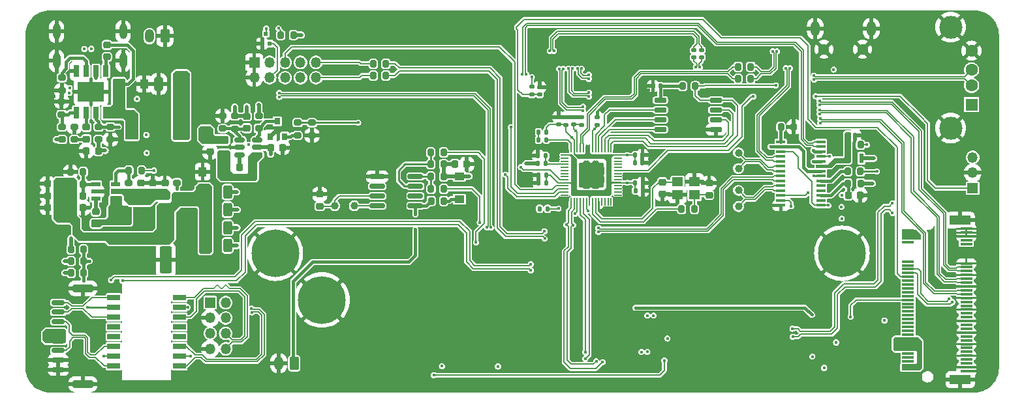
<source format=gbl>
G04 #@! TF.GenerationSoftware,KiCad,Pcbnew,8.0.0-rc1*
G04 #@! TF.CreationDate,2025-03-22T13:15:10+03:00*
G04 #@! TF.ProjectId,Movita_CM4_CT_Router_V1.0,4d6f7669-7461-45f4-934d-345f43545f52,REV1*
G04 #@! TF.SameCoordinates,Original*
G04 #@! TF.FileFunction,Copper,L6,Bot*
G04 #@! TF.FilePolarity,Positive*
%FSLAX46Y46*%
G04 Gerber Fmt 4.6, Leading zero omitted, Abs format (unit mm)*
G04 Created by KiCad (PCBNEW 8.0.0-rc1) date 2025-03-22 13:15:10*
%MOMM*%
%LPD*%
G01*
G04 APERTURE LIST*
G04 Aperture macros list*
%AMRoundRect*
0 Rectangle with rounded corners*
0 $1 Rounding radius*
0 $2 $3 $4 $5 $6 $7 $8 $9 X,Y pos of 4 corners*
0 Add a 4 corners polygon primitive as box body*
4,1,4,$2,$3,$4,$5,$6,$7,$8,$9,$2,$3,0*
0 Add four circle primitives for the rounded corners*
1,1,$1+$1,$2,$3*
1,1,$1+$1,$4,$5*
1,1,$1+$1,$6,$7*
1,1,$1+$1,$8,$9*
0 Add four rect primitives between the rounded corners*
20,1,$1+$1,$2,$3,$4,$5,0*
20,1,$1+$1,$4,$5,$6,$7,0*
20,1,$1+$1,$6,$7,$8,$9,0*
20,1,$1+$1,$8,$9,$2,$3,0*%
G04 Aperture macros list end*
G04 #@! TA.AperFunction,SMDPad,CuDef*
%ADD10R,1.600000X2.200000*%
G04 #@! TD*
G04 #@! TA.AperFunction,SMDPad,CuDef*
%ADD11RoundRect,0.250000X-0.550000X1.500000X-0.550000X-1.500000X0.550000X-1.500000X0.550000X1.500000X0*%
G04 #@! TD*
G04 #@! TA.AperFunction,SMDPad,CuDef*
%ADD12R,2.500000X1.500000*%
G04 #@! TD*
G04 #@! TA.AperFunction,SMDPad,CuDef*
%ADD13R,1.200000X0.600000*%
G04 #@! TD*
G04 #@! TA.AperFunction,SMDPad,CuDef*
%ADD14RoundRect,0.250000X-0.312500X-0.625000X0.312500X-0.625000X0.312500X0.625000X-0.312500X0.625000X0*%
G04 #@! TD*
G04 #@! TA.AperFunction,SMDPad,CuDef*
%ADD15RoundRect,0.200000X0.200000X0.275000X-0.200000X0.275000X-0.200000X-0.275000X0.200000X-0.275000X0*%
G04 #@! TD*
G04 #@! TA.AperFunction,SMDPad,CuDef*
%ADD16RoundRect,0.200000X-0.200000X-0.275000X0.200000X-0.275000X0.200000X0.275000X-0.200000X0.275000X0*%
G04 #@! TD*
G04 #@! TA.AperFunction,SMDPad,CuDef*
%ADD17RoundRect,0.200000X0.275000X-0.200000X0.275000X0.200000X-0.275000X0.200000X-0.275000X-0.200000X0*%
G04 #@! TD*
G04 #@! TA.AperFunction,SMDPad,CuDef*
%ADD18RoundRect,0.225000X-0.225000X-0.250000X0.225000X-0.250000X0.225000X0.250000X-0.225000X0.250000X0*%
G04 #@! TD*
G04 #@! TA.AperFunction,SMDPad,CuDef*
%ADD19RoundRect,0.225000X0.225000X0.250000X-0.225000X0.250000X-0.225000X-0.250000X0.225000X-0.250000X0*%
G04 #@! TD*
G04 #@! TA.AperFunction,SMDPad,CuDef*
%ADD20RoundRect,0.225000X-0.250000X0.225000X-0.250000X-0.225000X0.250000X-0.225000X0.250000X0.225000X0*%
G04 #@! TD*
G04 #@! TA.AperFunction,ComponentPad*
%ADD21R,1.350000X1.350000*%
G04 #@! TD*
G04 #@! TA.AperFunction,ComponentPad*
%ADD22O,1.350000X1.350000*%
G04 #@! TD*
G04 #@! TA.AperFunction,ComponentPad*
%ADD23O,1.200000X1.900000*%
G04 #@! TD*
G04 #@! TA.AperFunction,ComponentPad*
%ADD24C,1.450000*%
G04 #@! TD*
G04 #@! TA.AperFunction,ComponentPad*
%ADD25C,0.900000*%
G04 #@! TD*
G04 #@! TA.AperFunction,ComponentPad*
%ADD26C,6.200000*%
G04 #@! TD*
G04 #@! TA.AperFunction,ComponentPad*
%ADD27O,1.000000X2.000000*%
G04 #@! TD*
G04 #@! TA.AperFunction,ComponentPad*
%ADD28RoundRect,0.250000X0.350000X0.625000X-0.350000X0.625000X-0.350000X-0.625000X0.350000X-0.625000X0*%
G04 #@! TD*
G04 #@! TA.AperFunction,ComponentPad*
%ADD29O,1.200000X1.750000*%
G04 #@! TD*
G04 #@! TA.AperFunction,SMDPad,CuDef*
%ADD30RoundRect,0.225000X0.250000X-0.225000X0.250000X0.225000X-0.250000X0.225000X-0.250000X-0.225000X0*%
G04 #@! TD*
G04 #@! TA.AperFunction,SMDPad,CuDef*
%ADD31RoundRect,0.140000X0.170000X-0.140000X0.170000X0.140000X-0.170000X0.140000X-0.170000X-0.140000X0*%
G04 #@! TD*
G04 #@! TA.AperFunction,SMDPad,CuDef*
%ADD32RoundRect,0.140000X0.140000X0.170000X-0.140000X0.170000X-0.140000X-0.170000X0.140000X-0.170000X0*%
G04 #@! TD*
G04 #@! TA.AperFunction,SMDPad,CuDef*
%ADD33RoundRect,0.135000X-0.185000X0.135000X-0.185000X-0.135000X0.185000X-0.135000X0.185000X0.135000X0*%
G04 #@! TD*
G04 #@! TA.AperFunction,SMDPad,CuDef*
%ADD34RoundRect,0.250000X0.325000X0.650000X-0.325000X0.650000X-0.325000X-0.650000X0.325000X-0.650000X0*%
G04 #@! TD*
G04 #@! TA.AperFunction,ComponentPad*
%ADD35R,1.600000X1.600000*%
G04 #@! TD*
G04 #@! TA.AperFunction,ComponentPad*
%ADD36C,1.600000*%
G04 #@! TD*
G04 #@! TA.AperFunction,ComponentPad*
%ADD37C,3.000000*%
G04 #@! TD*
G04 #@! TA.AperFunction,SMDPad,CuDef*
%ADD38C,1.000000*%
G04 #@! TD*
G04 #@! TA.AperFunction,SMDPad,CuDef*
%ADD39RoundRect,0.140000X-0.140000X-0.170000X0.140000X-0.170000X0.140000X0.170000X-0.140000X0.170000X0*%
G04 #@! TD*
G04 #@! TA.AperFunction,SMDPad,CuDef*
%ADD40R,1.670000X0.760000*%
G04 #@! TD*
G04 #@! TA.AperFunction,ComponentPad*
%ADD41C,1.000000*%
G04 #@! TD*
G04 #@! TA.AperFunction,SMDPad,CuDef*
%ADD42RoundRect,0.135000X0.135000X0.185000X-0.135000X0.185000X-0.135000X-0.185000X0.135000X-0.185000X0*%
G04 #@! TD*
G04 #@! TA.AperFunction,SMDPad,CuDef*
%ADD43R,1.300000X1.000000*%
G04 #@! TD*
G04 #@! TA.AperFunction,SMDPad,CuDef*
%ADD44RoundRect,0.200000X-0.275000X0.200000X-0.275000X-0.200000X0.275000X-0.200000X0.275000X0.200000X0*%
G04 #@! TD*
G04 #@! TA.AperFunction,SMDPad,CuDef*
%ADD45RoundRect,0.150000X-0.700000X0.150000X-0.700000X-0.150000X0.700000X-0.150000X0.700000X0.150000X0*%
G04 #@! TD*
G04 #@! TA.AperFunction,SMDPad,CuDef*
%ADD46RoundRect,0.250000X-1.100000X0.250000X-1.100000X-0.250000X1.100000X-0.250000X1.100000X0.250000X0*%
G04 #@! TD*
G04 #@! TA.AperFunction,SMDPad,CuDef*
%ADD47R,0.800000X0.900000*%
G04 #@! TD*
G04 #@! TA.AperFunction,SMDPad,CuDef*
%ADD48R,1.550000X0.300000*%
G04 #@! TD*
G04 #@! TA.AperFunction,SMDPad,CuDef*
%ADD49R,2.750000X1.200000*%
G04 #@! TD*
G04 #@! TA.AperFunction,SMDPad,CuDef*
%ADD50RoundRect,0.150000X-0.512500X-0.150000X0.512500X-0.150000X0.512500X0.150000X-0.512500X0.150000X0*%
G04 #@! TD*
G04 #@! TA.AperFunction,SMDPad,CuDef*
%ADD51RoundRect,0.050000X0.425000X0.050000X-0.425000X0.050000X-0.425000X-0.050000X0.425000X-0.050000X0*%
G04 #@! TD*
G04 #@! TA.AperFunction,SMDPad,CuDef*
%ADD52RoundRect,0.050000X0.050000X0.425000X-0.050000X0.425000X-0.050000X-0.425000X0.050000X-0.425000X0*%
G04 #@! TD*
G04 #@! TA.AperFunction,ComponentPad*
%ADD53C,0.600000*%
G04 #@! TD*
G04 #@! TA.AperFunction,ComponentPad*
%ADD54C,1.200000*%
G04 #@! TD*
G04 #@! TA.AperFunction,SMDPad,CuDef*
%ADD55RoundRect,0.144000X1.456000X1.456000X-1.456000X1.456000X-1.456000X-1.456000X1.456000X-1.456000X0*%
G04 #@! TD*
G04 #@! TA.AperFunction,SMDPad,CuDef*
%ADD56R,1.400000X1.200000*%
G04 #@! TD*
G04 #@! TA.AperFunction,SMDPad,CuDef*
%ADD57RoundRect,0.135000X-0.135000X-0.185000X0.135000X-0.185000X0.135000X0.185000X-0.135000X0.185000X0*%
G04 #@! TD*
G04 #@! TA.AperFunction,SMDPad,CuDef*
%ADD58R,1.200000X0.400000*%
G04 #@! TD*
G04 #@! TA.AperFunction,SMDPad,CuDef*
%ADD59R,0.500000X0.600000*%
G04 #@! TD*
G04 #@! TA.AperFunction,SMDPad,CuDef*
%ADD60R,1.000000X1.300000*%
G04 #@! TD*
G04 #@! TA.AperFunction,SMDPad,CuDef*
%ADD61R,0.700000X1.525000*%
G04 #@! TD*
G04 #@! TA.AperFunction,SMDPad,CuDef*
%ADD62R,3.450000X2.560000*%
G04 #@! TD*
G04 #@! TA.AperFunction,SMDPad,CuDef*
%ADD63RoundRect,0.140000X-0.170000X0.140000X-0.170000X-0.140000X0.170000X-0.140000X0.170000X0.140000X0*%
G04 #@! TD*
G04 #@! TA.AperFunction,SMDPad,CuDef*
%ADD64RoundRect,0.218750X-0.381250X0.218750X-0.381250X-0.218750X0.381250X-0.218750X0.381250X0.218750X0*%
G04 #@! TD*
G04 #@! TA.AperFunction,SMDPad,CuDef*
%ADD65R,0.600000X1.250000*%
G04 #@! TD*
G04 #@! TA.AperFunction,SMDPad,CuDef*
%ADD66RoundRect,0.150000X-0.825000X-0.150000X0.825000X-0.150000X0.825000X0.150000X-0.825000X0.150000X0*%
G04 #@! TD*
G04 #@! TA.AperFunction,SMDPad,CuDef*
%ADD67R,1.120000X1.220000*%
G04 #@! TD*
G04 #@! TA.AperFunction,SMDPad,CuDef*
%ADD68RoundRect,0.150000X0.650000X0.150000X-0.650000X0.150000X-0.650000X-0.150000X0.650000X-0.150000X0*%
G04 #@! TD*
G04 #@! TA.AperFunction,ViaPad*
%ADD69C,0.400000*%
G04 #@! TD*
G04 #@! TA.AperFunction,Conductor*
%ADD70C,0.200000*%
G04 #@! TD*
G04 #@! TA.AperFunction,Conductor*
%ADD71C,0.152400*%
G04 #@! TD*
G04 #@! TA.AperFunction,Conductor*
%ADD72C,0.508000*%
G04 #@! TD*
G04 #@! TA.AperFunction,Conductor*
%ADD73C,0.381000*%
G04 #@! TD*
G04 #@! TA.AperFunction,Conductor*
%ADD74C,0.145600*%
G04 #@! TD*
G04 #@! TA.AperFunction,Conductor*
%ADD75C,0.254000*%
G04 #@! TD*
G04 APERTURE END LIST*
D10*
X123123767Y-98294190D03*
X129523767Y-98294190D03*
D11*
X127532030Y-109502454D03*
X127532030Y-115102454D03*
D12*
X121587030Y-109092454D03*
X121587030Y-112342454D03*
D13*
X121052030Y-107162454D03*
X121052030Y-106212454D03*
X121052030Y-105262454D03*
X118452030Y-105262454D03*
X118452030Y-106212454D03*
X118452030Y-107162454D03*
D14*
X132637030Y-106272454D03*
X135562030Y-106272454D03*
X132637030Y-113242454D03*
X135562030Y-113242454D03*
X132637030Y-110922454D03*
X135562030Y-110922454D03*
X132627030Y-108582454D03*
X135552030Y-108582454D03*
D15*
X116827030Y-103662454D03*
X115177030Y-103662454D03*
D16*
X115177030Y-105232454D03*
X116827030Y-105232454D03*
D17*
X128997030Y-106717454D03*
X128997030Y-105067454D03*
X122752030Y-105062454D03*
X122752030Y-106712454D03*
D15*
X122747030Y-103502454D03*
X124397030Y-103502454D03*
D18*
X113727030Y-108312454D03*
X112177030Y-108312454D03*
D19*
X116797030Y-108332454D03*
X115247030Y-108332454D03*
D18*
X112177030Y-106762454D03*
X113727030Y-106762454D03*
X112177030Y-105182454D03*
X113727030Y-105182454D03*
D19*
X116797030Y-106762454D03*
X115247030Y-106762454D03*
D20*
X118452030Y-108827454D03*
X118452030Y-110377454D03*
X124322030Y-106662454D03*
X124322030Y-105112454D03*
X127412030Y-106672454D03*
X127412030Y-105122454D03*
X125862030Y-106672454D03*
X125862030Y-105122454D03*
D21*
X139013767Y-89424190D03*
D22*
X139013767Y-91424190D03*
X141013767Y-89424190D03*
X141013767Y-91424190D03*
X143013767Y-89424190D03*
X143013767Y-91424190D03*
X145013767Y-89424190D03*
X145013767Y-91424190D03*
X147013767Y-89424190D03*
X147013767Y-91424190D03*
D23*
X219048767Y-85037940D03*
D24*
X217923767Y-87717940D03*
X212923767Y-87717940D03*
D23*
X211798767Y-85037940D03*
D25*
X217853767Y-114244190D03*
X217103767Y-116094190D03*
X217103767Y-112394190D03*
X215253767Y-116844190D03*
D26*
X215253767Y-114244190D03*
D25*
X215253767Y-111644190D03*
X213403767Y-116094190D03*
X213403767Y-112394190D03*
X212653767Y-114244190D03*
X144353767Y-114244190D03*
X143603767Y-116094190D03*
X143603767Y-112394190D03*
X141753767Y-116844190D03*
D26*
X141753767Y-114244190D03*
D25*
X141753767Y-111644190D03*
X139903767Y-116094190D03*
X139903767Y-112394190D03*
X139153767Y-114244190D03*
D27*
X122002030Y-89212454D03*
X122002030Y-85412454D03*
X113362030Y-89212454D03*
X113362030Y-85412454D03*
D21*
X133302030Y-120662454D03*
D22*
X135302030Y-120662454D03*
X133302030Y-122662454D03*
X135302030Y-122662454D03*
X133302030Y-124662454D03*
X135302030Y-124662454D03*
X133302030Y-126662454D03*
X135302030Y-126662454D03*
D28*
X127422030Y-86002454D03*
D29*
X125422030Y-86002454D03*
D30*
X198023767Y-106669190D03*
X198023767Y-105119190D03*
D18*
X137118767Y-103076690D03*
X138668767Y-103076690D03*
D31*
X181473767Y-97534190D03*
X181473767Y-96574190D03*
D32*
X176861267Y-105076690D03*
X175901267Y-105076690D03*
D17*
X115678767Y-99461190D03*
X115678767Y-97811190D03*
D15*
X203433767Y-89994190D03*
X201783767Y-89994190D03*
D16*
X115238767Y-115274190D03*
X116888767Y-115274190D03*
D31*
X183543767Y-97534190D03*
X183543767Y-96574190D03*
D33*
X175032030Y-92582454D03*
X175032030Y-93602454D03*
D15*
X163583767Y-104244190D03*
X161933767Y-104244190D03*
D16*
X115238767Y-116784190D03*
X116888767Y-116784190D03*
X115238767Y-113734190D03*
X116888767Y-113734190D03*
D30*
X117248767Y-99401190D03*
X117248767Y-97851190D03*
D34*
X129557030Y-92232454D03*
X126607030Y-92232454D03*
D20*
X191933767Y-104979190D03*
X191933767Y-106529190D03*
D19*
X142688767Y-100494190D03*
X141138767Y-100494190D03*
D35*
X232063767Y-94904190D03*
D36*
X232063767Y-92404190D03*
X232063767Y-90404190D03*
X232063767Y-87904190D03*
D37*
X229353767Y-97974190D03*
X229353767Y-84834190D03*
D38*
X201833767Y-108174190D03*
D16*
X161933767Y-101144190D03*
X163583767Y-101144190D03*
D39*
X188423767Y-101484190D03*
X189383767Y-101484190D03*
D40*
X129332030Y-120002454D03*
X129332030Y-121272454D03*
X129332030Y-122542454D03*
X129332030Y-123812454D03*
X129332030Y-125082454D03*
X129332030Y-126352454D03*
X129332030Y-127622454D03*
X129332030Y-128892454D03*
X120802030Y-128892454D03*
X120802030Y-127622454D03*
X120802030Y-126352454D03*
X120802030Y-125082454D03*
X120802030Y-123812454D03*
X120802030Y-122542454D03*
X120802030Y-121272454D03*
X120802030Y-120002454D03*
D18*
X117247030Y-100932454D03*
X118797030Y-100932454D03*
D41*
X149453767Y-108074190D03*
X151993767Y-108074190D03*
D17*
X118808767Y-99441190D03*
X118808767Y-97791190D03*
D20*
X119882030Y-87157454D03*
X119882030Y-88707454D03*
D31*
X180463767Y-97524190D03*
X180463767Y-96564190D03*
D42*
X176849530Y-101564954D03*
X175829530Y-101564954D03*
D16*
X154448767Y-91134190D03*
X156098767Y-91134190D03*
D43*
X165603767Y-107224190D03*
X165603767Y-104224190D03*
D15*
X203433767Y-91534190D03*
X201783767Y-91534190D03*
D44*
X139603767Y-96371690D03*
X139603767Y-98021690D03*
D38*
X201833767Y-103234190D03*
D45*
X113592030Y-120647454D03*
X113592030Y-121897454D03*
X113592030Y-123147454D03*
X113592030Y-124397454D03*
X113592030Y-125647454D03*
X113592030Y-126897454D03*
X113592030Y-128147454D03*
X113592030Y-129397454D03*
D46*
X116792030Y-131247454D03*
X116792030Y-118797454D03*
D39*
X188413767Y-102494190D03*
X189373767Y-102494190D03*
D32*
X191703767Y-92494190D03*
X190743767Y-92494190D03*
X176871267Y-104086690D03*
X175911267Y-104086690D03*
D15*
X163623767Y-107434190D03*
X161973767Y-107434190D03*
D44*
X114078767Y-97811190D03*
X114078767Y-99461190D03*
X114042030Y-91427454D03*
X114042030Y-93077454D03*
D47*
X142953767Y-99099190D03*
X141053767Y-99099190D03*
X142003767Y-97099190D03*
D39*
X188462030Y-106082454D03*
X189422030Y-106082454D03*
D48*
X231383767Y-129564190D03*
X223833767Y-129314190D03*
X231383767Y-129064190D03*
X223833767Y-128814190D03*
X231383767Y-128564190D03*
X223833767Y-128314190D03*
X231383767Y-128064190D03*
X223833767Y-127814190D03*
X231383767Y-127564190D03*
X223833767Y-127314190D03*
X231383767Y-127064190D03*
X223833767Y-126814190D03*
X231383767Y-126564190D03*
X223833767Y-126314190D03*
X231383767Y-126064190D03*
X223833767Y-125814190D03*
X231383767Y-125564190D03*
X223833767Y-125314190D03*
X231383767Y-125064190D03*
X223833767Y-124814190D03*
X231383767Y-124564190D03*
X223833767Y-124314190D03*
X231383767Y-124064190D03*
X223833767Y-123814190D03*
X231383767Y-123564190D03*
X223833767Y-123314190D03*
X231383767Y-123064190D03*
X223833767Y-122814190D03*
X231383767Y-122564190D03*
X223833767Y-122314190D03*
X231383767Y-122064190D03*
X223833767Y-121814190D03*
X231383767Y-121564190D03*
X223833767Y-121314190D03*
X231383767Y-121064190D03*
X223833767Y-120814190D03*
X231383767Y-120564190D03*
X223833767Y-120314190D03*
X231383767Y-120064190D03*
X223833767Y-119814190D03*
X231383767Y-119564190D03*
X223833767Y-119314190D03*
X231383767Y-119064190D03*
X223833767Y-118814190D03*
X231383767Y-118564190D03*
X223833767Y-118314190D03*
X231383767Y-118064190D03*
X223833767Y-117814190D03*
X231383767Y-117564190D03*
X223833767Y-117314190D03*
X231383767Y-117064190D03*
X223833767Y-116814190D03*
X231383767Y-116564190D03*
X223833767Y-116314190D03*
X231383767Y-116064190D03*
X223833767Y-115814190D03*
X231383767Y-115564190D03*
X223833767Y-115314190D03*
X231383767Y-113064190D03*
X223833767Y-112814190D03*
X231383767Y-112564190D03*
X223833767Y-112314190D03*
X231383767Y-112064190D03*
X223833767Y-111814190D03*
X231383767Y-111564190D03*
X223833767Y-111314190D03*
X231383767Y-111064190D03*
D49*
X230608767Y-130664190D03*
X230608767Y-109964190D03*
D16*
X216023767Y-105154190D03*
X217673767Y-105154190D03*
D38*
X201833767Y-101174190D03*
D16*
X142448767Y-85854190D03*
X144098767Y-85854190D03*
D50*
X137136267Y-101436690D03*
X137136267Y-100486690D03*
X137136267Y-99536690D03*
X139411267Y-99536690D03*
X139411267Y-100486690D03*
X139411267Y-101436690D03*
D17*
X134933767Y-98031690D03*
X134933767Y-96381690D03*
D42*
X177063767Y-108454190D03*
X176043767Y-108454190D03*
D16*
X194593767Y-92519190D03*
X196243767Y-92519190D03*
D44*
X146503767Y-97269190D03*
X146503767Y-98919190D03*
D51*
X186188267Y-101476690D03*
X186188267Y-101876690D03*
X186188267Y-102276690D03*
X186188267Y-102676690D03*
X186188267Y-103076690D03*
X186188267Y-103476690D03*
X186188267Y-103876690D03*
X186188267Y-104276690D03*
X186188267Y-104676690D03*
X186188267Y-105076690D03*
X186188267Y-105476690D03*
X186188267Y-105876690D03*
X186188267Y-106276690D03*
X186188267Y-106676690D03*
D52*
X185313767Y-107551190D03*
X184913767Y-107551190D03*
X184513767Y-107551190D03*
X184113767Y-107551190D03*
X183713767Y-107551190D03*
X183313767Y-107551190D03*
X182913767Y-107551190D03*
X182513767Y-107551190D03*
X182113767Y-107551190D03*
X181713767Y-107551190D03*
X181313767Y-107551190D03*
X180913767Y-107551190D03*
X180513767Y-107551190D03*
X180113767Y-107551190D03*
D51*
X179239267Y-106676690D03*
X179239267Y-106276690D03*
X179239267Y-105876690D03*
X179239267Y-105476690D03*
X179239267Y-105076690D03*
X179239267Y-104676690D03*
X179239267Y-104276690D03*
X179239267Y-103876690D03*
X179239267Y-103476690D03*
X179239267Y-103076690D03*
X179239267Y-102676690D03*
X179239267Y-102276690D03*
X179239267Y-101876690D03*
X179239267Y-101476690D03*
D52*
X180113767Y-100602190D03*
X180513767Y-100602190D03*
X180913767Y-100602190D03*
X181313767Y-100602190D03*
X181713767Y-100602190D03*
X182113767Y-100602190D03*
X182513767Y-100602190D03*
X182913767Y-100602190D03*
X183313767Y-100602190D03*
X183713767Y-100602190D03*
X184113767Y-100602190D03*
X184513767Y-100602190D03*
X184913767Y-100602190D03*
X185313767Y-100602190D03*
D53*
X183888767Y-105251690D03*
X183888767Y-104076690D03*
X183888767Y-102901690D03*
X182713767Y-105251690D03*
D54*
X182713767Y-104076690D03*
D55*
X182713767Y-104076690D03*
D53*
X182713767Y-102901690D03*
X181538767Y-105251690D03*
X181538767Y-104076690D03*
X181538767Y-102901690D03*
D28*
X144192030Y-128562454D03*
D29*
X142192030Y-128562454D03*
D20*
X138053767Y-96431690D03*
X138053767Y-97981690D03*
D15*
X163583767Y-102674190D03*
X161933767Y-102674190D03*
D18*
X216073767Y-106704190D03*
X217623767Y-106704190D03*
D44*
X144613767Y-97259190D03*
X144613767Y-98909190D03*
D25*
X150390767Y-120314190D03*
X149640767Y-122164190D03*
X149640767Y-118464190D03*
X147790767Y-122914190D03*
D26*
X147790767Y-120314190D03*
D25*
X147790767Y-117714190D03*
X145940767Y-122164190D03*
X145940767Y-118464190D03*
X145190767Y-120314190D03*
D56*
X196123767Y-106664190D03*
X193923767Y-106664190D03*
X193923767Y-104964190D03*
X196123767Y-104964190D03*
D44*
X120358767Y-97791190D03*
X120358767Y-99441190D03*
D15*
X217663767Y-103614190D03*
X216013767Y-103614190D03*
D57*
X175822030Y-102602454D03*
X176842030Y-102602454D03*
D17*
X114028767Y-96186190D03*
X114028767Y-94536190D03*
D16*
X194458767Y-108464190D03*
X196108767Y-108464190D03*
X154448767Y-89604190D03*
X156098767Y-89604190D03*
X161953767Y-105864190D03*
X163603767Y-105864190D03*
D58*
X207333767Y-108009190D03*
X207333767Y-107374190D03*
X207333767Y-106739190D03*
X207333767Y-106104190D03*
X207333767Y-105469190D03*
X207333767Y-104834190D03*
X207333767Y-104199190D03*
X207333767Y-103564190D03*
X207333767Y-102929190D03*
X207333767Y-102294190D03*
X207333767Y-101659190D03*
X207333767Y-101024190D03*
X207333767Y-100389190D03*
X207333767Y-99754190D03*
X212533767Y-99754190D03*
X212533767Y-100389190D03*
X212533767Y-101024190D03*
X212533767Y-101659190D03*
X212533767Y-102294190D03*
X212533767Y-102929190D03*
X212533767Y-103564190D03*
X212533767Y-104199190D03*
X212533767Y-104834190D03*
X212533767Y-105469190D03*
X212533767Y-106104190D03*
X212533767Y-106739190D03*
X212533767Y-107374190D03*
X212533767Y-108009190D03*
D16*
X207338767Y-97814190D03*
X208988767Y-97814190D03*
D59*
X141033767Y-86984190D03*
X140033767Y-86984190D03*
X140533767Y-85684190D03*
D31*
X176052030Y-93602454D03*
X176052030Y-92642454D03*
D21*
X232222030Y-105782454D03*
D22*
X232222030Y-103782454D03*
X232222030Y-101782454D03*
D60*
X132318767Y-103644190D03*
X135318767Y-103644190D03*
D57*
X175893767Y-99494190D03*
X176913767Y-99494190D03*
D61*
X119748767Y-95966190D03*
X118478767Y-95966190D03*
X117208767Y-95966190D03*
X115938767Y-95966190D03*
X115938767Y-90542190D03*
X117208767Y-90542190D03*
X118478767Y-90542190D03*
X119748767Y-90542190D03*
D62*
X117843767Y-93254190D03*
D63*
X196062030Y-87842454D03*
X196062030Y-88802454D03*
D64*
X135023767Y-99504190D03*
X135023767Y-101629190D03*
D30*
X133283767Y-101079190D03*
X133283767Y-99529190D03*
D63*
X197062030Y-87842454D03*
X197062030Y-88802454D03*
D38*
X201833767Y-106064190D03*
D65*
X217768767Y-101904190D03*
X215968767Y-101904190D03*
D17*
X136473767Y-98041690D03*
X136473767Y-96391690D03*
D31*
X178473767Y-97514190D03*
X178473767Y-96554190D03*
D15*
X217668767Y-100144190D03*
X216018767Y-100144190D03*
D66*
X154968767Y-108079190D03*
X154968767Y-106809190D03*
X154968767Y-105539190D03*
X154968767Y-104269190D03*
X159918767Y-104269190D03*
X159918767Y-105539190D03*
X159918767Y-106809190D03*
X159918767Y-108079190D03*
D39*
X188443767Y-105074190D03*
X189403767Y-105074190D03*
D67*
X121662030Y-92232454D03*
X124762030Y-92232454D03*
D68*
X198893767Y-94324190D03*
X198893767Y-95594190D03*
X198893767Y-96864190D03*
X198893767Y-98134190D03*
X191693767Y-98134190D03*
X191693767Y-96864190D03*
X191693767Y-95594190D03*
X191693767Y-94324190D03*
D18*
X165043767Y-102654190D03*
X166593767Y-102654190D03*
D30*
X147523767Y-108109190D03*
X147523767Y-106559190D03*
D31*
X179463767Y-97534190D03*
X179463767Y-96574190D03*
D42*
X176911267Y-98476690D03*
X175891267Y-98476690D03*
D32*
X216973767Y-98904190D03*
X216013767Y-98904190D03*
D69*
X229142030Y-120192454D03*
X138292030Y-100142454D03*
X126002030Y-103492454D03*
X171592030Y-104012454D03*
X128992030Y-105862454D03*
X136752030Y-106272454D03*
X136832030Y-108582454D03*
X136792030Y-110912454D03*
X136792030Y-113262454D03*
X125052030Y-101192454D03*
X124472030Y-107602454D03*
X123562030Y-107592454D03*
X167783767Y-112841935D03*
X168283767Y-110234190D03*
X121922030Y-117832454D03*
X174873767Y-116464190D03*
X120442030Y-117744190D03*
X174893767Y-115674190D03*
X115062030Y-92762454D03*
X174262030Y-102602454D03*
X139593767Y-94934190D03*
X141138767Y-101384190D03*
X118483767Y-91502454D03*
X145133767Y-85854190D03*
X115033767Y-93394190D03*
X119683767Y-100884190D03*
X212433767Y-97277690D03*
X212433767Y-96750690D03*
X175022030Y-91342454D03*
X229592896Y-120588337D03*
X212363767Y-94967690D03*
X212363767Y-94440690D03*
X188463767Y-121334190D03*
X211353767Y-122244190D03*
X221813767Y-108994190D03*
X208863767Y-125094190D03*
X208843767Y-124054190D03*
X221813767Y-107734190D03*
X132223767Y-98254190D03*
X133103767Y-98244190D03*
X138053767Y-95164190D03*
X136473767Y-95234190D03*
X211412030Y-127672454D03*
X190823767Y-122344190D03*
X173758530Y-90952454D03*
X174285530Y-90952454D03*
X181963767Y-127954190D03*
X181963767Y-127104190D03*
X180393767Y-110564190D03*
X183382030Y-128282454D03*
X176693767Y-112334190D03*
X179513767Y-110544190D03*
X184212030Y-128392454D03*
X176663767Y-111384190D03*
X192223767Y-128204190D03*
X162333767Y-130104190D03*
X165572030Y-115182454D03*
X188422030Y-119782454D03*
X197252030Y-103102454D03*
X191292030Y-115652454D03*
X200932030Y-117492454D03*
X187343767Y-121974190D03*
X180152030Y-118972454D03*
X180152030Y-121512454D03*
X183872030Y-115112454D03*
X191292030Y-114032454D03*
X183302030Y-119262454D03*
X185322030Y-119182454D03*
X186632030Y-92996554D03*
X196102030Y-122192454D03*
X144312030Y-101332454D03*
X183272030Y-122342454D03*
X204382030Y-120162454D03*
X159882030Y-89482454D03*
X181432030Y-122282454D03*
X195482030Y-103092454D03*
X197422030Y-114032454D03*
X203542030Y-120162454D03*
X197253767Y-127964190D03*
X193482030Y-103092454D03*
X162272030Y-89482454D03*
X193482030Y-102312454D03*
X176082030Y-118162454D03*
X159082030Y-91342454D03*
X189047430Y-92996554D03*
X188422030Y-120562454D03*
X176102030Y-122202454D03*
X166612030Y-117072454D03*
X213052030Y-117492454D03*
X186442030Y-115102454D03*
X139262030Y-124182454D03*
X197422030Y-114872454D03*
X178382030Y-118192454D03*
X162252030Y-91342454D03*
X190212030Y-92996554D03*
X193342030Y-115652454D03*
X178382030Y-119812454D03*
X200772030Y-122192454D03*
X203982030Y-117492454D03*
X134632030Y-95182454D03*
X180152030Y-120732454D03*
X167202030Y-91332454D03*
X166422030Y-91332454D03*
X197422030Y-115652454D03*
X188632030Y-115872454D03*
X180152030Y-119812454D03*
X187782030Y-118042454D03*
X193342030Y-114872454D03*
X170442030Y-117072454D03*
X195452030Y-114882454D03*
X168042030Y-91332454D03*
X201132030Y-120122454D03*
X205772030Y-120162454D03*
X190542030Y-101992454D03*
X176102030Y-120582454D03*
X199152030Y-122192454D03*
X206552030Y-120162454D03*
X191292030Y-114872454D03*
X196092030Y-120162454D03*
X181432030Y-121442454D03*
X195452030Y-114042454D03*
X206052030Y-117492454D03*
X159102030Y-89482454D03*
X178392030Y-122182454D03*
X214373767Y-98744190D03*
X195683767Y-127954190D03*
X195482030Y-102312454D03*
X163892030Y-89482454D03*
X168062030Y-89472454D03*
X160722030Y-89482454D03*
X180152030Y-122352454D03*
X181392030Y-119722454D03*
X200092030Y-117492454D03*
X163052030Y-89482454D03*
X199312030Y-117492454D03*
X187822030Y-92996554D03*
X196872030Y-120162454D03*
X180152030Y-118192454D03*
X190232030Y-119352454D03*
X185172030Y-115122454D03*
X183312030Y-120752454D03*
X181392030Y-118882454D03*
X203142030Y-117492454D03*
X195482030Y-101472454D03*
X178392030Y-121342454D03*
X169562030Y-119782454D03*
X171282030Y-117072454D03*
X185432030Y-92996554D03*
X203682030Y-122192454D03*
X202762030Y-120162454D03*
X170342030Y-119782454D03*
X178392030Y-120562454D03*
X207392030Y-120162454D03*
X167392030Y-117072454D03*
X168232030Y-117072454D03*
X195452030Y-115662454D03*
X183302030Y-118482454D03*
X176082030Y-119782454D03*
X202842030Y-122192454D03*
X163872030Y-91342454D03*
X190182030Y-117402454D03*
X190202030Y-118332454D03*
X167222030Y-89472454D03*
X187692030Y-115362454D03*
X186553767Y-121984190D03*
X172612030Y-119782454D03*
X193342030Y-114032454D03*
X185322030Y-119962454D03*
X202362030Y-117492454D03*
X181392030Y-118102454D03*
X160702030Y-91342454D03*
X199512030Y-120122454D03*
X183302030Y-120102454D03*
X193482030Y-101472454D03*
X183312030Y-121532454D03*
X186972030Y-117242454D03*
X206892030Y-117492454D03*
X188422030Y-118942454D03*
X200292030Y-120122454D03*
X196882030Y-122192454D03*
X197722030Y-122192454D03*
X130762030Y-120622454D03*
X168162030Y-115122454D03*
X171182030Y-119782454D03*
X194441773Y-94149068D03*
X185322030Y-120802454D03*
X185282030Y-117522454D03*
X197252030Y-101482454D03*
X189322030Y-116582454D03*
X185733767Y-121994190D03*
X166442030Y-89472454D03*
X190212030Y-120292454D03*
X176102030Y-121362454D03*
X184222030Y-92996554D03*
X185282030Y-118362454D03*
X181432030Y-120662454D03*
X197252030Y-102262454D03*
X199932030Y-122192454D03*
X163032030Y-91342454D03*
X178382030Y-118972454D03*
X159862030Y-91342454D03*
X169662030Y-117072454D03*
X197712030Y-120162454D03*
X202062030Y-122192454D03*
X176082030Y-118942454D03*
X205272030Y-117492454D03*
X128872030Y-95352454D03*
X129502030Y-95352454D03*
X113303767Y-99454190D03*
X181672030Y-95188954D03*
X179085530Y-90244394D03*
X214193767Y-90354190D03*
X187423767Y-101474190D03*
X193792030Y-92494190D03*
X187433767Y-105074190D03*
X180163767Y-99154190D03*
X182512030Y-106382454D03*
X180502030Y-104882454D03*
X180482030Y-103162454D03*
X182442030Y-93875954D03*
X179758530Y-90240813D03*
X182442030Y-93348954D03*
X180285530Y-90240813D03*
X182407769Y-91554561D03*
X180958530Y-90235956D03*
X208682030Y-108124190D03*
X181485530Y-90235956D03*
X182407769Y-91027561D03*
X210813767Y-106404190D03*
X213678767Y-101659190D03*
X218503767Y-100134190D03*
X205983767Y-100384190D03*
X213493767Y-108014190D03*
X222263767Y-125504190D03*
X225143767Y-112044190D03*
X225343767Y-127594190D03*
X225323767Y-126004190D03*
X222283767Y-126594190D03*
X142143767Y-84994190D03*
X140566267Y-85004190D03*
X211643767Y-91140690D03*
X208515530Y-90182454D03*
X207988530Y-90182454D03*
X211643767Y-91667690D03*
X183673767Y-110960690D03*
X142273767Y-93390690D03*
X169737267Y-110894190D03*
X169210267Y-110894190D03*
X142273767Y-93917690D03*
X183673767Y-111487690D03*
X117633767Y-115244190D03*
X116883767Y-117764190D03*
X215223767Y-106684190D03*
X115242030Y-112312454D03*
X180663767Y-109087744D03*
X178482030Y-108445915D03*
X211533767Y-100874190D03*
X211563767Y-102324190D03*
X215203767Y-108204190D03*
X114403767Y-115264190D03*
X192613767Y-125324190D03*
X219783767Y-103604190D03*
X214503767Y-125844190D03*
X190023767Y-122344190D03*
X163363767Y-128932454D03*
X114432030Y-116782454D03*
X170632030Y-128962454D03*
X212952030Y-129152454D03*
X215223767Y-109734190D03*
X177885530Y-87922454D03*
X177358530Y-87922454D03*
X181672030Y-95715954D03*
X178558530Y-90244394D03*
X211633767Y-104194190D03*
X182353767Y-108714190D03*
X180673767Y-98294190D03*
X183153767Y-98094190D03*
X206827267Y-87974190D03*
X206300267Y-87974190D03*
X111982030Y-125372454D03*
X116962030Y-87672454D03*
X117862030Y-87662454D03*
X111962030Y-124752454D03*
X206672030Y-92422454D03*
X152498767Y-97269190D03*
X172302030Y-97852454D03*
X203762030Y-93852454D03*
X211832030Y-93832454D03*
X173602030Y-103032454D03*
X121433767Y-97794190D03*
X138672030Y-121932454D03*
X138657055Y-121405664D03*
X125012030Y-98852454D03*
X219213767Y-105164190D03*
X219373767Y-101904190D03*
X220763767Y-122984190D03*
X190003767Y-127064190D03*
X123804530Y-94172454D03*
X189253767Y-127074190D03*
X159918767Y-111155717D03*
X159918767Y-109185717D03*
X166913767Y-104224190D03*
X216382030Y-122502454D03*
X196298530Y-90059854D03*
X212364586Y-96107690D03*
X212364586Y-95580690D03*
X196825530Y-90059854D03*
X130383580Y-121272454D03*
X130732030Y-127652454D03*
X119512030Y-127612454D03*
X117350480Y-121267454D03*
D70*
X225032030Y-116987453D02*
X224858767Y-116814190D01*
X226302031Y-120882454D02*
X225032030Y-119612453D01*
X225032030Y-119612453D02*
X225032030Y-116987453D01*
X229298779Y-120882454D02*
X226302031Y-120882454D01*
X229592896Y-120588337D02*
X229298779Y-120882454D01*
X224858767Y-116814190D02*
X223833767Y-116814190D01*
X225173766Y-116314190D02*
X223833767Y-116314190D01*
X226467717Y-120482454D02*
X225467867Y-119482604D01*
X225467867Y-119482604D02*
X225467867Y-116608291D01*
X228852030Y-120482454D02*
X226467717Y-120482454D01*
X229142030Y-120192454D02*
X228852030Y-120482454D01*
X225467867Y-116608291D02*
X225173766Y-116314190D01*
X197385294Y-92519190D02*
X196243767Y-92519190D01*
X197482030Y-92422454D02*
X197385294Y-92519190D01*
X206672030Y-92422454D02*
X197482030Y-92422454D01*
D71*
X131342330Y-127762154D02*
X130212030Y-128892454D01*
X132141730Y-127762154D02*
X131342330Y-127762154D01*
X139419896Y-128332154D02*
X132711730Y-128332154D01*
X130212030Y-128892454D02*
X129332030Y-128892454D01*
X140291730Y-122164588D02*
X140291730Y-127460320D01*
X140291730Y-127460320D02*
X139419896Y-128332154D01*
X139659596Y-121532454D02*
X140291730Y-122164588D01*
X138783845Y-121532454D02*
X139659596Y-121532454D01*
X132711730Y-128332154D02*
X132141730Y-127762154D01*
X138657055Y-121405664D02*
X138783845Y-121532454D01*
D70*
X208682030Y-107672453D02*
X208383767Y-107374190D01*
X208682030Y-108124190D02*
X208682030Y-107672453D01*
X208383767Y-107374190D02*
X207333767Y-107374190D01*
X177392030Y-103372454D02*
X178696266Y-104676690D01*
X178696266Y-104676690D02*
X179276267Y-104676690D01*
X173942030Y-103372454D02*
X177392030Y-103372454D01*
X173602030Y-103032454D02*
X173942030Y-103372454D01*
X178626953Y-106276690D02*
X179239267Y-106276690D01*
X173076344Y-106912454D02*
X177991189Y-106912454D01*
X171902030Y-105738139D02*
X173076344Y-106912454D01*
X177991189Y-106912454D02*
X178626953Y-106276690D01*
X171902030Y-104322454D02*
X171902030Y-105738139D01*
X171592030Y-104012454D02*
X171902030Y-104322454D01*
X126002030Y-103492454D02*
X125992030Y-103502454D01*
X125992030Y-103502454D02*
X124397030Y-103502454D01*
X176842030Y-102602454D02*
X176916266Y-102676690D01*
X176916266Y-102676690D02*
X179276267Y-102676690D01*
D72*
X165603767Y-104224190D02*
X166913767Y-104224190D01*
D70*
X157833767Y-90144190D02*
X157293767Y-89604190D01*
X169623767Y-90144190D02*
X157833767Y-90144190D01*
X170922030Y-91442453D02*
X169623767Y-90144190D01*
X170922030Y-110816768D02*
X170922030Y-91442453D01*
X171779452Y-111674190D02*
X170922030Y-110816768D01*
X176373767Y-111674190D02*
X171779452Y-111674190D01*
X176663767Y-111384190D02*
X176373767Y-111674190D01*
X157293767Y-89604190D02*
X156098767Y-89604190D01*
X169443767Y-90544190D02*
X157813767Y-90544190D01*
X170522030Y-91622453D02*
X169443767Y-90544190D01*
X170522030Y-110982454D02*
X170522030Y-91622453D01*
X157813767Y-90544190D02*
X157223767Y-91134190D01*
X176433767Y-112074190D02*
X171613766Y-112074190D01*
X176693767Y-112334190D02*
X176433767Y-112074190D01*
X171613766Y-112074190D02*
X170522030Y-110982454D01*
X157223767Y-91134190D02*
X156098767Y-91134190D01*
X177853767Y-106484190D02*
X178461267Y-105876690D01*
X173213766Y-106484190D02*
X177853767Y-106484190D01*
X178461267Y-105876690D02*
X179276267Y-105876690D01*
X172302030Y-105572454D02*
X173213766Y-106484190D01*
X172302030Y-97852454D02*
X172302030Y-105572454D01*
X143013767Y-88284190D02*
X143013767Y-89424190D01*
X172802030Y-89392453D02*
X170843767Y-87434190D01*
X143863767Y-87434190D02*
X143013767Y-88284190D01*
X172802030Y-105282454D02*
X172802030Y-89392453D01*
X173503766Y-105984190D02*
X172802030Y-105282454D01*
X177673767Y-105984190D02*
X173503766Y-105984190D01*
X170843767Y-87434190D02*
X143863767Y-87434190D01*
X178181267Y-105476690D02*
X177673767Y-105984190D01*
X179276267Y-105476690D02*
X178181267Y-105476690D01*
X173013767Y-85032454D02*
X173202030Y-85220717D01*
X174012030Y-83832454D02*
X173013767Y-84830717D01*
X197182030Y-83832454D02*
X174012030Y-83832454D01*
X173202030Y-92992454D02*
X173812030Y-93602454D01*
X199582030Y-86232454D02*
X197182030Y-83832454D01*
X209862030Y-86232454D02*
X199582030Y-86232454D01*
X173812030Y-93602454D02*
X175032030Y-93602454D01*
X211893767Y-97864190D02*
X210853767Y-96824190D01*
X173013767Y-84830717D02*
X173013767Y-85032454D01*
X219833767Y-97864190D02*
X211893767Y-97864190D01*
X210853767Y-96824190D02*
X210853767Y-87224191D01*
X173202030Y-85220717D02*
X173202030Y-92992454D01*
X222433767Y-100464190D02*
X219833767Y-97864190D01*
X222433767Y-116884191D02*
X222433767Y-100464190D01*
X210853767Y-87224191D02*
X209862030Y-86232454D01*
X222863766Y-117314190D02*
X222433767Y-116884191D01*
X223833767Y-117314190D02*
X222863766Y-117314190D01*
D73*
X121382030Y-103502454D02*
X122747030Y-103502454D01*
X121052030Y-103832454D02*
X121382030Y-103502454D01*
X121052030Y-105262454D02*
X121052030Y-103832454D01*
X122747030Y-105057454D02*
X122752030Y-105062454D01*
X122747030Y-103502454D02*
X122747030Y-105057454D01*
X128997030Y-105857454D02*
X128992030Y-105862454D01*
X128997030Y-105067454D02*
X128997030Y-105857454D01*
D72*
X135562030Y-106272454D02*
X136752030Y-106272454D01*
X135552030Y-108582454D02*
X136832030Y-108582454D01*
D70*
X136782030Y-110922454D02*
X136792030Y-110912454D01*
D72*
X135562030Y-110922454D02*
X136782030Y-110922454D01*
X136772030Y-113242454D02*
X136792030Y-113262454D01*
X135562030Y-113242454D02*
X136772030Y-113242454D01*
X118452030Y-108827454D02*
X118452030Y-107162454D01*
D73*
X116827030Y-105232454D02*
X118422030Y-105232454D01*
X118422030Y-105232454D02*
X118452030Y-105262454D01*
X116827030Y-105232454D02*
X116827030Y-103662454D01*
X116827030Y-106732454D02*
X116797030Y-106762454D01*
X116827030Y-105232454D02*
X116827030Y-106732454D01*
D70*
X174673767Y-116264190D02*
X174873767Y-116464190D01*
X167448080Y-116264190D02*
X174673767Y-116264190D01*
X137832030Y-112002454D02*
X139312030Y-110522454D01*
X166552030Y-111632454D02*
X166552030Y-115368140D01*
X165442030Y-110522454D02*
X166552030Y-111632454D01*
X121922030Y-117832454D02*
X136712030Y-117832454D01*
X136712030Y-117832454D02*
X137832030Y-116712454D01*
X137832030Y-116712454D02*
X137832030Y-112002454D01*
X166552030Y-115368140D02*
X167448080Y-116264190D01*
X139312030Y-110522454D02*
X165442030Y-110522454D01*
X174703767Y-115864190D02*
X174893767Y-115674190D01*
X167613766Y-115864190D02*
X174703767Y-115864190D01*
X166952030Y-115202454D02*
X167613766Y-115864190D01*
X166952030Y-111402454D02*
X166952030Y-115202454D01*
X137372030Y-116432454D02*
X137372030Y-111872454D01*
X137372030Y-111872454D02*
X139122030Y-110122454D01*
X136472030Y-117332454D02*
X137372030Y-116432454D01*
X165672030Y-110122454D02*
X166952030Y-111402454D01*
X139122030Y-110122454D02*
X165672030Y-110122454D01*
X120442030Y-117744190D02*
X120853766Y-117332454D01*
X120853766Y-117332454D02*
X136472030Y-117332454D01*
D73*
X144613767Y-98909190D02*
X143898767Y-98909190D01*
X143898767Y-98909190D02*
X143708767Y-99099190D01*
X143708767Y-99099190D02*
X142953767Y-99099190D01*
D70*
X168053767Y-101144190D02*
X163583767Y-101144190D01*
X168863767Y-110361297D02*
X168863767Y-101954190D01*
X167783767Y-111441297D02*
X168863767Y-110361297D01*
X167783767Y-112841935D02*
X167783767Y-111441297D01*
X168863767Y-101954190D02*
X168053767Y-101144190D01*
X168283767Y-106864190D02*
X167283767Y-105864190D01*
X167283767Y-105864190D02*
X163603767Y-105864190D01*
X168283767Y-110234190D02*
X168283767Y-106864190D01*
D72*
X174262030Y-102602454D02*
X175822030Y-102602454D01*
X119673767Y-100874190D02*
X119683767Y-100884190D01*
X145133767Y-85854190D02*
X144098767Y-85854190D01*
X139411267Y-100486690D02*
X141131267Y-100486690D01*
X118813767Y-100874190D02*
X118808767Y-100869190D01*
X141131267Y-100486690D02*
X141138767Y-100494190D01*
X118483767Y-90547190D02*
X118478767Y-90542190D01*
X139593767Y-94934190D02*
X139603767Y-94944190D01*
X139603767Y-94944190D02*
X139603767Y-96371690D01*
X141138767Y-101384190D02*
X141138767Y-100494190D01*
X118808767Y-100869190D02*
X118808767Y-99441190D01*
X118813767Y-100874190D02*
X119673767Y-100874190D01*
X118483767Y-91502454D02*
X118483767Y-90547190D01*
D71*
X225844067Y-111699622D02*
X225844067Y-118142056D01*
X227155901Y-119453890D02*
X230110966Y-119453890D01*
X230221266Y-119564190D02*
X231383767Y-119564190D01*
X230110966Y-119453890D02*
X230221266Y-119564190D01*
X212557567Y-97153890D02*
X220195901Y-97153890D01*
X220195901Y-97153890D02*
X223044067Y-100002056D01*
X225844067Y-118142056D02*
X227155901Y-119453890D01*
X223044067Y-108899622D02*
X225844067Y-111699622D01*
X223044067Y-100002056D02*
X223044067Y-108899622D01*
X212433767Y-97277690D02*
X212557567Y-97153890D01*
X223323467Y-108783890D02*
X226123467Y-111583890D01*
X230221266Y-119064190D02*
X231383767Y-119064190D01*
X226123467Y-111583890D02*
X226123467Y-118026324D01*
X227271633Y-119174490D02*
X230110966Y-119174490D01*
X230110966Y-119174490D02*
X230221266Y-119064190D01*
X212433767Y-96750690D02*
X212557567Y-96874490D01*
X220311633Y-96874490D02*
X223323467Y-99886324D01*
X223323467Y-99886324D02*
X223323467Y-108783890D01*
X226123467Y-118026324D02*
X227271633Y-119174490D01*
X212557567Y-96874490D02*
X220311633Y-96874490D01*
D70*
X175022030Y-91342454D02*
X175023767Y-91344191D01*
X175023767Y-91344191D02*
X175023767Y-92570717D01*
D71*
X225274067Y-98452056D02*
X221665901Y-94843890D01*
X229125901Y-116453890D02*
X228434067Y-115762056D01*
X212487567Y-94843890D02*
X212363767Y-94967690D01*
X230110966Y-116453890D02*
X229125901Y-116453890D01*
X231383767Y-116564190D02*
X230221266Y-116564190D01*
X230221266Y-116564190D02*
X230110966Y-116453890D01*
X228434067Y-109122056D02*
X225274067Y-105962056D01*
X228434067Y-115762056D02*
X228434067Y-109122056D01*
X225274067Y-105962056D02*
X225274067Y-98452056D01*
X221665901Y-94843890D02*
X212487567Y-94843890D01*
X225553467Y-105846324D02*
X225553467Y-98336324D01*
X212487567Y-94564490D02*
X212363767Y-94440690D01*
X230110966Y-116174490D02*
X229241633Y-116174490D01*
X230221266Y-116064190D02*
X230110966Y-116174490D01*
X229241633Y-116174490D02*
X228713467Y-115646324D01*
X228713467Y-115646324D02*
X228713467Y-109006324D01*
X225553467Y-98336324D02*
X221781633Y-94564490D01*
X231383767Y-116064190D02*
X230221266Y-116064190D01*
X221781633Y-94564490D02*
X212487567Y-94564490D01*
X228713467Y-109006324D02*
X225553467Y-105846324D01*
D73*
X210443767Y-121334190D02*
X188463767Y-121334190D01*
X211353767Y-122244190D02*
X210443767Y-121334190D01*
D70*
X209573767Y-125094190D02*
X209893767Y-124774190D01*
X214693767Y-124014190D02*
X214693767Y-119584190D01*
X219563767Y-118624190D02*
X220333767Y-117854190D01*
X220333767Y-117854190D02*
X220333767Y-109094190D01*
X214693767Y-119584190D02*
X215653767Y-118624190D01*
X209893767Y-124774190D02*
X213933767Y-124774190D01*
X220333767Y-109094190D02*
X220843767Y-108584190D01*
X208863767Y-125094190D02*
X209573767Y-125094190D01*
X221403767Y-108584190D02*
X221813767Y-108994190D01*
X215653767Y-118624190D02*
X219563767Y-118624190D01*
X220843767Y-108584190D02*
X221403767Y-108584190D01*
X213933767Y-124774190D02*
X214693767Y-124014190D01*
X215488082Y-118224190D02*
X219398081Y-118224190D01*
X219398081Y-118224190D02*
X219933767Y-117688504D01*
X219933767Y-117688504D02*
X219933767Y-108928504D01*
X209543767Y-124054190D02*
X209863767Y-124374190D01*
X208843767Y-124054190D02*
X209543767Y-124054190D01*
X221413767Y-108134190D02*
X221813767Y-107734190D01*
X220728081Y-108134190D02*
X221413767Y-108134190D01*
X214293767Y-123834190D02*
X214293767Y-119418504D01*
X214293767Y-119418504D02*
X215488082Y-118224190D01*
X213753767Y-124374190D02*
X214293767Y-123834190D01*
X209863767Y-124374190D02*
X213753767Y-124374190D01*
X219933767Y-108928504D02*
X220728081Y-108134190D01*
D73*
X134933767Y-98031690D02*
X136463767Y-98031690D01*
X136473767Y-98384190D02*
X136473767Y-98041690D01*
X137136267Y-99536690D02*
X137136267Y-99046690D01*
X137136267Y-99046690D02*
X136473767Y-98384190D01*
X136473767Y-98041690D02*
X137993767Y-98041690D01*
X136463767Y-98031690D02*
X136473767Y-98041690D01*
X137993767Y-98041690D02*
X138053767Y-97981690D01*
D72*
X136473767Y-96391690D02*
X138013767Y-96391690D01*
X136473767Y-95234190D02*
X136473767Y-96391690D01*
X138013767Y-96391690D02*
X138053767Y-96431690D01*
X138053767Y-95164190D02*
X138053767Y-96431690D01*
X137136267Y-101436690D02*
X137136267Y-103059190D01*
X137136267Y-103059190D02*
X137118767Y-103076690D01*
D73*
X119748767Y-90542190D02*
X119748767Y-88840717D01*
X119748767Y-88840717D02*
X119882030Y-88707454D01*
X122595503Y-92232454D02*
X123292030Y-91535927D01*
X123292030Y-87892454D02*
X122557030Y-87157454D01*
X121662030Y-92232454D02*
X122595503Y-92232454D01*
X123292030Y-91535927D02*
X123292030Y-87892454D01*
X122557030Y-87157454D02*
X119882030Y-87157454D01*
D74*
X210248330Y-87845996D02*
X209218488Y-86816154D01*
X196638488Y-84366154D02*
X174355572Y-84366154D01*
X212533767Y-99754190D02*
X211633766Y-99754190D01*
X173885730Y-84835996D02*
X173885730Y-90825254D01*
X211452566Y-99935390D02*
X210827725Y-99935390D01*
X210248330Y-99355995D02*
X210248330Y-87845996D01*
X199088488Y-86816154D02*
X196638488Y-84366154D01*
X209218488Y-86816154D02*
X199088488Y-86816154D01*
X211633766Y-99754190D02*
X211452566Y-99935390D01*
X173885730Y-90825254D02*
X173758530Y-90952454D01*
X174355572Y-84366154D02*
X173885730Y-84835996D01*
X210827725Y-99935390D02*
X210248330Y-99355995D01*
X196525572Y-84638754D02*
X174468488Y-84638754D01*
X209975730Y-87958912D02*
X209105572Y-87088754D01*
X174158330Y-84948912D02*
X174158330Y-90825254D01*
X198975572Y-87088754D02*
X196525572Y-84638754D01*
X209975730Y-99468911D02*
X209975730Y-87958912D01*
X209105572Y-87088754D02*
X198975572Y-87088754D01*
X174468488Y-84638754D02*
X174158330Y-84948912D01*
X211633766Y-100389190D02*
X211452566Y-100207990D01*
X211452566Y-100207990D02*
X210714809Y-100207990D01*
X174158330Y-90825254D02*
X174285530Y-90952454D01*
X210714809Y-100207990D02*
X209975730Y-99468911D01*
X212533767Y-100389190D02*
X211633766Y-100389190D01*
D70*
X181713767Y-109048504D02*
X181713767Y-107514190D01*
X181963767Y-127954190D02*
X182471876Y-127446081D01*
X182471876Y-109806613D02*
X181713767Y-109048504D01*
X182471876Y-127446081D02*
X182471876Y-109806613D01*
X181963767Y-127104190D02*
X181973767Y-127094190D01*
X181973767Y-109874190D02*
X181313767Y-109214190D01*
X181973767Y-127094190D02*
X181973767Y-109874190D01*
X181313767Y-109214190D02*
X181313767Y-107514190D01*
X180163767Y-108874190D02*
X180513767Y-108524190D01*
X183382030Y-128282454D02*
X183002030Y-128662454D01*
X180143767Y-110814190D02*
X180393767Y-110564190D01*
X180393767Y-110564190D02*
X180163767Y-110334190D01*
X179613767Y-128134190D02*
X179613767Y-114084190D01*
X180163767Y-110334190D02*
X180163767Y-108874190D01*
X180513767Y-108524190D02*
X180513767Y-107514190D01*
X183002030Y-128662454D02*
X180142031Y-128662454D01*
X179613767Y-114084190D02*
X180143767Y-113554190D01*
X180143767Y-113554190D02*
X180143767Y-110814190D01*
X180142031Y-128662454D02*
X179613767Y-128134190D01*
X180023767Y-129234190D02*
X179213767Y-128424190D01*
X179743767Y-110774190D02*
X179513767Y-110544190D01*
X179213767Y-128424190D02*
X179213767Y-113918504D01*
X179763767Y-110294190D02*
X179513767Y-110544190D01*
X183370294Y-129234190D02*
X180023767Y-129234190D01*
X179743767Y-113388504D02*
X179743767Y-110774190D01*
X180113767Y-108358504D02*
X179763767Y-108708505D01*
X179213767Y-113918504D02*
X179743767Y-113388504D01*
X184212030Y-128392454D02*
X183370294Y-129234190D01*
X180113767Y-107514190D02*
X180113767Y-108358504D01*
X179763767Y-108708505D02*
X179763767Y-110294190D01*
X191913767Y-129804190D02*
X192223767Y-129494190D01*
X192223767Y-129494190D02*
X192223767Y-128204190D01*
X191613767Y-130104190D02*
X191913767Y-129804190D01*
X162333767Y-130104190D02*
X191613767Y-130104190D01*
D73*
X117248767Y-96006190D02*
X117208767Y-95966190D01*
X117248767Y-97851190D02*
X117248767Y-96006190D01*
X115678767Y-99461190D02*
X117188767Y-99461190D01*
X117188767Y-99461190D02*
X117248767Y-99401190D01*
D72*
X113303767Y-99454190D02*
X114071767Y-99454190D01*
X114071767Y-99454190D02*
X114078767Y-99461190D01*
D71*
X181672030Y-95188954D02*
X181548230Y-95312754D01*
X181548230Y-95312754D02*
X179629896Y-95312754D01*
X179629896Y-95312754D02*
X178961730Y-94644588D01*
X178961730Y-90368194D02*
X179085530Y-90244394D01*
X178961730Y-94644588D02*
X178961730Y-90368194D01*
D70*
X180163767Y-99154190D02*
X180513767Y-99504190D01*
X187423767Y-101474190D02*
X187426267Y-101476690D01*
X188416267Y-101476690D02*
X188423767Y-101484190D01*
D73*
X191703767Y-92494190D02*
X191703767Y-94314190D01*
X194568767Y-92494190D02*
X194593767Y-92519190D01*
X191703767Y-94314190D02*
X191693767Y-94324190D01*
D70*
X176911267Y-98476690D02*
X176911267Y-97906690D01*
X177436266Y-104086690D02*
X176871267Y-104086690D01*
X187423767Y-101474190D02*
X187421267Y-101476690D01*
X187426267Y-101476690D02*
X188416267Y-101476690D01*
D73*
X193792030Y-92494190D02*
X191703767Y-92494190D01*
D70*
X179443767Y-97514190D02*
X179463767Y-97534190D01*
D73*
X193792030Y-92494190D02*
X194568767Y-92494190D01*
D70*
X176911267Y-97906690D02*
X177303767Y-97514190D01*
X180513767Y-99504190D02*
X180513767Y-100639190D01*
X187433767Y-105074190D02*
X187436267Y-105076690D01*
X179463767Y-98454190D02*
X179463767Y-97534190D01*
X188423767Y-101484190D02*
X188423767Y-102484190D01*
X176861267Y-105076690D02*
X176861267Y-104096690D01*
X178426266Y-105076690D02*
X177436266Y-104086690D01*
X188443767Y-105074190D02*
X188443767Y-106064191D01*
X178473767Y-97514190D02*
X179443767Y-97514190D01*
X187421267Y-101476690D02*
X186151267Y-101476690D01*
X187431267Y-105076690D02*
X186151267Y-105076690D01*
X188443767Y-106064191D02*
X188462030Y-106082454D01*
X188423767Y-102484190D02*
X188413767Y-102494190D01*
X188441267Y-105076690D02*
X188443767Y-105074190D01*
X179276267Y-105076690D02*
X178426266Y-105076690D01*
X176861267Y-104096690D02*
X176871267Y-104086690D01*
X187433767Y-105074190D02*
X187431267Y-105076690D01*
X177303767Y-97514190D02*
X178473767Y-97514190D01*
X187436267Y-105076690D02*
X188441267Y-105076690D01*
X180163767Y-99154190D02*
X179463767Y-98454190D01*
D71*
X182318230Y-93752154D02*
X180414164Y-93752154D01*
X179882330Y-93220320D02*
X179882330Y-90364613D01*
X180414164Y-93752154D02*
X179882330Y-93220320D01*
X179882330Y-90364613D02*
X179758530Y-90240813D01*
X182442030Y-93875954D02*
X182318230Y-93752154D01*
D70*
X196123767Y-106664190D02*
X198018767Y-106664190D01*
X196123767Y-106664190D02*
X196123767Y-108449190D01*
X198018767Y-106664190D02*
X198023767Y-106669190D01*
X196123767Y-108449190D02*
X196108767Y-108464190D01*
D71*
X180161730Y-90364613D02*
X180285530Y-90240813D01*
X182442030Y-93348954D02*
X182318230Y-93472754D01*
X180529896Y-93472754D02*
X180161730Y-93104588D01*
X180161730Y-93104588D02*
X180161730Y-90364613D01*
X182318230Y-93472754D02*
X180529896Y-93472754D01*
D73*
X213788767Y-106739190D02*
X215373767Y-105154190D01*
X216073767Y-105204190D02*
X216073767Y-106704190D01*
X216073767Y-105204190D02*
X216023767Y-105154190D01*
X212533767Y-106739190D02*
X213788767Y-106739190D01*
X215373767Y-105154190D02*
X216023767Y-105154190D01*
D71*
X180958530Y-90235956D02*
X181082330Y-90359756D01*
X181082330Y-90940319D02*
X181572772Y-91430761D01*
X181082330Y-90359756D02*
X181082330Y-90940319D01*
X182283969Y-91430761D02*
X182407769Y-91554561D01*
X181572772Y-91430761D02*
X182283969Y-91430761D01*
X181361730Y-90359756D02*
X181361730Y-90824587D01*
X182283969Y-91151361D02*
X182407769Y-91027561D01*
X181361730Y-90824587D02*
X181688504Y-91151361D01*
X181688504Y-91151361D02*
X182283969Y-91151361D01*
X181485530Y-90235956D02*
X181361730Y-90359756D01*
D70*
X210478767Y-106739190D02*
X210813767Y-106404190D01*
X207333767Y-106739190D02*
X210478767Y-106739190D01*
X218493767Y-100144190D02*
X218503767Y-100134190D01*
X213678767Y-101659190D02*
X212533767Y-101659190D01*
X217668767Y-100144190D02*
X218493767Y-100144190D01*
D73*
X205983767Y-100384190D02*
X205988767Y-100389190D01*
X205988767Y-100389190D02*
X207333767Y-100389190D01*
X210273767Y-103034190D02*
X210803767Y-103564190D01*
X210803767Y-103564190D02*
X212533767Y-103564190D01*
X209688767Y-100389190D02*
X210273767Y-100974190D01*
X207333767Y-100389190D02*
X209688767Y-100389190D01*
X210273767Y-100974190D02*
X210273767Y-103034190D01*
D70*
X211333767Y-107624190D02*
X211333767Y-104954190D01*
X211333767Y-104954190D02*
X209573767Y-103194190D01*
X209573767Y-101724190D02*
X208873767Y-101024190D01*
X212533767Y-108009190D02*
X211718767Y-108009190D01*
X208873767Y-101024190D02*
X207333767Y-101024190D01*
X213493767Y-108014190D02*
X213488767Y-108009190D01*
X211718767Y-108009190D02*
X211333767Y-107624190D01*
X213488767Y-108009190D02*
X212533767Y-108009190D01*
X209573767Y-103194190D02*
X209573767Y-101724190D01*
X142448767Y-85299190D02*
X142448767Y-85854190D01*
X142143767Y-84994190D02*
X142448767Y-85299190D01*
X140566267Y-85004190D02*
X140566267Y-85651690D01*
X140566267Y-85651690D02*
X140533767Y-85684190D01*
D73*
X140518767Y-97099190D02*
X139603767Y-98014190D01*
X139603767Y-98021690D02*
X139603767Y-98874190D01*
X139411267Y-99066690D02*
X139411267Y-99536690D01*
X142003767Y-97099190D02*
X140518767Y-97099190D01*
X139603767Y-98014190D02*
X139603767Y-98021690D01*
X139603767Y-98874190D02*
X139411267Y-99066690D01*
X117203767Y-89424190D02*
X117208767Y-89429190D01*
X114042030Y-91427454D02*
X114042030Y-90752454D01*
X117203767Y-89254190D02*
X117203767Y-89424190D01*
X116793767Y-88844190D02*
X117203767Y-89254190D01*
X114042030Y-90752454D02*
X114582030Y-90212454D01*
X117208767Y-89429190D02*
X117208767Y-90542190D01*
X114582030Y-90212454D02*
X114582030Y-89342454D01*
X114582030Y-89342454D02*
X115080294Y-88844190D01*
X115080294Y-88844190D02*
X116793767Y-88844190D01*
X115081767Y-95966190D02*
X115938767Y-95966190D01*
X114078767Y-96236190D02*
X114028767Y-96186190D01*
X114078767Y-96236190D02*
X114811767Y-96236190D01*
X114078767Y-97811190D02*
X114078767Y-96236190D01*
X114811767Y-96236190D02*
X115081767Y-95966190D01*
D74*
X204530067Y-100827732D02*
X204530067Y-96400648D01*
X207333767Y-101659190D02*
X206433766Y-101659190D01*
X231200067Y-91267890D02*
X211770967Y-91267890D01*
X206252566Y-101840390D02*
X205542725Y-101840390D01*
X208388330Y-92542385D02*
X208388330Y-90309654D01*
X211770967Y-91267890D02*
X211643767Y-91140690D01*
X205542725Y-101840390D02*
X204530067Y-100827732D01*
X232263767Y-90404190D02*
X232063767Y-90404190D01*
X204530067Y-96400648D02*
X208388330Y-92542385D01*
X232063767Y-90404190D02*
X231200067Y-91267890D01*
X208388330Y-90309654D02*
X208515530Y-90182454D01*
X206433766Y-101659190D02*
X206252566Y-101840390D01*
X204257467Y-96287732D02*
X208115730Y-92429469D01*
X206252566Y-102112990D02*
X205429809Y-102112990D01*
X208115730Y-92429469D02*
X208115730Y-90309654D01*
X206433766Y-102294190D02*
X206252566Y-102112990D01*
X211770967Y-91540490D02*
X211643767Y-91667690D01*
X207333767Y-102294190D02*
X206433766Y-102294190D01*
X208115730Y-90309654D02*
X207988530Y-90182454D01*
X232063767Y-92404190D02*
X231200067Y-91540490D01*
X231200067Y-91540490D02*
X211770967Y-91540490D01*
X204257467Y-100940648D02*
X204257467Y-96287732D01*
X205429809Y-102112990D02*
X204257467Y-100940648D01*
D70*
X152833767Y-89604190D02*
X154448767Y-89604190D01*
X152653767Y-89424190D02*
X152833767Y-89604190D01*
X147013767Y-89424190D02*
X152653767Y-89424190D01*
X147013767Y-91424190D02*
X152643767Y-91424190D01*
X152933767Y-91134190D02*
X154448767Y-91134190D01*
X152643767Y-91424190D02*
X152933767Y-91134190D01*
D74*
X167650225Y-93517890D02*
X142400967Y-93517890D01*
X206252566Y-104380390D02*
X201034809Y-104380390D01*
X201034809Y-104380390D02*
X199587467Y-105827732D01*
X206433766Y-104199190D02*
X206252566Y-104380390D01*
X207333767Y-104199190D02*
X206433766Y-104199190D01*
X169610067Y-95477732D02*
X167650225Y-93517890D01*
X197707309Y-111087890D02*
X183800967Y-111087890D01*
X183800967Y-111087890D02*
X183673767Y-110960690D01*
X169737267Y-110894190D02*
X169610067Y-110766990D01*
X142400967Y-93517890D02*
X142273767Y-93390690D01*
X199587467Y-105827732D02*
X199587467Y-109207732D01*
X169610067Y-110766990D02*
X169610067Y-95477732D01*
X199587467Y-109207732D02*
X197707309Y-111087890D01*
D70*
X141543767Y-86984190D02*
X142022030Y-87462453D01*
X141033767Y-86984190D02*
X141543767Y-86984190D01*
X142022030Y-90415927D02*
X141013767Y-91424190D01*
X142022030Y-87462453D02*
X142022030Y-90415927D01*
D74*
X206252566Y-104652990D02*
X201147725Y-104652990D01*
X169337467Y-110766990D02*
X169337467Y-95590648D01*
X199860067Y-109320648D02*
X197820225Y-111360490D01*
X207333767Y-104834190D02*
X206433766Y-104834190D01*
X169337467Y-95590648D02*
X167537309Y-93790490D01*
X167537309Y-93790490D02*
X142400967Y-93790490D01*
X142400967Y-93790490D02*
X142273767Y-93917690D01*
X183800967Y-111360490D02*
X183673767Y-111487690D01*
X201147725Y-104652990D02*
X199860067Y-105940648D01*
X199860067Y-105940648D02*
X199860067Y-109320648D01*
X169210267Y-110894190D02*
X169337467Y-110766990D01*
X206433766Y-104834190D02*
X206252566Y-104652990D01*
X197820225Y-111360490D02*
X183800967Y-111360490D01*
D73*
X116888767Y-116784190D02*
X116888767Y-115274190D01*
X117633767Y-115244190D02*
X116918767Y-115244190D01*
X116883767Y-116789190D02*
X116888767Y-116784190D01*
X116883767Y-117764190D02*
X116883767Y-116789190D01*
X116918767Y-115244190D02*
X116888767Y-115274190D01*
X116888767Y-113734190D02*
X116888767Y-115274190D01*
D72*
X115238767Y-112315717D02*
X115238767Y-113734190D01*
X115242030Y-112312454D02*
X115238767Y-112315717D01*
D70*
X178482030Y-108445915D02*
X178473755Y-108454190D01*
X180913767Y-108837744D02*
X180913767Y-107514190D01*
X178473755Y-108454190D02*
X177063767Y-108454190D01*
X180663767Y-109087744D02*
X180913767Y-108837744D01*
X176913767Y-99494190D02*
X179703767Y-99494190D01*
X179703767Y-99494190D02*
X180113767Y-99904190D01*
X180113767Y-99904190D02*
X180113767Y-100639190D01*
D73*
X211533767Y-100874190D02*
X211683767Y-101024190D01*
X211683767Y-101024190D02*
X212533767Y-101024190D01*
X211593767Y-102294190D02*
X212533767Y-102294190D01*
X211563767Y-102324190D02*
X211593767Y-102294190D01*
D72*
X114403767Y-115264190D02*
X114413767Y-115274190D01*
X114413767Y-115274190D02*
X115238767Y-115274190D01*
D73*
X207333767Y-97819190D02*
X207338767Y-97814190D01*
X207333767Y-99754190D02*
X207333767Y-97819190D01*
D75*
X217663767Y-103614190D02*
X219773767Y-103614190D01*
X219773767Y-103614190D02*
X219783767Y-103604190D01*
D73*
X215063767Y-103614190D02*
X216013767Y-103614190D01*
X213843767Y-104834190D02*
X215063767Y-103614190D01*
X212533767Y-104834190D02*
X213843767Y-104834190D01*
X164323767Y-107434190D02*
X164533767Y-107224190D01*
X163623767Y-107434190D02*
X164323767Y-107434190D01*
X164533767Y-107224190D02*
X165603767Y-107224190D01*
D72*
X114432030Y-116782454D02*
X114433766Y-116784190D01*
X114433766Y-116784190D02*
X115238767Y-116784190D01*
D71*
X196422330Y-87017153D02*
X196422330Y-86182754D01*
X177761730Y-86370320D02*
X177761730Y-87798654D01*
X177761730Y-87798654D02*
X177885530Y-87922454D01*
X178449896Y-85682154D02*
X177761730Y-86370320D01*
X195921730Y-85682154D02*
X178449896Y-85682154D01*
X196422330Y-86182754D02*
X195921730Y-85682154D01*
X196062030Y-87377453D02*
X196422330Y-87017153D01*
X196062030Y-87842454D02*
X196062030Y-87377453D01*
X197062030Y-87842454D02*
X197062030Y-87377453D01*
X196042330Y-85402754D02*
X178334164Y-85402754D01*
X178334164Y-85402754D02*
X177482330Y-86254588D01*
X196701730Y-87017153D02*
X196701730Y-86062154D01*
X196701730Y-86062154D02*
X196042330Y-85402754D01*
X197062030Y-87377453D02*
X196701730Y-87017153D01*
X177482330Y-86254588D02*
X177482330Y-87798654D01*
X177482330Y-87798654D02*
X177358530Y-87922454D01*
X179514164Y-95592154D02*
X178682330Y-94760320D01*
X178682330Y-94760320D02*
X178682330Y-90368194D01*
X181672030Y-95715954D02*
X181548230Y-95592154D01*
X181548230Y-95592154D02*
X179514164Y-95592154D01*
X178682330Y-90368194D02*
X178558530Y-90244394D01*
D70*
X149418767Y-108109190D02*
X147523767Y-108109190D01*
X150018767Y-106809190D02*
X154968767Y-106809190D01*
X149453767Y-108074190D02*
X149453767Y-107374190D01*
X149453767Y-107374190D02*
X150018767Y-106809190D01*
X149453767Y-108074190D02*
X149418767Y-108109190D01*
D75*
X211633767Y-104194190D02*
X212528767Y-104194190D01*
X212528767Y-104194190D02*
X212533767Y-104199190D01*
D70*
X193908767Y-104979190D02*
X193923767Y-104964190D01*
X191508767Y-104979190D02*
X190703767Y-105784190D01*
X190703767Y-108404190D02*
X189333767Y-109774190D01*
X191933767Y-104979190D02*
X193908767Y-104979190D01*
X183313767Y-108974190D02*
X183313767Y-107514190D01*
X190703767Y-105784190D02*
X190703767Y-108404190D01*
X191933767Y-104979190D02*
X191508767Y-104979190D01*
X184113767Y-109774190D02*
X183313767Y-108974190D01*
X189333767Y-109774190D02*
X184113767Y-109774190D01*
X182113767Y-108474190D02*
X182353767Y-108714190D01*
X180673767Y-98294190D02*
X180463767Y-98084190D01*
X183543767Y-97704190D02*
X183543767Y-97534190D01*
X180673767Y-98294190D02*
X180913767Y-98534190D01*
X183153767Y-98094190D02*
X182913767Y-98334190D01*
X180463767Y-97524190D02*
X181463767Y-97524190D01*
X182113767Y-107514190D02*
X182113767Y-108474190D01*
X180463767Y-98084190D02*
X180463767Y-97524190D01*
X183153767Y-98094190D02*
X183543767Y-97704190D01*
X180913767Y-98534190D02*
X180913767Y-100639190D01*
X181463767Y-97524190D02*
X181473767Y-97534190D01*
X182913767Y-98334190D02*
X182913767Y-100639190D01*
D74*
X204779968Y-90900490D02*
X205960225Y-90900490D01*
X203433767Y-91534190D02*
X204146268Y-91534190D01*
X206700067Y-88101390D02*
X206827267Y-87974190D01*
X204146268Y-91534190D02*
X204779968Y-90900490D01*
X205960225Y-90900490D02*
X206700067Y-90160648D01*
X206700067Y-90160648D02*
X206700067Y-88101390D01*
X203433767Y-89994190D02*
X204146268Y-89994190D01*
X206427467Y-90047732D02*
X206427467Y-88101390D01*
X204146268Y-89994190D02*
X204779968Y-90627890D01*
X205847309Y-90627890D02*
X206427467Y-90047732D01*
X204779968Y-90627890D02*
X205847309Y-90627890D01*
X206427467Y-88101390D02*
X206300267Y-87974190D01*
D75*
X161933767Y-104244190D02*
X161933767Y-105844190D01*
X159918767Y-104269190D02*
X161908767Y-104269190D01*
X161933767Y-105844190D02*
X161953767Y-105864190D01*
X161908767Y-104269190D02*
X161933767Y-104244190D01*
X161933767Y-102674190D02*
X161933767Y-101144190D01*
X157723767Y-104724190D02*
X157723767Y-103504190D01*
X158538767Y-105539190D02*
X157723767Y-104724190D01*
X157723767Y-103504190D02*
X158553767Y-102674190D01*
X159918767Y-105539190D02*
X158538767Y-105539190D01*
X158553767Y-102674190D02*
X161933767Y-102674190D01*
D70*
X194458767Y-108464190D02*
X191223767Y-108464190D01*
X191223767Y-108464190D02*
X189513767Y-110174190D01*
X182913767Y-109164190D02*
X182913767Y-107514190D01*
X183923767Y-110174190D02*
X182913767Y-109164190D01*
X189513767Y-110174190D02*
X183923767Y-110174190D01*
X175893767Y-99494190D02*
X175893767Y-98479190D01*
X175893767Y-98479190D02*
X175891267Y-98476690D01*
D74*
X181650067Y-99919239D02*
X181650067Y-98970648D01*
X187973994Y-94190490D02*
X188574630Y-93589854D01*
X181713767Y-99982939D02*
X181650067Y-99919239D01*
X188574630Y-93589854D02*
X188574630Y-91536085D01*
X182490067Y-98130648D02*
X182490067Y-96260648D01*
X181650067Y-98970648D02*
X182490067Y-98130648D01*
X188574630Y-91536085D02*
X189210225Y-90900490D01*
X189210225Y-90900490D02*
X200437566Y-90900490D01*
X200437566Y-90900490D02*
X201071266Y-91534190D01*
X184560225Y-94190490D02*
X187973994Y-94190490D01*
X181713767Y-100639190D02*
X181713767Y-99982939D01*
X182490067Y-96260648D02*
X184560225Y-94190490D01*
X201071266Y-91534190D02*
X201783767Y-91534190D01*
X184447309Y-93917890D02*
X187861080Y-93917890D01*
X181313767Y-100639190D02*
X181313767Y-99982939D01*
X188302030Y-91423169D02*
X189097309Y-90627890D01*
X188302030Y-93476940D02*
X188302030Y-91423169D01*
X181377467Y-98857732D02*
X182217467Y-98017732D01*
X201071266Y-89994190D02*
X201783767Y-89994190D01*
X189097309Y-90627890D02*
X200437566Y-90627890D01*
X187861080Y-93917890D02*
X188302030Y-93476940D01*
X200437566Y-90627890D02*
X201071266Y-89994190D01*
X181313767Y-99982939D02*
X181377467Y-99919239D01*
X181377467Y-99919239D02*
X181377467Y-98857732D01*
X182217467Y-96147732D02*
X184447309Y-93917890D01*
X182217467Y-98017732D02*
X182217467Y-96147732D01*
D70*
X185313767Y-100004190D02*
X185633767Y-99684190D01*
X185313767Y-100639190D02*
X185313767Y-100004190D01*
X201023767Y-94324190D02*
X198893767Y-94324190D01*
X201713767Y-98924190D02*
X201713767Y-95014190D01*
X190143767Y-100384190D02*
X200253767Y-100384190D01*
X201713767Y-95014190D02*
X201023767Y-94324190D01*
X196243767Y-93724190D02*
X196243767Y-92519190D01*
X198893767Y-94324190D02*
X196843767Y-94324190D01*
X200253767Y-100384190D02*
X201713767Y-98924190D01*
X185633767Y-99684190D02*
X189443767Y-99684190D01*
X196843767Y-94324190D02*
X196243767Y-93724190D01*
X189443767Y-99684190D02*
X190143767Y-100384190D01*
X176849530Y-101564954D02*
X176849530Y-102594954D01*
X176842030Y-102602454D02*
X176849530Y-102594954D01*
X200593767Y-95594190D02*
X198893767Y-95594190D01*
X201153767Y-98809876D02*
X201153767Y-96154190D01*
X190433767Y-99984190D02*
X199979453Y-99984190D01*
X201153767Y-96154190D02*
X200593767Y-95594190D01*
X199979453Y-99984190D02*
X201153767Y-98809876D01*
X185233767Y-99284190D02*
X189733767Y-99284190D01*
X184913767Y-100639190D02*
X184913767Y-99604190D01*
X184913767Y-99604190D02*
X185233767Y-99284190D01*
X189733767Y-99284190D02*
X190433767Y-99984190D01*
D75*
X146503767Y-97269190D02*
X152498767Y-97269190D01*
X146493767Y-97259190D02*
X146503767Y-97269190D01*
X144613767Y-97259190D02*
X146493767Y-97259190D01*
D70*
X185003767Y-98884190D02*
X190143767Y-98884190D01*
X190843767Y-99584190D02*
X199813767Y-99584190D01*
X200143767Y-96864190D02*
X198893767Y-96864190D01*
X200543767Y-97264190D02*
X200143767Y-96864190D01*
X184513767Y-100639190D02*
X184513767Y-99374190D01*
X190143767Y-98884190D02*
X190843767Y-99584190D01*
X200543767Y-98854190D02*
X200543767Y-97264190D01*
X199813767Y-99584190D02*
X200543767Y-98854190D01*
X184513767Y-99374190D02*
X185003767Y-98884190D01*
X184473767Y-96244190D02*
X185123767Y-95594190D01*
X185123767Y-95594190D02*
X191693767Y-95594190D01*
X183313767Y-100639190D02*
X183313767Y-98814190D01*
X184473767Y-97654190D02*
X184473767Y-96244190D01*
X183313767Y-98814190D02*
X184473767Y-97654190D01*
X227402030Y-105782454D02*
X226792030Y-105172454D01*
X222822030Y-93822454D02*
X220232030Y-93822454D01*
X200482030Y-100902454D02*
X192642030Y-100902454D01*
X203532030Y-93852454D02*
X202292030Y-95092454D01*
X211842030Y-93822454D02*
X211832030Y-93832454D01*
X226382030Y-104762454D02*
X226382030Y-101872454D01*
X232222030Y-105782454D02*
X227402030Y-105782454D01*
X203762030Y-93852454D02*
X203532030Y-93852454D01*
X220232030Y-93822454D02*
X211842030Y-93822454D01*
X202292030Y-99092454D02*
X200482030Y-100902454D01*
X226382030Y-97382454D02*
X225552030Y-96552454D01*
X202292030Y-95092454D02*
X202292030Y-99092454D01*
X192642030Y-100902454D02*
X190067794Y-103476690D01*
X226382030Y-101872454D02*
X226382030Y-97382454D01*
X190067794Y-103476690D02*
X186151267Y-103476690D01*
X225552030Y-96552454D02*
X222822030Y-93822454D01*
X226792030Y-105172454D02*
X226382030Y-104762454D01*
D73*
X121430767Y-97791190D02*
X121433767Y-97794190D01*
X120358767Y-97791190D02*
X121430767Y-97791190D01*
X120358767Y-97791190D02*
X118808767Y-97791190D01*
X118808767Y-97119190D02*
X118478767Y-96789190D01*
X118808767Y-97791190D02*
X118808767Y-97119190D01*
X118478767Y-96789190D02*
X118478767Y-95966190D01*
D70*
X183713767Y-100639190D02*
X183713767Y-98994190D01*
X183713767Y-98994190D02*
X185843767Y-96864190D01*
X185843767Y-96864190D02*
X191693767Y-96864190D01*
X184113767Y-99159876D02*
X185139453Y-98134190D01*
X184113767Y-100639190D02*
X184113767Y-99159876D01*
X185139453Y-98134190D02*
X191693767Y-98134190D01*
X154963767Y-108074190D02*
X154968767Y-108079190D01*
X151993767Y-108074190D02*
X154963767Y-108074190D01*
D71*
X135926727Y-118842754D02*
X137167462Y-118842754D01*
X132454164Y-118842754D02*
X133726727Y-118842754D01*
X137167462Y-118842754D02*
X138091430Y-119766723D01*
X134695049Y-118842754D02*
X134826727Y-118842754D01*
X135245149Y-118424332D02*
X135376727Y-118424332D01*
X136162330Y-125802154D02*
X135302030Y-126662454D01*
X138091430Y-125083054D02*
X137372330Y-125802154D01*
X135795149Y-118842754D02*
X135926727Y-118842754D01*
X137372330Y-125802154D02*
X136162330Y-125802154D01*
X129332030Y-120002454D02*
X131294464Y-120002454D01*
X131294464Y-120002454D02*
X132454164Y-118842754D01*
X134145049Y-118424432D02*
X134276727Y-118424432D01*
X138091430Y-119766723D02*
X138091430Y-125083054D01*
X135376727Y-118424332D02*
G75*
G02*
X135585868Y-118633543I-27J-209168D01*
G01*
X135585938Y-118633543D02*
G75*
G03*
X135795149Y-118842662I209162J43D01*
G01*
X134485888Y-118633593D02*
G75*
G03*
X134695049Y-118842712I209112J-7D01*
G01*
X133935888Y-118633593D02*
G75*
G02*
X134145049Y-118424488I209112J-7D01*
G01*
X134276727Y-118424432D02*
G75*
G02*
X134485868Y-118633593I-27J-209168D01*
G01*
X134826727Y-118842754D02*
G75*
G03*
X135035954Y-118633543I-27J209254D01*
G01*
X133726727Y-118842754D02*
G75*
G03*
X133935854Y-118633593I-27J209154D01*
G01*
X135035938Y-118633543D02*
G75*
G02*
X135245149Y-118424338I209162J43D01*
G01*
X131482030Y-120210020D02*
X132569896Y-119122154D01*
X137256598Y-125522754D02*
X136162330Y-125522754D01*
X130762030Y-122542454D02*
X131482030Y-121822454D01*
X137812030Y-119882454D02*
X137812030Y-124967322D01*
X137051730Y-119122154D02*
X137812030Y-119882454D01*
X137812030Y-124967322D02*
X137256598Y-125522754D01*
X132569896Y-119122154D02*
X137051730Y-119122154D01*
X129332030Y-122542454D02*
X130762030Y-122542454D01*
X131482030Y-121822454D02*
X131482030Y-120210020D01*
X136162330Y-125522754D02*
X135302030Y-124662454D01*
X139304164Y-128052754D02*
X132842330Y-128052754D01*
X130202030Y-126352454D02*
X129332030Y-126352454D01*
X138779080Y-121825404D02*
X139557414Y-121825404D01*
X140012330Y-122280320D02*
X140012330Y-127344588D01*
X132272330Y-127482754D02*
X131332330Y-127482754D01*
X131332330Y-127482754D02*
X130202030Y-126352454D01*
X138672030Y-121932454D02*
X138779080Y-121825404D01*
X132842330Y-128052754D02*
X132272330Y-127482754D01*
X139557414Y-121825404D02*
X140012330Y-122280320D01*
X140012330Y-127344588D02*
X139304164Y-128052754D01*
D72*
X219203767Y-105154190D02*
X217673767Y-105154190D01*
X217768767Y-101904190D02*
X219373767Y-101904190D01*
X219213767Y-105164190D02*
X219203767Y-105154190D01*
D73*
X159918767Y-111155717D02*
X159918767Y-114525717D01*
X159918767Y-109185717D02*
X159918767Y-108079190D01*
X144062030Y-117912454D02*
X144062030Y-128432454D01*
X161328767Y-108079190D02*
X161973767Y-107434190D01*
X159918767Y-114525717D02*
X159072030Y-115372454D01*
X146602030Y-115372454D02*
X144062030Y-117912454D01*
X159072030Y-115372454D02*
X146602030Y-115372454D01*
X144062030Y-128432454D02*
X144192030Y-128562454D01*
X159918767Y-108079190D02*
X161328767Y-108079190D01*
D72*
X165583767Y-104244190D02*
X165603767Y-104224190D01*
X163583767Y-102674190D02*
X165023767Y-102674190D01*
X165023767Y-102674190D02*
X165043767Y-102654190D01*
X163583767Y-102674190D02*
X163583767Y-104244190D01*
X163583767Y-104244190D02*
X165583767Y-104244190D01*
D74*
X201833767Y-101174190D02*
X202727467Y-102067890D01*
X204670225Y-102067890D02*
X205712725Y-103110390D01*
X205712725Y-103110390D02*
X206252566Y-103110390D01*
X202727467Y-102067890D02*
X204670225Y-102067890D01*
X206252566Y-103110390D02*
X206433766Y-102929190D01*
X206433766Y-102929190D02*
X207333767Y-102929190D01*
X206252566Y-103382990D02*
X206433766Y-103564190D01*
X202727467Y-102340490D02*
X204557309Y-102340490D01*
X206433766Y-103564190D02*
X207333767Y-103564190D01*
X204557309Y-102340490D02*
X205599809Y-103382990D01*
X205599809Y-103382990D02*
X206252566Y-103382990D01*
X201833767Y-103234190D02*
X202727467Y-102340490D01*
X205174809Y-105650390D02*
X203842309Y-106982890D01*
X203842309Y-106982890D02*
X202752467Y-106982890D01*
X207333767Y-105469190D02*
X206433766Y-105469190D01*
X206433766Y-105469190D02*
X206252566Y-105650390D01*
X202752467Y-106982890D02*
X201833767Y-106064190D01*
X206252566Y-105650390D02*
X205174809Y-105650390D01*
X206252566Y-105922990D02*
X205287725Y-105922990D01*
X203955225Y-107255490D02*
X202752467Y-107255490D01*
X206433766Y-106104190D02*
X206252566Y-105922990D01*
X205287725Y-105922990D02*
X203955225Y-107255490D01*
X207333767Y-106104190D02*
X206433766Y-106104190D01*
X202752467Y-107255490D02*
X201833767Y-108174190D01*
D70*
X175032030Y-93602454D02*
X176052030Y-93602454D01*
X217073767Y-120314190D02*
X223833767Y-120314190D01*
X216382030Y-121005927D02*
X217073767Y-120314190D01*
X216382030Y-122502454D02*
X216382030Y-121005927D01*
D71*
X224264067Y-99242056D02*
X224264067Y-106272056D01*
X212488386Y-95983890D02*
X221005901Y-95983890D01*
X212364586Y-96107690D02*
X212488386Y-95983890D01*
X227574067Y-109582056D02*
X227574067Y-116952056D01*
X230221266Y-118064190D02*
X231383767Y-118064190D01*
X230110966Y-117953890D02*
X230221266Y-118064190D01*
X196422330Y-89936054D02*
X196298530Y-90059854D01*
X196062030Y-88802454D02*
X196062030Y-89267455D01*
X227574067Y-116952056D02*
X228575901Y-117953890D01*
X228575901Y-117953890D02*
X230110966Y-117953890D01*
X196062030Y-89267455D02*
X196422330Y-89627755D01*
X196422330Y-89627755D02*
X196422330Y-89936054D01*
X221005901Y-95983890D02*
X224264067Y-99242056D01*
X224264067Y-106272056D02*
X227574067Y-109582056D01*
X197062030Y-89267455D02*
X196701730Y-89627755D01*
X228691633Y-117674490D02*
X230110966Y-117674490D01*
X224543467Y-106156324D02*
X227853467Y-109466324D01*
X212488386Y-95704490D02*
X221121633Y-95704490D01*
X197062030Y-88802454D02*
X197062030Y-89267455D01*
X227853467Y-109466324D02*
X227853467Y-116836324D01*
X196701730Y-89936054D02*
X196825530Y-90059854D01*
X224543467Y-99126324D02*
X224543467Y-106156324D01*
X212364586Y-95580690D02*
X212488386Y-95704490D01*
X230221266Y-117564190D02*
X231383767Y-117564190D01*
X230110966Y-117674490D02*
X230221266Y-117564190D01*
X227853467Y-116836324D02*
X228691633Y-117674490D01*
X196701730Y-89627755D02*
X196701730Y-89936054D01*
X221121633Y-95704490D02*
X224543467Y-99126324D01*
D70*
X130702030Y-127622454D02*
X130732030Y-127652454D01*
X129332030Y-127622454D02*
X130702030Y-127622454D01*
X130383580Y-121272454D02*
X129332030Y-121272454D01*
D71*
X116811730Y-121132754D02*
X117942030Y-120002454D01*
X115352331Y-121132754D02*
X116811730Y-121132754D01*
X117942030Y-120002454D02*
X120802030Y-120002454D01*
X114867031Y-120647454D02*
X115352331Y-121132754D01*
X113592030Y-120647454D02*
X114867031Y-120647454D01*
X114587030Y-123147454D02*
X115042030Y-123602454D01*
X113592030Y-123147454D02*
X114587030Y-123147454D01*
X115472330Y-124882754D02*
X117029896Y-124882754D01*
X118419229Y-127482754D02*
X119549529Y-126352454D01*
X119549529Y-126352454D02*
X120802030Y-126352454D01*
X117029896Y-124882754D02*
X117410253Y-125263111D01*
X115042030Y-124452454D02*
X115472330Y-124882754D01*
X117410253Y-125263111D02*
X117410253Y-127100677D01*
X117792330Y-127482754D02*
X118419229Y-127482754D01*
X115042030Y-123602454D02*
X115042030Y-124452454D01*
X117410253Y-127100677D02*
X117792330Y-127482754D01*
X113592030Y-121897454D02*
X114867031Y-121897454D01*
X115352331Y-121412154D02*
X116821730Y-121412154D01*
X114867031Y-121897454D02*
X115352331Y-121412154D01*
X116821730Y-121412154D02*
X117952030Y-122542454D01*
X117952030Y-122542454D02*
X120802030Y-122542454D01*
X117130853Y-125378843D02*
X117130853Y-127261277D01*
X115052030Y-125652454D02*
X115542330Y-125162154D01*
X117130853Y-127261277D02*
X117631730Y-127762154D01*
X116914164Y-125162154D02*
X117130853Y-125378843D01*
X115542330Y-125162154D02*
X116914164Y-125162154D01*
X114577030Y-126897454D02*
X115052030Y-126422454D01*
X118419229Y-127762154D02*
X119549529Y-128892454D01*
X113592030Y-126897454D02*
X114577030Y-126897454D01*
X117631730Y-127762154D02*
X118419229Y-127762154D01*
X119549529Y-128892454D02*
X120802030Y-128892454D01*
X115052030Y-126422454D02*
X115052030Y-125652454D01*
D70*
X120802030Y-127622454D02*
X119522030Y-127622454D01*
X119522030Y-127622454D02*
X119512030Y-127612454D01*
D75*
X117355480Y-121272454D02*
X120802030Y-121272454D01*
X117350480Y-121267454D02*
X117355480Y-121272454D01*
G04 #@! TA.AperFunction,Conductor*
G36*
X139457153Y-122116456D02*
G01*
X139721278Y-122380581D01*
X139735630Y-122415229D01*
X139735630Y-127209679D01*
X139721278Y-127244327D01*
X139203903Y-127761702D01*
X139169255Y-127776054D01*
X133907727Y-127776054D01*
X133873079Y-127761702D01*
X133858727Y-127727054D01*
X133873079Y-127692406D01*
X133881932Y-127685393D01*
X134013163Y-127604137D01*
X134174085Y-127457438D01*
X134174088Y-127457435D01*
X134305313Y-127283663D01*
X134305316Y-127283659D01*
X134402378Y-127088732D01*
X134415205Y-127043649D01*
X134438491Y-127014251D01*
X134475744Y-127009928D01*
X134504770Y-127032558D01*
X134571912Y-127148850D01*
X134589835Y-127179894D01*
X134600467Y-127191702D01*
X134712975Y-127316657D01*
X134712978Y-127316659D01*
X134712980Y-127316661D01*
X134861869Y-127424835D01*
X135029996Y-127499690D01*
X135210011Y-127537954D01*
X135394049Y-127537954D01*
X135574064Y-127499690D01*
X135742191Y-127424835D01*
X135891080Y-127316661D01*
X135891124Y-127316613D01*
X135924398Y-127279657D01*
X136014225Y-127179894D01*
X136106244Y-127020513D01*
X136163115Y-126845483D01*
X136182352Y-126662454D01*
X136163115Y-126479425D01*
X136106244Y-126304395D01*
X136104970Y-126302188D01*
X136100073Y-126265006D01*
X136112754Y-126243041D01*
X136262591Y-126093206D01*
X136297239Y-126078854D01*
X137408760Y-126078854D01*
X137408760Y-126078853D01*
X137479133Y-126059998D01*
X137542228Y-126023569D01*
X138312845Y-125252952D01*
X138349274Y-125189857D01*
X138368129Y-125119484D01*
X138368130Y-125119484D01*
X138368130Y-122307061D01*
X138382482Y-122272413D01*
X138417130Y-122258061D01*
X138439375Y-122263401D01*
X138546726Y-122318100D01*
X138672030Y-122337946D01*
X138797334Y-122318100D01*
X138797338Y-122318098D01*
X138797339Y-122318098D01*
X138910365Y-122260508D01*
X138910367Y-122260506D01*
X138910372Y-122260504D01*
X139000080Y-122170796D01*
X139021448Y-122128857D01*
X139049965Y-122104502D01*
X139065107Y-122102104D01*
X139422505Y-122102104D01*
X139457153Y-122116456D01*
G37*
G04 #@! TD.AperFunction*
G04 #@! TA.AperFunction,Conductor*
G36*
X136951469Y-119413206D02*
G01*
X137520978Y-119982715D01*
X137535330Y-120017363D01*
X137535330Y-124832413D01*
X137520978Y-124867061D01*
X137156337Y-125231702D01*
X137121689Y-125246054D01*
X136297239Y-125246054D01*
X136262591Y-125231702D01*
X136112757Y-125081868D01*
X136098405Y-125047220D01*
X136104971Y-125022718D01*
X136106242Y-125020516D01*
X136106244Y-125020513D01*
X136163115Y-124845483D01*
X136182352Y-124662454D01*
X136163115Y-124479425D01*
X136106244Y-124304395D01*
X136014225Y-124145014D01*
X135961052Y-124085959D01*
X135891084Y-124008250D01*
X135891081Y-124008248D01*
X135826733Y-123961496D01*
X135742191Y-123900073D01*
X135574064Y-123825218D01*
X135574061Y-123825217D01*
X135574057Y-123825216D01*
X135394049Y-123786954D01*
X135210011Y-123786954D01*
X135030002Y-123825216D01*
X135029993Y-123825219D01*
X134903231Y-123881657D01*
X134874517Y-123894442D01*
X134861867Y-123900074D01*
X134712978Y-124008248D01*
X134712975Y-124008250D01*
X134589838Y-124145010D01*
X134589832Y-124145018D01*
X134497818Y-124304391D01*
X134497816Y-124304394D01*
X134442676Y-124474099D01*
X134440945Y-124479425D01*
X134421708Y-124662454D01*
X134440945Y-124845483D01*
X134497816Y-125020513D01*
X134589835Y-125179894D01*
X134597797Y-125188737D01*
X134712975Y-125316657D01*
X134712978Y-125316659D01*
X134712980Y-125316661D01*
X134861869Y-125424835D01*
X135029996Y-125499690D01*
X135210011Y-125537954D01*
X135394049Y-125537954D01*
X135574064Y-125499690D01*
X135663619Y-125459816D01*
X135701108Y-125458835D01*
X135718196Y-125469933D01*
X135876068Y-125627805D01*
X135890420Y-125662453D01*
X135876068Y-125697101D01*
X135718196Y-125854973D01*
X135683548Y-125869325D01*
X135663619Y-125865089D01*
X135574070Y-125825220D01*
X135574057Y-125825216D01*
X135394049Y-125786954D01*
X135210011Y-125786954D01*
X135030002Y-125825216D01*
X135029993Y-125825219D01*
X134861867Y-125900074D01*
X134712978Y-126008248D01*
X134712975Y-126008250D01*
X134589838Y-126145010D01*
X134589832Y-126145018D01*
X134504770Y-126292349D01*
X134475017Y-126315179D01*
X134437835Y-126310284D01*
X134415205Y-126281258D01*
X134402378Y-126236175D01*
X134305316Y-126041248D01*
X134305313Y-126041244D01*
X134174088Y-125867472D01*
X134174085Y-125867469D01*
X134013163Y-125720770D01*
X133828012Y-125606129D01*
X133674213Y-125546547D01*
X133647089Y-125520648D01*
X133646223Y-125483155D01*
X133671982Y-125456094D01*
X133742191Y-125424835D01*
X133891080Y-125316661D01*
X133910188Y-125295440D01*
X133925259Y-125278701D01*
X134014225Y-125179894D01*
X134106244Y-125020513D01*
X134163115Y-124845483D01*
X134182352Y-124662454D01*
X134163115Y-124479425D01*
X134106244Y-124304395D01*
X134014225Y-124145014D01*
X133961052Y-124085959D01*
X133891084Y-124008250D01*
X133891081Y-124008248D01*
X133826733Y-123961496D01*
X133742191Y-123900073D01*
X133694361Y-123878778D01*
X133671985Y-123868815D01*
X133646169Y-123841611D01*
X133647151Y-123804121D01*
X133674214Y-123778360D01*
X133828012Y-123718778D01*
X134013163Y-123604137D01*
X134174085Y-123457438D01*
X134174088Y-123457435D01*
X134305313Y-123283663D01*
X134305316Y-123283659D01*
X134402378Y-123088732D01*
X134415205Y-123043649D01*
X134438491Y-123014251D01*
X134475744Y-123009928D01*
X134504770Y-123032558D01*
X134569367Y-123144442D01*
X134589835Y-123179894D01*
X134589838Y-123179897D01*
X134712975Y-123316657D01*
X134712978Y-123316659D01*
X134712980Y-123316661D01*
X134861869Y-123424835D01*
X135029996Y-123499690D01*
X135210011Y-123537954D01*
X135394049Y-123537954D01*
X135574064Y-123499690D01*
X135742191Y-123424835D01*
X135891080Y-123316661D01*
X135897244Y-123309816D01*
X135922246Y-123282048D01*
X136014225Y-123179894D01*
X136106244Y-123020513D01*
X136163115Y-122845483D01*
X136182352Y-122662454D01*
X136163115Y-122479425D01*
X136106244Y-122304395D01*
X136014225Y-122145014D01*
X135961052Y-122085959D01*
X135891084Y-122008250D01*
X135891081Y-122008248D01*
X135887777Y-122005847D01*
X135742191Y-121900073D01*
X135574064Y-121825218D01*
X135574061Y-121825217D01*
X135574057Y-121825216D01*
X135394049Y-121786954D01*
X135210011Y-121786954D01*
X135030002Y-121825216D01*
X135029993Y-121825219D01*
X134942463Y-121864190D01*
X134874517Y-121894442D01*
X134861867Y-121900074D01*
X134712978Y-122008248D01*
X134712975Y-122008250D01*
X134589838Y-122145010D01*
X134589832Y-122145018D01*
X134504770Y-122292349D01*
X134475017Y-122315179D01*
X134437835Y-122310284D01*
X134415205Y-122281258D01*
X134402378Y-122236175D01*
X134305316Y-122041248D01*
X134305313Y-122041244D01*
X134174088Y-121867472D01*
X134174085Y-121867469D01*
X134013163Y-121720770D01*
X133864328Y-121628615D01*
X133842425Y-121598173D01*
X133848462Y-121561159D01*
X133878904Y-121539256D01*
X133890123Y-121537954D01*
X133996775Y-121537954D01*
X133996778Y-121537954D01*
X134055261Y-121526321D01*
X134121582Y-121482006D01*
X134165897Y-121415685D01*
X134177530Y-121357202D01*
X134177530Y-120662454D01*
X134421708Y-120662454D01*
X134440945Y-120845483D01*
X134497816Y-121020513D01*
X134536000Y-121086650D01*
X134582576Y-121167322D01*
X134589835Y-121179894D01*
X134592590Y-121182954D01*
X134712975Y-121316657D01*
X134712978Y-121316659D01*
X134712980Y-121316661D01*
X134861869Y-121424835D01*
X135029996Y-121499690D01*
X135210011Y-121537954D01*
X135394049Y-121537954D01*
X135574064Y-121499690D01*
X135742191Y-121424835D01*
X135891080Y-121316661D01*
X135896140Y-121311042D01*
X135928943Y-121274610D01*
X136014225Y-121179894D01*
X136106244Y-121020513D01*
X136163115Y-120845483D01*
X136182352Y-120662454D01*
X136163115Y-120479425D01*
X136106244Y-120304395D01*
X136014225Y-120145014D01*
X135961052Y-120085959D01*
X135891084Y-120008250D01*
X135891081Y-120008248D01*
X135878818Y-119999338D01*
X135742191Y-119900073D01*
X135574064Y-119825218D01*
X135574061Y-119825217D01*
X135574057Y-119825216D01*
X135394049Y-119786954D01*
X135210011Y-119786954D01*
X135030002Y-119825216D01*
X135029993Y-119825219D01*
X134861867Y-119900074D01*
X134712978Y-120008248D01*
X134712975Y-120008250D01*
X134589838Y-120145010D01*
X134589832Y-120145018D01*
X134497818Y-120304391D01*
X134497816Y-120304394D01*
X134440945Y-120479424D01*
X134431286Y-120571321D01*
X134421708Y-120662454D01*
X134177530Y-120662454D01*
X134177530Y-119967706D01*
X134165897Y-119909223D01*
X134137252Y-119866354D01*
X134121582Y-119842901D01*
X134075043Y-119811805D01*
X134055261Y-119798587D01*
X133996778Y-119786954D01*
X132607282Y-119786954D01*
X132554505Y-119797452D01*
X132548799Y-119798587D01*
X132482477Y-119842901D01*
X132442283Y-119903057D01*
X132438163Y-119909223D01*
X132426530Y-119967706D01*
X132426530Y-121357202D01*
X132438163Y-121415685D01*
X132444276Y-121424833D01*
X132482477Y-121482006D01*
X132485363Y-121483934D01*
X132548799Y-121526321D01*
X132607282Y-121537954D01*
X132607285Y-121537954D01*
X132713937Y-121537954D01*
X132748585Y-121552306D01*
X132762937Y-121586954D01*
X132748585Y-121621602D01*
X132739732Y-121628615D01*
X132590896Y-121720770D01*
X132429974Y-121867469D01*
X132429971Y-121867472D01*
X132298746Y-122041244D01*
X132298743Y-122041248D01*
X132201683Y-122236171D01*
X132201679Y-122236181D01*
X132151524Y-122412453D01*
X132151525Y-122412454D01*
X132986344Y-122412454D01*
X132981950Y-122416848D01*
X132929289Y-122508060D01*
X132902030Y-122609793D01*
X132902030Y-122715115D01*
X132929289Y-122816848D01*
X132981950Y-122908060D01*
X132986344Y-122912454D01*
X132151524Y-122912454D01*
X132201679Y-123088726D01*
X132201683Y-123088736D01*
X132298743Y-123283659D01*
X132298746Y-123283663D01*
X132429971Y-123457435D01*
X132429974Y-123457438D01*
X132590896Y-123604137D01*
X132776047Y-123718778D01*
X132929845Y-123778360D01*
X132956969Y-123804259D01*
X132957835Y-123841752D01*
X132932075Y-123868814D01*
X132861869Y-123900072D01*
X132712978Y-124008248D01*
X132712975Y-124008250D01*
X132589838Y-124145010D01*
X132589832Y-124145018D01*
X132497818Y-124304391D01*
X132497816Y-124304394D01*
X132442676Y-124474099D01*
X132440945Y-124479425D01*
X132421708Y-124662454D01*
X132440945Y-124845483D01*
X132497816Y-125020513D01*
X132589835Y-125179894D01*
X132597797Y-125188737D01*
X132712975Y-125316657D01*
X132712978Y-125316659D01*
X132712980Y-125316661D01*
X132861869Y-125424835D01*
X132932076Y-125456093D01*
X132957890Y-125483296D01*
X132956909Y-125520786D01*
X132929846Y-125546547D01*
X132776047Y-125606129D01*
X132590896Y-125720770D01*
X132429974Y-125867469D01*
X132429971Y-125867472D01*
X132298746Y-126041244D01*
X132298743Y-126041248D01*
X132201683Y-126236171D01*
X132201679Y-126236181D01*
X132151524Y-126412453D01*
X132151525Y-126412454D01*
X132986344Y-126412454D01*
X132981950Y-126416848D01*
X132929289Y-126508060D01*
X132902030Y-126609793D01*
X132902030Y-126715115D01*
X132929289Y-126816848D01*
X132981950Y-126908060D01*
X132986344Y-126912454D01*
X132151524Y-126912454D01*
X132201679Y-127088726D01*
X132201683Y-127088736D01*
X132224826Y-127135213D01*
X132227423Y-127172626D01*
X132202804Y-127200917D01*
X132180963Y-127206054D01*
X131467239Y-127206054D01*
X131432591Y-127191702D01*
X130381882Y-126140993D01*
X130367530Y-126106345D01*
X130367530Y-125952709D01*
X130367530Y-125952706D01*
X130355897Y-125894223D01*
X130328227Y-125852813D01*
X130311582Y-125827901D01*
X130271825Y-125801336D01*
X130245261Y-125783587D01*
X130186778Y-125771954D01*
X128477282Y-125771954D01*
X128418799Y-125783587D01*
X128352476Y-125827902D01*
X128335831Y-125852813D01*
X128304648Y-125873648D01*
X128267866Y-125866330D01*
X128247031Y-125835147D01*
X128246090Y-125825559D01*
X128246261Y-125609533D01*
X128260640Y-125574897D01*
X128295300Y-125560573D01*
X128329937Y-125574952D01*
X128336003Y-125582350D01*
X128352477Y-125607006D01*
X128365977Y-125616026D01*
X128418799Y-125651321D01*
X128477282Y-125662954D01*
X128477285Y-125662954D01*
X130186775Y-125662954D01*
X130186778Y-125662954D01*
X130245261Y-125651321D01*
X130311582Y-125607006D01*
X130355897Y-125540685D01*
X130367530Y-125482202D01*
X130367530Y-124682706D01*
X130355897Y-124624223D01*
X130315423Y-124563650D01*
X130311582Y-124557901D01*
X130271825Y-124531336D01*
X130245261Y-124513587D01*
X130186778Y-124501954D01*
X128477282Y-124501954D01*
X128418799Y-124513587D01*
X128352477Y-124557901D01*
X128336834Y-124581314D01*
X128305651Y-124602150D01*
X128268869Y-124594833D01*
X128248033Y-124563650D01*
X128247092Y-124554053D01*
X128247101Y-124542421D01*
X128247259Y-124341026D01*
X128261638Y-124306392D01*
X128296297Y-124292067D01*
X128330934Y-124306446D01*
X128337001Y-124313844D01*
X128352477Y-124337006D01*
X128378944Y-124354690D01*
X128418799Y-124381321D01*
X128477282Y-124392954D01*
X128477285Y-124392954D01*
X130186775Y-124392954D01*
X130186778Y-124392954D01*
X130245261Y-124381321D01*
X130311582Y-124337006D01*
X130355897Y-124270685D01*
X130367530Y-124212202D01*
X130367530Y-123412706D01*
X130355897Y-123354223D01*
X130326225Y-123309816D01*
X130311582Y-123287901D01*
X130250985Y-123247412D01*
X130245261Y-123243587D01*
X130186778Y-123231954D01*
X128477282Y-123231954D01*
X128418799Y-123243587D01*
X128352476Y-123287902D01*
X128337834Y-123309816D01*
X128306651Y-123330651D01*
X128269869Y-123323333D01*
X128249034Y-123292150D01*
X128248093Y-123282554D01*
X128248258Y-123072522D01*
X128262637Y-123037887D01*
X128297296Y-123023562D01*
X128331933Y-123037941D01*
X128338000Y-123045339D01*
X128352477Y-123067006D01*
X128376329Y-123082943D01*
X128418799Y-123111321D01*
X128477282Y-123122954D01*
X128477285Y-123122954D01*
X130186775Y-123122954D01*
X130186778Y-123122954D01*
X130245261Y-123111321D01*
X130311582Y-123067006D01*
X130355897Y-123000685D01*
X130367530Y-122942202D01*
X130367530Y-122868154D01*
X130381882Y-122833506D01*
X130416530Y-122819154D01*
X130798460Y-122819154D01*
X130798460Y-122819153D01*
X130868833Y-122800298D01*
X130931928Y-122763869D01*
X131703445Y-121992352D01*
X131739874Y-121929257D01*
X131758729Y-121858884D01*
X131758730Y-121858884D01*
X131758730Y-120344929D01*
X131773082Y-120310281D01*
X132670157Y-119413206D01*
X132704805Y-119398854D01*
X136916821Y-119398854D01*
X136951469Y-119413206D01*
G37*
G04 #@! TD.AperFunction*
G04 #@! TA.AperFunction,Conductor*
G36*
X131190978Y-120293506D02*
G01*
X131205330Y-120328154D01*
X131205330Y-121687545D01*
X131190978Y-121722193D01*
X130661769Y-122251402D01*
X130627121Y-122265754D01*
X130416530Y-122265754D01*
X130381882Y-122251402D01*
X130367530Y-122216754D01*
X130367530Y-122142709D01*
X130367530Y-122142706D01*
X130355897Y-122084223D01*
X130312171Y-122018783D01*
X130311582Y-122017901D01*
X130260746Y-121983934D01*
X130245261Y-121973587D01*
X130186778Y-121961954D01*
X128477282Y-121961954D01*
X128418799Y-121973587D01*
X128352476Y-122017902D01*
X128338835Y-122038318D01*
X128307652Y-122059153D01*
X128270870Y-122051835D01*
X128250035Y-122020652D01*
X128249094Y-122011055D01*
X128249257Y-121804016D01*
X128263636Y-121769381D01*
X128298296Y-121755057D01*
X128332933Y-121769436D01*
X128338999Y-121776834D01*
X128352477Y-121797006D01*
X128371278Y-121809568D01*
X128418799Y-121841321D01*
X128477282Y-121852954D01*
X128477285Y-121852954D01*
X130186775Y-121852954D01*
X130186778Y-121852954D01*
X130245261Y-121841321D01*
X130311582Y-121797006D01*
X130355897Y-121730685D01*
X130359165Y-121714250D01*
X130380000Y-121683069D01*
X130399553Y-121675416D01*
X130508884Y-121658100D01*
X130508888Y-121658098D01*
X130508889Y-121658098D01*
X130621915Y-121600508D01*
X130621917Y-121600506D01*
X130621922Y-121600504D01*
X130711630Y-121510796D01*
X130711634Y-121510789D01*
X130769224Y-121397763D01*
X130769224Y-121397761D01*
X130769226Y-121397758D01*
X130789072Y-121272454D01*
X130769226Y-121147150D01*
X130769224Y-121147146D01*
X130769224Y-121147144D01*
X130711634Y-121034118D01*
X130711629Y-121034111D01*
X130621922Y-120944404D01*
X130621915Y-120944399D01*
X130508888Y-120886809D01*
X130508885Y-120886808D01*
X130508884Y-120886808D01*
X130399558Y-120869492D01*
X130367582Y-120849897D01*
X130359165Y-120830655D01*
X130355897Y-120814223D01*
X130312419Y-120749154D01*
X130311582Y-120747901D01*
X130260312Y-120713644D01*
X130245261Y-120703587D01*
X130186778Y-120691954D01*
X128477282Y-120691954D01*
X128418799Y-120703587D01*
X128352476Y-120747902D01*
X128339836Y-120766820D01*
X128308653Y-120787655D01*
X128271871Y-120780337D01*
X128251036Y-120749154D01*
X128250095Y-120739563D01*
X128250256Y-120535512D01*
X128264635Y-120500876D01*
X128299295Y-120486552D01*
X128333932Y-120500931D01*
X128339998Y-120508329D01*
X128352477Y-120527006D01*
X128365209Y-120535513D01*
X128418799Y-120571321D01*
X128477282Y-120582954D01*
X128477285Y-120582954D01*
X130186775Y-120582954D01*
X130186778Y-120582954D01*
X130245261Y-120571321D01*
X130311582Y-120527006D01*
X130355897Y-120460685D01*
X130367530Y-120402202D01*
X130367530Y-120328154D01*
X130381882Y-120293506D01*
X130416530Y-120279154D01*
X131156330Y-120279154D01*
X131190978Y-120293506D01*
G37*
G04 #@! TD.AperFunction*
G04 #@! TA.AperFunction,Conductor*
G36*
X149699465Y-121869335D02*
G01*
X149680263Y-121864190D01*
X149601271Y-121864190D01*
X149524971Y-121884634D01*
X149456562Y-121924130D01*
X149400707Y-121979985D01*
X149361211Y-122048394D01*
X149340767Y-122124694D01*
X149340767Y-122203686D01*
X149345912Y-122222888D01*
X149095587Y-121972563D01*
X149184972Y-121903976D01*
X149380553Y-121708395D01*
X149449140Y-121619010D01*
X149699465Y-121869335D01*
G37*
G04 #@! TD.AperFunction*
G04 #@! TA.AperFunction,Conductor*
G36*
X146200981Y-121708395D02*
G01*
X146396562Y-121903976D01*
X146485946Y-121972562D01*
X146235622Y-122222886D01*
X146240767Y-122203686D01*
X146240767Y-122124694D01*
X146220323Y-122048394D01*
X146180827Y-121979985D01*
X146124972Y-121924130D01*
X146056563Y-121884634D01*
X145980263Y-121864190D01*
X145901271Y-121864190D01*
X145882066Y-121869335D01*
X146132393Y-121619009D01*
X146200981Y-121708395D01*
G37*
G04 #@! TD.AperFunction*
G04 #@! TA.AperFunction,Conductor*
G36*
X146485946Y-118655816D02*
G01*
X146396562Y-118724404D01*
X146200981Y-118919985D01*
X146132393Y-119009369D01*
X145882068Y-118759044D01*
X145901271Y-118764190D01*
X145980263Y-118764190D01*
X146056563Y-118743746D01*
X146124972Y-118704250D01*
X146180827Y-118648395D01*
X146220323Y-118579986D01*
X146240767Y-118503686D01*
X146240767Y-118424694D01*
X146235621Y-118405491D01*
X146485946Y-118655816D01*
G37*
G04 #@! TD.AperFunction*
G04 #@! TA.AperFunction,Conductor*
G36*
X149340767Y-118424694D02*
G01*
X149340767Y-118503686D01*
X149361211Y-118579986D01*
X149400707Y-118648395D01*
X149456562Y-118704250D01*
X149524971Y-118743746D01*
X149601271Y-118764190D01*
X149680263Y-118764190D01*
X149699462Y-118759045D01*
X149449139Y-119009369D01*
X149380553Y-118919985D01*
X149184972Y-118724404D01*
X149095585Y-118655816D01*
X149345912Y-118405489D01*
X149340767Y-118424694D01*
G37*
G04 #@! TD.AperFunction*
G04 #@! TA.AperFunction,Conductor*
G36*
X143662465Y-115799335D02*
G01*
X143643263Y-115794190D01*
X143564271Y-115794190D01*
X143487971Y-115814634D01*
X143419562Y-115854130D01*
X143363707Y-115909985D01*
X143324211Y-115978394D01*
X143303767Y-116054694D01*
X143303767Y-116133686D01*
X143308912Y-116152888D01*
X143058587Y-115902563D01*
X143147972Y-115833976D01*
X143343553Y-115638395D01*
X143412140Y-115549010D01*
X143662465Y-115799335D01*
G37*
G04 #@! TD.AperFunction*
G04 #@! TA.AperFunction,Conductor*
G36*
X140163981Y-115638395D02*
G01*
X140359562Y-115833976D01*
X140448946Y-115902562D01*
X140198622Y-116152886D01*
X140203767Y-116133686D01*
X140203767Y-116054694D01*
X140183323Y-115978394D01*
X140143827Y-115909985D01*
X140087972Y-115854130D01*
X140019563Y-115814634D01*
X139943263Y-115794190D01*
X139864271Y-115794190D01*
X139845066Y-115799335D01*
X140095393Y-115549009D01*
X140163981Y-115638395D01*
G37*
G04 #@! TD.AperFunction*
G04 #@! TA.AperFunction,Conductor*
G36*
X140391118Y-110837306D02*
G01*
X140405470Y-110871954D01*
X140391118Y-110906602D01*
X140374030Y-110917699D01*
X140287514Y-110950908D01*
X140287509Y-110950911D01*
X139951298Y-111122219D01*
X139634843Y-111327727D01*
X139634828Y-111327738D01*
X139389517Y-111526386D01*
X139389516Y-111526386D01*
X139962465Y-112099335D01*
X139943263Y-112094190D01*
X139864271Y-112094190D01*
X139787971Y-112114634D01*
X139719562Y-112154130D01*
X139663707Y-112209985D01*
X139624211Y-112278394D01*
X139603767Y-112354694D01*
X139603767Y-112433686D01*
X139608912Y-112452888D01*
X139035963Y-111879939D01*
X139035963Y-111879940D01*
X138837315Y-112125251D01*
X138837304Y-112125266D01*
X138631796Y-112441721D01*
X138460488Y-112777932D01*
X138460485Y-112777937D01*
X138325265Y-113130199D01*
X138325265Y-113130201D01*
X138228860Y-113489993D01*
X138206030Y-113519746D01*
X138168848Y-113524641D01*
X138139095Y-113501811D01*
X138132530Y-113477311D01*
X138132530Y-112147221D01*
X138146882Y-112112573D01*
X139422149Y-110837306D01*
X139456797Y-110822954D01*
X140356470Y-110822954D01*
X140391118Y-110837306D01*
G37*
G04 #@! TD.AperFunction*
G04 #@! TA.AperFunction,Conductor*
G36*
X140448946Y-112585816D02*
G01*
X140359562Y-112654404D01*
X140163981Y-112849985D01*
X140095393Y-112939369D01*
X139845068Y-112689044D01*
X139864271Y-112694190D01*
X139943263Y-112694190D01*
X140019563Y-112673746D01*
X140087972Y-112634250D01*
X140143827Y-112578395D01*
X140183323Y-112509986D01*
X140203767Y-112433686D01*
X140203767Y-112354694D01*
X140198621Y-112335491D01*
X140448946Y-112585816D01*
G37*
G04 #@! TD.AperFunction*
G04 #@! TA.AperFunction,Conductor*
G36*
X143303767Y-112354694D02*
G01*
X143303767Y-112433686D01*
X143324211Y-112509986D01*
X143363707Y-112578395D01*
X143419562Y-112634250D01*
X143487971Y-112673746D01*
X143564271Y-112694190D01*
X143643263Y-112694190D01*
X143662462Y-112689045D01*
X143412139Y-112939369D01*
X143343553Y-112849985D01*
X143147972Y-112654404D01*
X143058585Y-112585816D01*
X143308912Y-112335489D01*
X143303767Y-112354694D01*
G37*
G04 #@! TD.AperFunction*
G04 #@! TA.AperFunction,Conductor*
G36*
X181041042Y-109346156D02*
G01*
X181048828Y-109356302D01*
X181050685Y-109359518D01*
X181050686Y-109359521D01*
X181073302Y-109398694D01*
X181073309Y-109398703D01*
X181658915Y-109984309D01*
X181673267Y-110018957D01*
X181673267Y-126808002D01*
X181658915Y-126842650D01*
X181635717Y-126865847D01*
X181635712Y-126865854D01*
X181578122Y-126978880D01*
X181578122Y-126978882D01*
X181578121Y-126978884D01*
X181578121Y-126978886D01*
X181558275Y-127104190D01*
X181578121Y-127229494D01*
X181578121Y-127229495D01*
X181578122Y-127229497D01*
X181578122Y-127229499D01*
X181635712Y-127342525D01*
X181635717Y-127342532D01*
X181725424Y-127432239D01*
X181725429Y-127432243D01*
X181830013Y-127485531D01*
X181854369Y-127514048D01*
X181851426Y-127551436D01*
X181830013Y-127572849D01*
X181725429Y-127626136D01*
X181725424Y-127626140D01*
X181635717Y-127715847D01*
X181635712Y-127715854D01*
X181578122Y-127828880D01*
X181578122Y-127828882D01*
X181578121Y-127828884D01*
X181578121Y-127828886D01*
X181558275Y-127954190D01*
X181578121Y-128079494D01*
X181578121Y-128079495D01*
X181578122Y-128079497D01*
X181578122Y-128079499D01*
X181635712Y-128192525D01*
X181635717Y-128192532D01*
X181721491Y-128278306D01*
X181735843Y-128312954D01*
X181721491Y-128347602D01*
X181686843Y-128361954D01*
X180286798Y-128361954D01*
X180252150Y-128347602D01*
X179928619Y-128024071D01*
X179914267Y-127989423D01*
X179914267Y-114228957D01*
X179928619Y-114194309D01*
X180118798Y-114004130D01*
X180384227Y-113738701D01*
X180386945Y-113733993D01*
X180423788Y-113670179D01*
X180444267Y-113593752D01*
X180444267Y-111003533D01*
X180458619Y-110968885D01*
X180485601Y-110955136D01*
X180519071Y-110949836D01*
X180597862Y-110909690D01*
X180632102Y-110892244D01*
X180632104Y-110892242D01*
X180632109Y-110892240D01*
X180721817Y-110802532D01*
X180721821Y-110802525D01*
X180779411Y-110689499D01*
X180779411Y-110689497D01*
X180779413Y-110689494D01*
X180799259Y-110564190D01*
X180779413Y-110438886D01*
X180779411Y-110438882D01*
X180779411Y-110438880D01*
X180721821Y-110325854D01*
X180721816Y-110325847D01*
X180632109Y-110236140D01*
X180632102Y-110236135D01*
X180519072Y-110178544D01*
X180505598Y-110176409D01*
X180473623Y-110156812D01*
X180464267Y-110128013D01*
X180464267Y-109515546D01*
X180478619Y-109480898D01*
X180513267Y-109466546D01*
X180535513Y-109471887D01*
X180538463Y-109473390D01*
X180663767Y-109493236D01*
X180789071Y-109473390D01*
X180789075Y-109473388D01*
X180789076Y-109473388D01*
X180902102Y-109415798D01*
X180902104Y-109415796D01*
X180902109Y-109415794D01*
X180971747Y-109346155D01*
X181006394Y-109331804D01*
X181041042Y-109346156D01*
G37*
G04 #@! TD.AperFunction*
G04 #@! TA.AperFunction,Conductor*
G36*
X217162465Y-115799335D02*
G01*
X217143263Y-115794190D01*
X217064271Y-115794190D01*
X216987971Y-115814634D01*
X216919562Y-115854130D01*
X216863707Y-115909985D01*
X216824211Y-115978394D01*
X216803767Y-116054694D01*
X216803767Y-116133686D01*
X216808912Y-116152888D01*
X216558587Y-115902563D01*
X216647972Y-115833976D01*
X216843553Y-115638395D01*
X216912140Y-115549010D01*
X217162465Y-115799335D01*
G37*
G04 #@! TD.AperFunction*
G04 #@! TA.AperFunction,Conductor*
G36*
X213663981Y-115638395D02*
G01*
X213859562Y-115833976D01*
X213948946Y-115902562D01*
X213698622Y-116152886D01*
X213703767Y-116133686D01*
X213703767Y-116054694D01*
X213683323Y-115978394D01*
X213643827Y-115909985D01*
X213587972Y-115854130D01*
X213519563Y-115814634D01*
X213443263Y-115794190D01*
X213364271Y-115794190D01*
X213345066Y-115799335D01*
X213595393Y-115549009D01*
X213663981Y-115638395D01*
G37*
G04 #@! TD.AperFunction*
G04 #@! TA.AperFunction,Conductor*
G36*
X213948946Y-112585816D02*
G01*
X213859562Y-112654404D01*
X213663981Y-112849985D01*
X213595393Y-112939369D01*
X213345068Y-112689044D01*
X213364271Y-112694190D01*
X213443263Y-112694190D01*
X213519563Y-112673746D01*
X213587972Y-112634250D01*
X213643827Y-112578395D01*
X213683323Y-112509986D01*
X213703767Y-112433686D01*
X213703767Y-112354694D01*
X213698621Y-112335491D01*
X213948946Y-112585816D01*
G37*
G04 #@! TD.AperFunction*
G04 #@! TA.AperFunction,Conductor*
G36*
X216803767Y-112354694D02*
G01*
X216803767Y-112433686D01*
X216824211Y-112509986D01*
X216863707Y-112578395D01*
X216919562Y-112634250D01*
X216987971Y-112673746D01*
X217064271Y-112694190D01*
X217143263Y-112694190D01*
X217162462Y-112689045D01*
X216912139Y-112939369D01*
X216843553Y-112849985D01*
X216647972Y-112654404D01*
X216558585Y-112585816D01*
X216808912Y-112335489D01*
X216803767Y-112354694D01*
G37*
G04 #@! TD.AperFunction*
G04 #@! TA.AperFunction,Conductor*
G36*
X182003301Y-102174042D02*
G01*
X182126267Y-102297008D01*
X182249233Y-102174042D01*
X182283881Y-102159690D01*
X182305025Y-102159690D01*
X182339673Y-102174042D01*
X182713767Y-102548136D01*
X183087861Y-102174042D01*
X183122509Y-102159690D01*
X183143653Y-102159690D01*
X183178301Y-102174042D01*
X183301267Y-102297008D01*
X183424233Y-102174042D01*
X183458881Y-102159690D01*
X183480025Y-102159690D01*
X183514673Y-102174042D01*
X183888767Y-102548137D01*
X184433915Y-103093284D01*
X184448267Y-103127932D01*
X184448267Y-103850447D01*
X184433915Y-103885095D01*
X184242320Y-104076690D01*
X184433915Y-104268284D01*
X184448267Y-104302932D01*
X184448267Y-105025447D01*
X184433915Y-105060095D01*
X183888767Y-105605243D01*
X183679673Y-105814338D01*
X183645025Y-105828690D01*
X182957509Y-105828690D01*
X182922861Y-105814338D01*
X182713768Y-105605243D01*
X182713766Y-105605243D01*
X182504673Y-105814338D01*
X182470025Y-105828690D01*
X181782509Y-105828690D01*
X181747861Y-105814338D01*
X181538767Y-105605243D01*
X181220024Y-105286500D01*
X181363767Y-105286500D01*
X181390410Y-105350819D01*
X181439638Y-105400047D01*
X181503957Y-105426690D01*
X181573577Y-105426690D01*
X181637896Y-105400047D01*
X181687124Y-105350819D01*
X181713767Y-105286500D01*
X181713767Y-105251690D01*
X181892320Y-105251690D01*
X182126266Y-105485636D01*
X182325403Y-105286500D01*
X182538767Y-105286500D01*
X182565410Y-105350819D01*
X182614638Y-105400047D01*
X182678957Y-105426690D01*
X182748577Y-105426690D01*
X182812896Y-105400047D01*
X182862124Y-105350819D01*
X182888767Y-105286500D01*
X182888767Y-105251690D01*
X183067320Y-105251690D01*
X183301266Y-105485636D01*
X183500403Y-105286500D01*
X183713767Y-105286500D01*
X183740410Y-105350819D01*
X183789638Y-105400047D01*
X183853957Y-105426690D01*
X183923577Y-105426690D01*
X183987896Y-105400047D01*
X184037124Y-105350819D01*
X184063767Y-105286500D01*
X184063767Y-105216880D01*
X184037124Y-105152561D01*
X183987896Y-105103333D01*
X183923577Y-105076690D01*
X183853957Y-105076690D01*
X183789638Y-105103333D01*
X183740410Y-105152561D01*
X183713767Y-105216880D01*
X183713767Y-105286500D01*
X183500403Y-105286500D01*
X183535213Y-105251690D01*
X183535213Y-105251689D01*
X183301268Y-105017743D01*
X183301267Y-105017743D01*
X183067320Y-105251690D01*
X182888767Y-105251690D01*
X182888767Y-105216880D01*
X182862124Y-105152561D01*
X182812896Y-105103333D01*
X182748577Y-105076690D01*
X182678957Y-105076690D01*
X182614638Y-105103333D01*
X182565410Y-105152561D01*
X182538767Y-105216880D01*
X182538767Y-105286500D01*
X182325403Y-105286500D01*
X182360213Y-105251690D01*
X182360213Y-105251689D01*
X182126268Y-105017743D01*
X182126267Y-105017743D01*
X181892320Y-105251690D01*
X181713767Y-105251690D01*
X181713767Y-105216880D01*
X181687124Y-105152561D01*
X181637896Y-105103333D01*
X181573577Y-105076690D01*
X181503957Y-105076690D01*
X181439638Y-105103333D01*
X181390410Y-105152561D01*
X181363767Y-105216880D01*
X181363767Y-105286500D01*
X181220024Y-105286500D01*
X181133619Y-105200095D01*
X181119267Y-105165447D01*
X181119267Y-104664190D01*
X181304820Y-104664190D01*
X181538766Y-104898136D01*
X181772713Y-104664190D01*
X181772713Y-104664189D01*
X181538768Y-104430243D01*
X181538767Y-104430243D01*
X181304820Y-104664190D01*
X181119267Y-104664190D01*
X181119267Y-104162932D01*
X181133619Y-104128284D01*
X181150403Y-104111500D01*
X181363767Y-104111500D01*
X181390410Y-104175819D01*
X181439638Y-104225047D01*
X181503957Y-104251690D01*
X181573577Y-104251690D01*
X181637896Y-104225047D01*
X181687124Y-104175819D01*
X181713767Y-104111500D01*
X181713767Y-104076690D01*
X181892320Y-104076690D01*
X182126266Y-104310636D01*
X182313767Y-104123135D01*
X182313767Y-104129351D01*
X182341026Y-104231084D01*
X182393687Y-104322296D01*
X182468161Y-104396770D01*
X182559373Y-104449431D01*
X182661106Y-104476690D01*
X182667320Y-104476690D01*
X182479820Y-104664188D01*
X182479820Y-104664189D01*
X182713767Y-104898136D01*
X182713768Y-104898136D01*
X182947712Y-104664190D01*
X183654820Y-104664190D01*
X183888766Y-104898136D01*
X184122713Y-104664190D01*
X184122713Y-104664189D01*
X183888768Y-104430243D01*
X183888767Y-104430243D01*
X183654820Y-104664190D01*
X182947712Y-104664190D01*
X182947713Y-104664189D01*
X182760214Y-104476690D01*
X182766428Y-104476690D01*
X182868161Y-104449431D01*
X182959373Y-104396770D01*
X183033847Y-104322296D01*
X183086508Y-104231084D01*
X183113767Y-104129351D01*
X183113767Y-104123137D01*
X183301266Y-104310636D01*
X183500403Y-104111500D01*
X183713767Y-104111500D01*
X183740410Y-104175819D01*
X183789638Y-104225047D01*
X183853957Y-104251690D01*
X183923577Y-104251690D01*
X183987896Y-104225047D01*
X184037124Y-104175819D01*
X184063767Y-104111500D01*
X184063767Y-104041880D01*
X184037124Y-103977561D01*
X183987896Y-103928333D01*
X183923577Y-103901690D01*
X183853957Y-103901690D01*
X183789638Y-103928333D01*
X183740410Y-103977561D01*
X183713767Y-104041880D01*
X183713767Y-104111500D01*
X183500403Y-104111500D01*
X183535213Y-104076690D01*
X183301266Y-103842743D01*
X183301265Y-103842743D01*
X183113767Y-104030241D01*
X183113767Y-104024029D01*
X183086508Y-103922296D01*
X183033847Y-103831084D01*
X182959373Y-103756610D01*
X182868161Y-103703949D01*
X182766428Y-103676690D01*
X182760212Y-103676690D01*
X182947713Y-103489190D01*
X182947713Y-103489189D01*
X183654820Y-103489189D01*
X183888767Y-103723136D01*
X184122713Y-103489190D01*
X184122713Y-103489189D01*
X183888768Y-103255243D01*
X183888767Y-103255243D01*
X183684414Y-103459594D01*
X183684414Y-103459595D01*
X183654820Y-103489189D01*
X182947713Y-103489189D01*
X182713768Y-103255243D01*
X182713767Y-103255243D01*
X182479820Y-103489190D01*
X182667320Y-103676690D01*
X182661106Y-103676690D01*
X182559373Y-103703949D01*
X182468161Y-103756610D01*
X182393687Y-103831084D01*
X182341026Y-103922296D01*
X182313767Y-104024029D01*
X182313767Y-104030242D01*
X182126268Y-103842743D01*
X182126267Y-103842743D01*
X181892320Y-104076690D01*
X181713767Y-104076690D01*
X181713767Y-104041880D01*
X181687124Y-103977561D01*
X181637896Y-103928333D01*
X181573577Y-103901690D01*
X181503957Y-103901690D01*
X181439638Y-103928333D01*
X181390410Y-103977561D01*
X181363767Y-104041880D01*
X181363767Y-104111500D01*
X181150403Y-104111500D01*
X181185213Y-104076690D01*
X181185213Y-104076689D01*
X181133619Y-104025095D01*
X181119267Y-103990447D01*
X181119267Y-103489190D01*
X181304820Y-103489190D01*
X181538766Y-103723136D01*
X181772713Y-103489190D01*
X181735659Y-103452136D01*
X181735659Y-103452135D01*
X181538767Y-103255243D01*
X181304820Y-103489190D01*
X181119267Y-103489190D01*
X181119267Y-102987932D01*
X181133619Y-102953284D01*
X181150403Y-102936500D01*
X181363767Y-102936500D01*
X181390410Y-103000819D01*
X181439638Y-103050047D01*
X181503957Y-103076690D01*
X181573577Y-103076690D01*
X181637896Y-103050047D01*
X181687124Y-103000819D01*
X181713767Y-102936500D01*
X181713767Y-102901690D01*
X181892320Y-102901690D01*
X182082321Y-103091690D01*
X182126267Y-103135636D01*
X182325403Y-102936500D01*
X182538767Y-102936500D01*
X182565410Y-103000819D01*
X182614638Y-103050047D01*
X182678957Y-103076690D01*
X182748577Y-103076690D01*
X182812896Y-103050047D01*
X182862124Y-103000819D01*
X182888767Y-102936500D01*
X182888767Y-102901690D01*
X183067320Y-102901690D01*
X183301265Y-103135636D01*
X183345213Y-103091689D01*
X183500403Y-102936500D01*
X183713767Y-102936500D01*
X183740410Y-103000819D01*
X183789638Y-103050047D01*
X183853957Y-103076690D01*
X183923577Y-103076690D01*
X183987896Y-103050047D01*
X184037124Y-103000819D01*
X184063767Y-102936500D01*
X184063767Y-102866880D01*
X184037124Y-102802561D01*
X183987896Y-102753333D01*
X183923577Y-102726690D01*
X183853957Y-102726690D01*
X183789638Y-102753333D01*
X183740410Y-102802561D01*
X183713767Y-102866880D01*
X183713767Y-102936500D01*
X183500403Y-102936500D01*
X183535213Y-102901690D01*
X183535213Y-102901689D01*
X183301268Y-102667743D01*
X183301267Y-102667743D01*
X183067320Y-102901690D01*
X182888767Y-102901690D01*
X182888767Y-102866880D01*
X182862124Y-102802561D01*
X182812896Y-102753333D01*
X182748577Y-102726690D01*
X182678957Y-102726690D01*
X182614638Y-102753333D01*
X182565410Y-102802561D01*
X182538767Y-102866880D01*
X182538767Y-102936500D01*
X182325403Y-102936500D01*
X182360213Y-102901690D01*
X182360213Y-102901689D01*
X182126268Y-102667743D01*
X182126267Y-102667743D01*
X181892320Y-102901690D01*
X181713767Y-102901690D01*
X181713767Y-102866880D01*
X181687124Y-102802561D01*
X181637896Y-102753333D01*
X181573577Y-102726690D01*
X181503957Y-102726690D01*
X181439638Y-102753333D01*
X181390410Y-102802561D01*
X181363767Y-102866880D01*
X181363767Y-102936500D01*
X181150403Y-102936500D01*
X181538767Y-102548137D01*
X181912861Y-102174042D01*
X181947509Y-102159690D01*
X181968653Y-102159690D01*
X182003301Y-102174042D01*
G37*
G04 #@! TD.AperFunction*
G04 #@! TA.AperFunction,Conductor*
G36*
X189333648Y-99999042D02*
G01*
X189903307Y-100568701D01*
X189959256Y-100624650D01*
X189978650Y-100635847D01*
X190016209Y-100657532D01*
X190027778Y-100664211D01*
X190049196Y-100669950D01*
X190104203Y-100684690D01*
X190104205Y-100684690D01*
X190183329Y-100684690D01*
X192316527Y-100684690D01*
X192351175Y-100699042D01*
X192365527Y-100733690D01*
X192351175Y-100768338D01*
X190202526Y-102916986D01*
X190167878Y-102931338D01*
X190133230Y-102916986D01*
X190118878Y-102882338D01*
X190120824Y-102868667D01*
X190150912Y-102765104D01*
X190150912Y-102765103D01*
X190152558Y-102744190D01*
X189172767Y-102744190D01*
X189138119Y-102729838D01*
X189123767Y-102695190D01*
X189123767Y-101734190D01*
X189633767Y-101734190D01*
X189633767Y-102244190D01*
X190152557Y-102244190D01*
X190152557Y-102244189D01*
X190150912Y-102223276D01*
X190105798Y-102067993D01*
X190078944Y-102022587D01*
X190073659Y-101985458D01*
X190078944Y-101972699D01*
X190115798Y-101910385D01*
X190115800Y-101910380D01*
X190160912Y-101755104D01*
X190160912Y-101755103D01*
X190162558Y-101734190D01*
X189633767Y-101734190D01*
X189123767Y-101734190D01*
X189123767Y-101671486D01*
X189133767Y-101647344D01*
X189133767Y-100679684D01*
X189133766Y-100679683D01*
X189633767Y-100679683D01*
X189633767Y-101234190D01*
X190162557Y-101234190D01*
X190162557Y-101234189D01*
X190160912Y-101213276D01*
X190115797Y-101057991D01*
X190033489Y-100918816D01*
X190033485Y-100918811D01*
X189919145Y-100804471D01*
X189919140Y-100804467D01*
X189779965Y-100722159D01*
X189633767Y-100679683D01*
X189133766Y-100679683D01*
X188987568Y-100722159D01*
X188848393Y-100804467D01*
X188848388Y-100804471D01*
X188734046Y-100918813D01*
X188710556Y-100958532D01*
X188680564Y-100981049D01*
X188656975Y-100980669D01*
X188656970Y-100980708D01*
X188656632Y-100980663D01*
X188654672Y-100980632D01*
X188653255Y-100980218D01*
X188653254Y-100980218D01*
X188603668Y-100973690D01*
X188603664Y-100973690D01*
X188243870Y-100973690D01*
X188243865Y-100973691D01*
X188194279Y-100980217D01*
X188085450Y-101030966D01*
X188085448Y-101030967D01*
X188000544Y-101115871D01*
X188000543Y-101115873D01*
X187985610Y-101147898D01*
X187957960Y-101173235D01*
X187941201Y-101176190D01*
X187712455Y-101176190D01*
X187677807Y-101161838D01*
X187662109Y-101146140D01*
X187662102Y-101146135D01*
X187549075Y-101088545D01*
X187549072Y-101088544D01*
X187549071Y-101088544D01*
X187423767Y-101068698D01*
X187298463Y-101088544D01*
X187298461Y-101088544D01*
X187298459Y-101088545D01*
X187298457Y-101088545D01*
X187185431Y-101146135D01*
X187185424Y-101146140D01*
X187169727Y-101161838D01*
X187135079Y-101176190D01*
X186575999Y-101176190D01*
X186566441Y-101175248D01*
X186553747Y-101172723D01*
X186533473Y-101168690D01*
X186533471Y-101168690D01*
X185588724Y-101168690D01*
X185554076Y-101154338D01*
X185539724Y-101119690D01*
X185542393Y-101106277D01*
X185542272Y-101106253D01*
X185543339Y-101100889D01*
X185554267Y-101045952D01*
X185554267Y-100836760D01*
X185560832Y-100812260D01*
X185565120Y-100804834D01*
X185593788Y-100755179D01*
X185613275Y-100682454D01*
X185614267Y-100678753D01*
X185614267Y-100148957D01*
X185628619Y-100114309D01*
X185743886Y-99999042D01*
X185778534Y-99984690D01*
X189299000Y-99984690D01*
X189333648Y-99999042D01*
G37*
G04 #@! TD.AperFunction*
G04 #@! TA.AperFunction,Conductor*
G36*
X210605278Y-96998134D02*
G01*
X210613067Y-97008286D01*
X210613307Y-97008701D01*
X211653307Y-98048701D01*
X211709256Y-98104650D01*
X211777778Y-98144211D01*
X211810761Y-98153049D01*
X211854203Y-98164690D01*
X211854205Y-98164690D01*
X216379873Y-98164690D01*
X216414521Y-98179042D01*
X216428873Y-98213690D01*
X216414521Y-98248338D01*
X216414519Y-98248340D01*
X216397639Y-98265218D01*
X216362990Y-98279568D01*
X216353435Y-98278627D01*
X216314427Y-98270869D01*
X216303471Y-98268690D01*
X215794063Y-98268690D01*
X215754922Y-98276475D01*
X215715422Y-98284332D01*
X215715412Y-98284335D01*
X215680777Y-98298682D01*
X215680773Y-98298684D01*
X215680772Y-98298685D01*
X215620798Y-98338760D01*
X215614102Y-98343234D01*
X215492811Y-98464525D01*
X215492809Y-98464528D01*
X215451063Y-98527004D01*
X215448259Y-98531200D01*
X215433912Y-98565835D01*
X215433909Y-98565845D01*
X215426052Y-98605345D01*
X215418267Y-98644486D01*
X215418267Y-98644489D01*
X215418267Y-101588774D01*
X215403915Y-101623422D01*
X215392999Y-101634338D01*
X215358351Y-101648690D01*
X214264063Y-101648690D01*
X214224922Y-101656475D01*
X214185422Y-101664332D01*
X214185417Y-101664334D01*
X214148674Y-101679553D01*
X214111171Y-101679552D01*
X214084653Y-101653032D01*
X214081529Y-101641955D01*
X214064413Y-101533886D01*
X214064411Y-101533882D01*
X214064411Y-101533880D01*
X214006821Y-101420854D01*
X214006816Y-101420847D01*
X213917109Y-101331140D01*
X213917102Y-101331135D01*
X213804075Y-101273545D01*
X213804072Y-101273544D01*
X213804071Y-101273544D01*
X213678767Y-101253698D01*
X213553463Y-101273544D01*
X213553461Y-101273544D01*
X213553459Y-101273545D01*
X213553457Y-101273545D01*
X213440431Y-101331135D01*
X213440424Y-101331140D01*
X213427227Y-101344338D01*
X213392579Y-101358690D01*
X213371148Y-101358690D01*
X213336500Y-101344338D01*
X213322148Y-101309690D01*
X213323090Y-101300131D01*
X213334266Y-101243943D01*
X213334267Y-101243936D01*
X213334267Y-100804445D01*
X213334267Y-100804442D01*
X213322634Y-100745959D01*
X213322633Y-100745957D01*
X213322633Y-100745956D01*
X213314586Y-100733915D01*
X213307267Y-100697133D01*
X213314586Y-100679465D01*
X213322633Y-100667423D01*
X213322633Y-100667422D01*
X213322632Y-100667422D01*
X213322634Y-100667421D01*
X213334267Y-100608938D01*
X213334267Y-100169442D01*
X213322634Y-100110959D01*
X213322633Y-100110957D01*
X213322633Y-100110956D01*
X213314586Y-100098915D01*
X213307267Y-100062133D01*
X213314586Y-100044465D01*
X213322633Y-100032423D01*
X213322633Y-100032422D01*
X213322632Y-100032422D01*
X213322634Y-100032421D01*
X213334267Y-99973938D01*
X213334267Y-99534442D01*
X213322634Y-99475959D01*
X213285036Y-99419690D01*
X213278319Y-99409637D01*
X213224819Y-99373890D01*
X213211998Y-99365323D01*
X213153515Y-99353690D01*
X211914019Y-99353690D01*
X211862720Y-99363894D01*
X211855536Y-99365323D01*
X211789214Y-99409637D01*
X211756156Y-99459113D01*
X211724973Y-99479949D01*
X211715414Y-99480890D01*
X211579401Y-99480890D01*
X211499827Y-99513852D01*
X211478952Y-99522498D01*
X211478951Y-99522500D01*
X211353713Y-99647738D01*
X211319065Y-99662090D01*
X210961226Y-99662090D01*
X210926578Y-99647738D01*
X210535982Y-99257142D01*
X210521630Y-99222494D01*
X210521630Y-97032782D01*
X210535982Y-96998134D01*
X210570630Y-96983782D01*
X210605278Y-96998134D01*
G37*
G04 #@! TD.AperFunction*
G04 #@! TA.AperFunction,Conductor*
G36*
X200338713Y-91188142D02*
G01*
X200916451Y-91765881D01*
X200916453Y-91765882D01*
X200916454Y-91765883D01*
X200981907Y-91792994D01*
X201016903Y-91807490D01*
X201016904Y-91807490D01*
X201125628Y-91807490D01*
X201136157Y-91807490D01*
X201170805Y-91821842D01*
X201184553Y-91848825D01*
X201187402Y-91866811D01*
X201198120Y-91934493D01*
X201257335Y-92050709D01*
X201260278Y-92088096D01*
X201235921Y-92116613D01*
X201213676Y-92121954D01*
X197442466Y-92121954D01*
X197366040Y-92142433D01*
X197366038Y-92142433D01*
X197324979Y-92166140D01*
X197297518Y-92181994D01*
X197297518Y-92181995D01*
X197275175Y-92204338D01*
X197240527Y-92218690D01*
X196887070Y-92218690D01*
X196852422Y-92204338D01*
X196838673Y-92177355D01*
X196829413Y-92118885D01*
X196771821Y-92005854D01*
X196771816Y-92005847D01*
X196682109Y-91916140D01*
X196682102Y-91916135D01*
X196569075Y-91858545D01*
X196569072Y-91858544D01*
X196569071Y-91858544D01*
X196475286Y-91843690D01*
X196475284Y-91843690D01*
X196012249Y-91843690D01*
X195918463Y-91858543D01*
X195805431Y-91916135D01*
X195805424Y-91916140D01*
X195715717Y-92005847D01*
X195715712Y-92005854D01*
X195658122Y-92118880D01*
X195658122Y-92118882D01*
X195658121Y-92118884D01*
X195658121Y-92118886D01*
X195647401Y-92186569D01*
X195643267Y-92212672D01*
X195643267Y-92825707D01*
X195658120Y-92919493D01*
X195715712Y-93032525D01*
X195715717Y-93032532D01*
X195805424Y-93122239D01*
X195805431Y-93122244D01*
X195916512Y-93178842D01*
X195940869Y-93207359D01*
X195943267Y-93222501D01*
X195943267Y-93763753D01*
X195963745Y-93840177D01*
X195963746Y-93840181D01*
X195989618Y-93884990D01*
X195989619Y-93884992D01*
X196003304Y-93908697D01*
X196003306Y-93908699D01*
X196003307Y-93908701D01*
X196603307Y-94508701D01*
X196659256Y-94564650D01*
X196727778Y-94604211D01*
X196763245Y-94613714D01*
X196804203Y-94624690D01*
X196804205Y-94624690D01*
X196883329Y-94624690D01*
X197896614Y-94624690D01*
X197931262Y-94639042D01*
X197940632Y-94652165D01*
X197954569Y-94680673D01*
X198037284Y-94763388D01*
X198142374Y-94814763D01*
X198190651Y-94821796D01*
X198210505Y-94824690D01*
X198210507Y-94824690D01*
X199577029Y-94824690D01*
X199594357Y-94822164D01*
X199645160Y-94814763D01*
X199750250Y-94763388D01*
X199832965Y-94680673D01*
X199846899Y-94652168D01*
X199875009Y-94627345D01*
X199890920Y-94624690D01*
X200879000Y-94624690D01*
X200913648Y-94639042D01*
X201398915Y-95124309D01*
X201413267Y-95158957D01*
X201413267Y-95870423D01*
X201398915Y-95905071D01*
X201364267Y-95919423D01*
X201329619Y-95905071D01*
X200778281Y-95353733D01*
X200778278Y-95353730D01*
X200776068Y-95352454D01*
X200709757Y-95314169D01*
X200633331Y-95293690D01*
X200633329Y-95293690D01*
X199890920Y-95293690D01*
X199856272Y-95279338D01*
X199846901Y-95266214D01*
X199832965Y-95237707D01*
X199750250Y-95154992D01*
X199689839Y-95125459D01*
X199645163Y-95103618D01*
X199645161Y-95103617D01*
X199577029Y-95093690D01*
X199577027Y-95093690D01*
X198210507Y-95093690D01*
X198210505Y-95093690D01*
X198142372Y-95103617D01*
X198142370Y-95103618D01*
X198037286Y-95154991D01*
X198037282Y-95154993D01*
X197954570Y-95237705D01*
X197954568Y-95237709D01*
X197903195Y-95342793D01*
X197903194Y-95342795D01*
X197893267Y-95410928D01*
X197893267Y-95777451D01*
X197903194Y-95845584D01*
X197903195Y-95845586D01*
X197909312Y-95858098D01*
X197954569Y-95950673D01*
X198037284Y-96033388D01*
X198142374Y-96084763D01*
X198190651Y-96091796D01*
X198210505Y-96094690D01*
X198210507Y-96094690D01*
X199577029Y-96094690D01*
X199594357Y-96092164D01*
X199645160Y-96084763D01*
X199750250Y-96033388D01*
X199832965Y-95950673D01*
X199846899Y-95922168D01*
X199875009Y-95897345D01*
X199890920Y-95894690D01*
X200449000Y-95894690D01*
X200483648Y-95909042D01*
X200838915Y-96264309D01*
X200853267Y-96298957D01*
X200853267Y-97030423D01*
X200838915Y-97065071D01*
X200804267Y-97079423D01*
X200769619Y-97065071D01*
X200328280Y-96623732D01*
X200328274Y-96623727D01*
X200306227Y-96610999D01*
X200292734Y-96603209D01*
X200288118Y-96600544D01*
X200259758Y-96584169D01*
X200259754Y-96584168D01*
X200183331Y-96563690D01*
X200183329Y-96563690D01*
X199890920Y-96563690D01*
X199856272Y-96549338D01*
X199846901Y-96536214D01*
X199832965Y-96507707D01*
X199750250Y-96424992D01*
X199676539Y-96388957D01*
X199645163Y-96373618D01*
X199645161Y-96373617D01*
X199577029Y-96363690D01*
X199577027Y-96363690D01*
X198210507Y-96363690D01*
X198210505Y-96363690D01*
X198142372Y-96373617D01*
X198142370Y-96373618D01*
X198037286Y-96424991D01*
X198037282Y-96424993D01*
X197954570Y-96507705D01*
X197954568Y-96507709D01*
X197903195Y-96612793D01*
X197903194Y-96612795D01*
X197893267Y-96680928D01*
X197893267Y-97047451D01*
X197903194Y-97115584D01*
X197903195Y-97115586D01*
X197915733Y-97141232D01*
X197954569Y-97220673D01*
X197954570Y-97220674D01*
X198028223Y-97294327D01*
X198042575Y-97328975D01*
X198028223Y-97363623D01*
X198007246Y-97376029D01*
X197983565Y-97382909D01*
X197842215Y-97466503D01*
X197842210Y-97466507D01*
X197726084Y-97582633D01*
X197726080Y-97582638D01*
X197642486Y-97723988D01*
X197596666Y-97881698D01*
X197596666Y-97881701D01*
X197596470Y-97884189D01*
X197596471Y-97884190D01*
X199094767Y-97884190D01*
X199129415Y-97898542D01*
X199143767Y-97933190D01*
X199143767Y-98934190D01*
X199609398Y-98934190D01*
X199609411Y-98934189D01*
X199646256Y-98931290D01*
X199646258Y-98931290D01*
X199803968Y-98885470D01*
X199945318Y-98801876D01*
X199945323Y-98801872D01*
X200061449Y-98685746D01*
X200061453Y-98685741D01*
X200145046Y-98544393D01*
X200147212Y-98536940D01*
X200170661Y-98507671D01*
X200207937Y-98503555D01*
X200237206Y-98527004D01*
X200243267Y-98550610D01*
X200243267Y-98709423D01*
X200228915Y-98744071D01*
X199703648Y-99269338D01*
X199669000Y-99283690D01*
X190988534Y-99283690D01*
X190953886Y-99269338D01*
X190328280Y-98643732D01*
X190328274Y-98643727D01*
X190318563Y-98638121D01*
X190312620Y-98634690D01*
X190308288Y-98632189D01*
X190259758Y-98604169D01*
X190259754Y-98604168D01*
X190183331Y-98583690D01*
X190183329Y-98583690D01*
X185233220Y-98583690D01*
X185198572Y-98569338D01*
X185184220Y-98534690D01*
X185198572Y-98500042D01*
X185249572Y-98449042D01*
X185284220Y-98434690D01*
X190696614Y-98434690D01*
X190731262Y-98449042D01*
X190740632Y-98462165D01*
X190754569Y-98490673D01*
X190837284Y-98573388D01*
X190942374Y-98624763D01*
X190990651Y-98631796D01*
X191010505Y-98634690D01*
X191010507Y-98634690D01*
X192377029Y-98634690D01*
X192394357Y-98632164D01*
X192445160Y-98624763D01*
X192550250Y-98573388D01*
X192632965Y-98490673D01*
X192684340Y-98385583D01*
X192684543Y-98384190D01*
X197596471Y-98384190D01*
X197596666Y-98386678D01*
X197596666Y-98386681D01*
X197642486Y-98544391D01*
X197726080Y-98685741D01*
X197726084Y-98685746D01*
X197842210Y-98801872D01*
X197842215Y-98801876D01*
X197983565Y-98885470D01*
X198141276Y-98931290D01*
X198178122Y-98934189D01*
X198178136Y-98934190D01*
X198643767Y-98934190D01*
X198643767Y-98384190D01*
X197596471Y-98384190D01*
X192684543Y-98384190D01*
X192694267Y-98317450D01*
X192694267Y-97950930D01*
X192693754Y-97947412D01*
X192688963Y-97914525D01*
X192684340Y-97882797D01*
X192632965Y-97777707D01*
X192550250Y-97694992D01*
X192491416Y-97666230D01*
X192445163Y-97643618D01*
X192445161Y-97643617D01*
X192377029Y-97633690D01*
X192377027Y-97633690D01*
X191010507Y-97633690D01*
X191010505Y-97633690D01*
X190942372Y-97643617D01*
X190942370Y-97643618D01*
X190837286Y-97694991D01*
X190837282Y-97694993D01*
X190754569Y-97777706D01*
X190754569Y-97777707D01*
X190740634Y-97806211D01*
X190712525Y-97831035D01*
X190696614Y-97833690D01*
X185417534Y-97833690D01*
X185382886Y-97819338D01*
X185368534Y-97784690D01*
X185382886Y-97750042D01*
X185953886Y-97179042D01*
X185988534Y-97164690D01*
X190696614Y-97164690D01*
X190731262Y-97179042D01*
X190740632Y-97192165D01*
X190754569Y-97220673D01*
X190837284Y-97303388D01*
X190942374Y-97354763D01*
X190990651Y-97361796D01*
X191010505Y-97364690D01*
X191010507Y-97364690D01*
X192377029Y-97364690D01*
X192394357Y-97362164D01*
X192445160Y-97354763D01*
X192550250Y-97303388D01*
X192632965Y-97220673D01*
X192684340Y-97115583D01*
X192694267Y-97047450D01*
X192694267Y-96680930D01*
X192694047Y-96679423D01*
X192690209Y-96653078D01*
X192684340Y-96612797D01*
X192632965Y-96507707D01*
X192550250Y-96424992D01*
X192476539Y-96388957D01*
X192445163Y-96373618D01*
X192445161Y-96373617D01*
X192377029Y-96363690D01*
X192377027Y-96363690D01*
X191010507Y-96363690D01*
X191010505Y-96363690D01*
X190942372Y-96373617D01*
X190942370Y-96373618D01*
X190837286Y-96424991D01*
X190837282Y-96424993D01*
X190754569Y-96507706D01*
X190752300Y-96512348D01*
X190740634Y-96536211D01*
X190712525Y-96561035D01*
X190696614Y-96563690D01*
X185804203Y-96563690D01*
X185727779Y-96584168D01*
X185727775Y-96584169D01*
X185694803Y-96603207D01*
X185694800Y-96603209D01*
X185685914Y-96608339D01*
X185659259Y-96623727D01*
X185659253Y-96623732D01*
X184857915Y-97425071D01*
X184823267Y-97439423D01*
X184788619Y-97425071D01*
X184774267Y-97390423D01*
X184774267Y-96388957D01*
X184788619Y-96354309D01*
X185233886Y-95909042D01*
X185268534Y-95894690D01*
X190696614Y-95894690D01*
X190731262Y-95909042D01*
X190740632Y-95922165D01*
X190754569Y-95950673D01*
X190837284Y-96033388D01*
X190942374Y-96084763D01*
X190990651Y-96091796D01*
X191010505Y-96094690D01*
X191010507Y-96094690D01*
X192377029Y-96094690D01*
X192394357Y-96092164D01*
X192445160Y-96084763D01*
X192550250Y-96033388D01*
X192632965Y-95950673D01*
X192684340Y-95845583D01*
X192694267Y-95777450D01*
X192694267Y-95410930D01*
X192693939Y-95408682D01*
X192689645Y-95379208D01*
X192684340Y-95342797D01*
X192632965Y-95237707D01*
X192550250Y-95154992D01*
X192489839Y-95125459D01*
X192445163Y-95103618D01*
X192445161Y-95103617D01*
X192377029Y-95093690D01*
X192377027Y-95093690D01*
X191010507Y-95093690D01*
X191010505Y-95093690D01*
X190942372Y-95103617D01*
X190942370Y-95103618D01*
X190837286Y-95154991D01*
X190837282Y-95154993D01*
X190754569Y-95237706D01*
X190750152Y-95246741D01*
X190740634Y-95266211D01*
X190712525Y-95291035D01*
X190696614Y-95293690D01*
X185084203Y-95293690D01*
X185007777Y-95314169D01*
X185007775Y-95314169D01*
X184941466Y-95352454D01*
X184940114Y-95353234D01*
X184939259Y-95353728D01*
X184939252Y-95353733D01*
X184289255Y-96003730D01*
X184273476Y-96019508D01*
X184238827Y-96033859D01*
X184204181Y-96019507D01*
X184109145Y-95924471D01*
X184109140Y-95924467D01*
X183969965Y-95842159D01*
X183814680Y-95797044D01*
X183793767Y-95795398D01*
X183793767Y-96775190D01*
X183779415Y-96809838D01*
X183744767Y-96824190D01*
X183342767Y-96824190D01*
X183308119Y-96809838D01*
X183293767Y-96775190D01*
X183293767Y-95863748D01*
X183308119Y-95829100D01*
X184629768Y-94507451D01*
X190693267Y-94507451D01*
X190703194Y-94575584D01*
X190703195Y-94575586D01*
X190717189Y-94604210D01*
X190754569Y-94680673D01*
X190837284Y-94763388D01*
X190942374Y-94814763D01*
X190990651Y-94821796D01*
X191010505Y-94824690D01*
X191010507Y-94824690D01*
X192377029Y-94824690D01*
X192394357Y-94822164D01*
X192445160Y-94814763D01*
X192550250Y-94763388D01*
X192632965Y-94680673D01*
X192684340Y-94575583D01*
X192694267Y-94507450D01*
X192694267Y-94140930D01*
X192684340Y-94072797D01*
X192632965Y-93967707D01*
X192550250Y-93884992D01*
X192545099Y-93882474D01*
X192445163Y-93833618D01*
X192445161Y-93833617D01*
X192377029Y-93823690D01*
X192377027Y-93823690D01*
X192143767Y-93823690D01*
X192109119Y-93809338D01*
X192094767Y-93774690D01*
X192094767Y-92934190D01*
X192109119Y-92899542D01*
X192143767Y-92885190D01*
X193696672Y-92885190D01*
X193704337Y-92885793D01*
X193792030Y-92899682D01*
X193879723Y-92885793D01*
X193887388Y-92885190D01*
X193961374Y-92885190D01*
X193996022Y-92899542D01*
X194006198Y-92916145D01*
X194006370Y-92916058D01*
X194007478Y-92918233D01*
X194007974Y-92919042D01*
X194008121Y-92919495D01*
X194065712Y-93032525D01*
X194065717Y-93032532D01*
X194155424Y-93122239D01*
X194155431Y-93122244D01*
X194268458Y-93179834D01*
X194268459Y-93179834D01*
X194268463Y-93179836D01*
X194362248Y-93194690D01*
X194825285Y-93194689D01*
X194919071Y-93179836D01*
X195003410Y-93136863D01*
X195032102Y-93122244D01*
X195032104Y-93122242D01*
X195032109Y-93122240D01*
X195121817Y-93032532D01*
X195127742Y-93020904D01*
X195179411Y-92919499D01*
X195179411Y-92919497D01*
X195179413Y-92919494D01*
X195194267Y-92825709D01*
X195194266Y-92212672D01*
X195179413Y-92118886D01*
X195178255Y-92116613D01*
X195121821Y-92005854D01*
X195121816Y-92005847D01*
X195032109Y-91916140D01*
X195032102Y-91916135D01*
X194919075Y-91858545D01*
X194919072Y-91858544D01*
X194919071Y-91858544D01*
X194825286Y-91843690D01*
X194825284Y-91843690D01*
X194362249Y-91843690D01*
X194268463Y-91858543D01*
X194155431Y-91916135D01*
X194155424Y-91916140D01*
X194065717Y-92005847D01*
X194065715Y-92005850D01*
X194045567Y-92045395D01*
X194029750Y-92076436D01*
X194001234Y-92100792D01*
X193986092Y-92103190D01*
X193887388Y-92103190D01*
X193879723Y-92102587D01*
X193792030Y-92088698D01*
X193704337Y-92102587D01*
X193696672Y-92103190D01*
X192124603Y-92103190D01*
X192089955Y-92088838D01*
X192042083Y-92040966D01*
X192042082Y-92040965D01*
X191933256Y-91990219D01*
X191933255Y-91990218D01*
X191923336Y-91988912D01*
X191883668Y-91983690D01*
X191883664Y-91983690D01*
X191523870Y-91983690D01*
X191523865Y-91983691D01*
X191474275Y-91990218D01*
X191472855Y-91990632D01*
X191471915Y-91990528D01*
X191470562Y-91990707D01*
X191470518Y-91990375D01*
X191435575Y-91986542D01*
X191416976Y-91968530D01*
X191393489Y-91928816D01*
X191393485Y-91928811D01*
X191279145Y-91814471D01*
X191279140Y-91814467D01*
X191139965Y-91732159D01*
X190993767Y-91689683D01*
X190993767Y-93298695D01*
X191139964Y-93256221D01*
X191238824Y-93197755D01*
X191275952Y-93192470D01*
X191305943Y-93214988D01*
X191312767Y-93239931D01*
X191312767Y-93774690D01*
X191298415Y-93809338D01*
X191263767Y-93823690D01*
X191010505Y-93823690D01*
X190942372Y-93833617D01*
X190942370Y-93833618D01*
X190837288Y-93884990D01*
X190837282Y-93884993D01*
X190754570Y-93967705D01*
X190754568Y-93967709D01*
X190703195Y-94072793D01*
X190703194Y-94072795D01*
X190693267Y-94140928D01*
X190693267Y-94507451D01*
X184629768Y-94507451D01*
X184659077Y-94478142D01*
X184693725Y-94463790D01*
X188028356Y-94463790D01*
X188028357Y-94463790D01*
X188057777Y-94451603D01*
X188128806Y-94422183D01*
X188128807Y-94422181D01*
X188128809Y-94422181D01*
X188806321Y-93744669D01*
X188806321Y-93744667D01*
X188806323Y-93744666D01*
X188844112Y-93653434D01*
X188847930Y-93644217D01*
X188847930Y-92744190D01*
X189964977Y-92744190D01*
X189966621Y-92765103D01*
X190011736Y-92920388D01*
X190094044Y-93059563D01*
X190094048Y-93059568D01*
X190208388Y-93173908D01*
X190208393Y-93173912D01*
X190347569Y-93256221D01*
X190493766Y-93298695D01*
X190493767Y-93298694D01*
X190493767Y-92744190D01*
X189964977Y-92744190D01*
X188847930Y-92744190D01*
X188847930Y-92244189D01*
X189964975Y-92244189D01*
X189964976Y-92244190D01*
X190493767Y-92244190D01*
X190493767Y-91689684D01*
X190493766Y-91689683D01*
X190347568Y-91732159D01*
X190208393Y-91814467D01*
X190208388Y-91814471D01*
X190094048Y-91928811D01*
X190094044Y-91928816D01*
X190011736Y-92067991D01*
X189966621Y-92223275D01*
X189966621Y-92223276D01*
X189964975Y-92244189D01*
X188847930Y-92244189D01*
X188847930Y-91669586D01*
X188862282Y-91634938D01*
X189309078Y-91188142D01*
X189343726Y-91173790D01*
X200304065Y-91173790D01*
X200338713Y-91188142D01*
G37*
G04 #@! TD.AperFunction*
G04 #@! TA.AperFunction,Conductor*
G36*
X139263767Y-91108504D02*
G01*
X139259373Y-91104110D01*
X139168161Y-91051449D01*
X139066428Y-91024190D01*
X138961106Y-91024190D01*
X138859373Y-91051449D01*
X138768161Y-91104110D01*
X138763767Y-91108504D01*
X138763767Y-89739876D01*
X138768161Y-89744270D01*
X138859373Y-89796931D01*
X138961106Y-89824190D01*
X139066428Y-89824190D01*
X139168161Y-89796931D01*
X139259373Y-89744270D01*
X139263767Y-89739876D01*
X139263767Y-91108504D01*
G37*
G04 #@! TD.AperFunction*
G04 #@! TA.AperFunction,Conductor*
G36*
X232444738Y-82644757D02*
G01*
X232773725Y-82662487D01*
X232778792Y-82663028D01*
X233102900Y-82714855D01*
X233107887Y-82715923D01*
X233424795Y-82801343D01*
X233429647Y-82802927D01*
X233735885Y-82921003D01*
X233740566Y-82923095D01*
X234032775Y-83072530D01*
X234037193Y-83075089D01*
X234312198Y-83254262D01*
X234316335Y-83257278D01*
X234571077Y-83464192D01*
X234574884Y-83467629D01*
X234806617Y-83700052D01*
X234810043Y-83703869D01*
X235016198Y-83959227D01*
X235019207Y-83963381D01*
X235197552Y-84238905D01*
X235200109Y-84243351D01*
X235348663Y-84535982D01*
X235350742Y-84540669D01*
X235436795Y-84765848D01*
X235467907Y-84847259D01*
X235469484Y-84852140D01*
X235553951Y-85169269D01*
X235555010Y-85174287D01*
X235605867Y-85498517D01*
X235606396Y-85503619D01*
X235623095Y-85831671D01*
X235623158Y-85834234D01*
X235623100Y-85873417D01*
X235623157Y-85873937D01*
X235623060Y-129162521D01*
X235622989Y-129165159D01*
X235605254Y-129494146D01*
X235604710Y-129499246D01*
X235552885Y-129823317D01*
X235551811Y-129828332D01*
X235466395Y-130145208D01*
X235464803Y-130150084D01*
X235346729Y-130456304D01*
X235344636Y-130460986D01*
X235195202Y-130753181D01*
X235192631Y-130757619D01*
X235013472Y-131032596D01*
X235010451Y-131036741D01*
X234803527Y-131291486D01*
X234800089Y-131295292D01*
X234567676Y-131527008D01*
X234563859Y-131530434D01*
X234308502Y-131736583D01*
X234304348Y-131739592D01*
X234028836Y-131917923D01*
X234024391Y-131920481D01*
X233731740Y-132069038D01*
X233727051Y-132071117D01*
X233420479Y-132188269D01*
X233415599Y-132189846D01*
X233098468Y-132274308D01*
X233093449Y-132275367D01*
X232769227Y-132326218D01*
X232764125Y-132326747D01*
X232434208Y-132343537D01*
X232431647Y-132343600D01*
X232394285Y-132343545D01*
X232393759Y-132343604D01*
X117961809Y-132343685D01*
X117927161Y-132329333D01*
X117912809Y-132294685D01*
X117927161Y-132260037D01*
X117956829Y-132245939D01*
X118044723Y-132236960D01*
X118211152Y-132181811D01*
X118360373Y-132089771D01*
X118484347Y-131965797D01*
X118576387Y-131816576D01*
X118631536Y-131650147D01*
X118642030Y-131547435D01*
X118642030Y-131497454D01*
X114942031Y-131497454D01*
X114942031Y-131547434D01*
X114952523Y-131650147D01*
X115007672Y-131816576D01*
X115099712Y-131965797D01*
X115223686Y-132089771D01*
X115372907Y-132181811D01*
X115539336Y-132236960D01*
X115627237Y-132245940D01*
X115660247Y-132263738D01*
X115671003Y-132299666D01*
X115653205Y-132332676D01*
X115622257Y-132343686D01*
X112515053Y-132343688D01*
X112512488Y-132343621D01*
X112182944Y-132326348D01*
X112177843Y-132325812D01*
X111853171Y-132274386D01*
X111848154Y-132273319D01*
X111530645Y-132188240D01*
X111525768Y-132186655D01*
X111218894Y-132068855D01*
X111214208Y-132066769D01*
X111042952Y-131979508D01*
X110921323Y-131917533D01*
X110916884Y-131914971D01*
X110641196Y-131735934D01*
X110637047Y-131732919D01*
X110381591Y-131526052D01*
X110377780Y-131522620D01*
X110145348Y-131290185D01*
X110141916Y-131286373D01*
X109935057Y-131030919D01*
X109932042Y-131026770D01*
X109913004Y-130997454D01*
X114942030Y-130997454D01*
X116542030Y-130997454D01*
X116542030Y-130247454D01*
X117042030Y-130247454D01*
X117042030Y-130997454D01*
X118642029Y-130997454D01*
X118642029Y-130947473D01*
X118631536Y-130844760D01*
X118576387Y-130678331D01*
X118484347Y-130529110D01*
X118360373Y-130405136D01*
X118211152Y-130313096D01*
X118044723Y-130257947D01*
X117942011Y-130247454D01*
X117042030Y-130247454D01*
X116542030Y-130247454D01*
X115642049Y-130247454D01*
X115539336Y-130257947D01*
X115372907Y-130313096D01*
X115223686Y-130405136D01*
X115099712Y-130529110D01*
X115007672Y-130678331D01*
X114952523Y-130844760D01*
X114942030Y-130947472D01*
X114942030Y-130997454D01*
X109913004Y-130997454D01*
X109753008Y-130751079D01*
X109750444Y-130746637D01*
X109601216Y-130453756D01*
X109599130Y-130449071D01*
X109482841Y-130146127D01*
X109481329Y-130142188D01*
X109479745Y-130137312D01*
X109465823Y-130085355D01*
X109394670Y-129819803D01*
X109393604Y-129814789D01*
X109385247Y-129762024D01*
X109367101Y-129647454D01*
X112244734Y-129647454D01*
X112244929Y-129649942D01*
X112244929Y-129649945D01*
X112290749Y-129807655D01*
X112374343Y-129949005D01*
X112374347Y-129949010D01*
X112490473Y-130065136D01*
X112490478Y-130065140D01*
X112631828Y-130148734D01*
X112789539Y-130194554D01*
X112826385Y-130197453D01*
X112826399Y-130197454D01*
X113342030Y-130197454D01*
X113342030Y-129647454D01*
X113842030Y-129647454D01*
X113842030Y-130197454D01*
X114357661Y-130197454D01*
X114357674Y-130197453D01*
X114394519Y-130194554D01*
X114394521Y-130194554D01*
X114552231Y-130148734D01*
X114693581Y-130065140D01*
X114693586Y-130065136D01*
X114809712Y-129949010D01*
X114809716Y-129949005D01*
X114893310Y-129807655D01*
X114939130Y-129649945D01*
X114939130Y-129649942D01*
X114939326Y-129647454D01*
X113842030Y-129647454D01*
X113342030Y-129647454D01*
X112244734Y-129647454D01*
X109367101Y-129647454D01*
X109342181Y-129490107D01*
X109341647Y-129485026D01*
X109324333Y-129154627D01*
X109324266Y-129152063D01*
X109324266Y-129147453D01*
X112244733Y-129147453D01*
X112244734Y-129147454D01*
X113342030Y-129147454D01*
X113342030Y-128397454D01*
X113842030Y-128397454D01*
X113842030Y-129147454D01*
X114939326Y-129147454D01*
X114939326Y-129147453D01*
X114939130Y-129144965D01*
X114939130Y-129144962D01*
X114893310Y-128987252D01*
X114809716Y-128845902D01*
X114809712Y-128845897D01*
X114770917Y-128807102D01*
X114756565Y-128772454D01*
X114770917Y-128737806D01*
X114809712Y-128699010D01*
X114809716Y-128699005D01*
X114893310Y-128557655D01*
X114939130Y-128399945D01*
X114939130Y-128399942D01*
X114939326Y-128397454D01*
X113842030Y-128397454D01*
X113342030Y-128397454D01*
X112244734Y-128397454D01*
X112244929Y-128399942D01*
X112244929Y-128399945D01*
X112290749Y-128557655D01*
X112374343Y-128699005D01*
X112374347Y-128699010D01*
X112413143Y-128737806D01*
X112427495Y-128772454D01*
X112413143Y-128807102D01*
X112374347Y-128845897D01*
X112374343Y-128845902D01*
X112290749Y-128987252D01*
X112244929Y-129144962D01*
X112244929Y-129144965D01*
X112244733Y-129147453D01*
X109324266Y-129147453D01*
X109324266Y-125522158D01*
X111326530Y-125522158D01*
X111334561Y-125562532D01*
X111342172Y-125600798D01*
X111342175Y-125600808D01*
X111356522Y-125635443D01*
X111356523Y-125635445D01*
X111356525Y-125635449D01*
X111401072Y-125702116D01*
X111802368Y-126103412D01*
X111869035Y-126147959D01*
X111869040Y-126147961D01*
X111903675Y-126162308D01*
X111903677Y-126162308D01*
X111903683Y-126162311D01*
X111982326Y-126177954D01*
X111982329Y-126177954D01*
X114401731Y-126177954D01*
X114401734Y-126177954D01*
X114480377Y-126162311D01*
X114515025Y-126147959D01*
X114581692Y-126103412D01*
X114682988Y-126002116D01*
X114685588Y-125998223D01*
X114716769Y-125977389D01*
X114753552Y-125984704D01*
X114774388Y-126015886D01*
X114775330Y-126025447D01*
X114775330Y-126287545D01*
X114760978Y-126322193D01*
X114596362Y-126486809D01*
X114561714Y-126501161D01*
X114527066Y-126486809D01*
X114498514Y-126458257D01*
X114498513Y-126458256D01*
X114434181Y-126426806D01*
X114393426Y-126406882D01*
X114393424Y-126406881D01*
X114325292Y-126396954D01*
X114325290Y-126396954D01*
X112858770Y-126396954D01*
X112858768Y-126396954D01*
X112790635Y-126406881D01*
X112790633Y-126406882D01*
X112685549Y-126458255D01*
X112685545Y-126458257D01*
X112602833Y-126540969D01*
X112602831Y-126540973D01*
X112551458Y-126646057D01*
X112551457Y-126646059D01*
X112541530Y-126714192D01*
X112541530Y-127080715D01*
X112551457Y-127148848D01*
X112551458Y-127148850D01*
X112563082Y-127172626D01*
X112602832Y-127253937D01*
X112602833Y-127253938D01*
X112660988Y-127312093D01*
X112675340Y-127346741D01*
X112660988Y-127381389D01*
X112640014Y-127393794D01*
X112631829Y-127396172D01*
X112490478Y-127479767D01*
X112490473Y-127479771D01*
X112374347Y-127595897D01*
X112374343Y-127595902D01*
X112290749Y-127737252D01*
X112244929Y-127894962D01*
X112244929Y-127894965D01*
X112244733Y-127897453D01*
X112244734Y-127897454D01*
X114939326Y-127897454D01*
X114939326Y-127897453D01*
X114939130Y-127894965D01*
X114939130Y-127894962D01*
X114893310Y-127737252D01*
X114809716Y-127595902D01*
X114809712Y-127595897D01*
X114693586Y-127479771D01*
X114693581Y-127479767D01*
X114552232Y-127396173D01*
X114544046Y-127393795D01*
X114514779Y-127370345D01*
X114510665Y-127333068D01*
X114523068Y-127312096D01*
X114581228Y-127253937D01*
X114611457Y-127192101D01*
X114639564Y-127167278D01*
X114642765Y-127166300D01*
X114683833Y-127155298D01*
X114746928Y-127118869D01*
X115273445Y-126592352D01*
X115284116Y-126573869D01*
X115309874Y-126529256D01*
X115328729Y-126458885D01*
X115328730Y-126458885D01*
X115328730Y-125787363D01*
X115343082Y-125752715D01*
X115642591Y-125453206D01*
X115677239Y-125438854D01*
X116779255Y-125438854D01*
X116813903Y-125453206D01*
X116839801Y-125479104D01*
X116854153Y-125513752D01*
X116854153Y-127297707D01*
X116873008Y-127368078D01*
X116873009Y-127368080D01*
X116909438Y-127431175D01*
X117461832Y-127983569D01*
X117524927Y-128019998D01*
X117595299Y-128038853D01*
X117595300Y-128038854D01*
X117595302Y-128038854D01*
X118284320Y-128038854D01*
X118318968Y-128053206D01*
X119379631Y-129113869D01*
X119442726Y-129150298D01*
X119513098Y-129169153D01*
X119513099Y-129169154D01*
X119513101Y-129169154D01*
X119717530Y-129169154D01*
X119752178Y-129183506D01*
X119766530Y-129218154D01*
X119766530Y-129292202D01*
X119778163Y-129350685D01*
X119795912Y-129377249D01*
X119822477Y-129417006D01*
X119847285Y-129433582D01*
X119888799Y-129461321D01*
X119947282Y-129472954D01*
X119947285Y-129472954D01*
X121656775Y-129472954D01*
X121656778Y-129472954D01*
X121715261Y-129461321D01*
X121777007Y-129420062D01*
X121813788Y-129412746D01*
X121844971Y-129433582D01*
X121853229Y-129460844D01*
X121852187Y-130782446D01*
X121852188Y-130782446D01*
X128242188Y-130782446D01*
X128242722Y-130104190D01*
X161928275Y-130104190D01*
X161948121Y-130229494D01*
X161948121Y-130229495D01*
X161948122Y-130229497D01*
X161948122Y-130229499D01*
X162005712Y-130342525D01*
X162005717Y-130342532D01*
X162095424Y-130432239D01*
X162095431Y-130432244D01*
X162208458Y-130489834D01*
X162208459Y-130489834D01*
X162208463Y-130489836D01*
X162333767Y-130509682D01*
X162459071Y-130489836D01*
X162459075Y-130489834D01*
X162459076Y-130489834D01*
X162572102Y-130432244D01*
X162572104Y-130432242D01*
X162572109Y-130432240D01*
X162585307Y-130419042D01*
X162619955Y-130404690D01*
X191653331Y-130404690D01*
X191679997Y-130397544D01*
X191729756Y-130384211D01*
X191798278Y-130344650D01*
X191828738Y-130314190D01*
X225628518Y-130314190D01*
X225644800Y-130458700D01*
X225647454Y-130482249D01*
X225703311Y-130641880D01*
X225793290Y-130785080D01*
X225912877Y-130904667D01*
X226056077Y-130994646D01*
X226215708Y-131050503D01*
X226383767Y-131069439D01*
X226551826Y-131050503D01*
X226711457Y-130994646D01*
X226839501Y-130914190D01*
X228733767Y-130914190D01*
X228733767Y-131312024D01*
X228740168Y-131371562D01*
X228740168Y-131371563D01*
X228790415Y-131506281D01*
X228876578Y-131621378D01*
X228991675Y-131707541D01*
X229126393Y-131757788D01*
X229185933Y-131764190D01*
X230358767Y-131764190D01*
X230358767Y-130914190D01*
X230858767Y-130914190D01*
X230858767Y-131764190D01*
X232031601Y-131764190D01*
X232091139Y-131757788D01*
X232091140Y-131757788D01*
X232225858Y-131707541D01*
X232340955Y-131621378D01*
X232427118Y-131506281D01*
X232477365Y-131371563D01*
X232477365Y-131371562D01*
X232483767Y-131312024D01*
X232483767Y-130914190D01*
X230858767Y-130914190D01*
X230358767Y-130914190D01*
X228733767Y-130914190D01*
X226839501Y-130914190D01*
X226854657Y-130904667D01*
X226974244Y-130785080D01*
X227064223Y-130641880D01*
X227120080Y-130482249D01*
X227127749Y-130414190D01*
X228733767Y-130414190D01*
X232483767Y-130414190D01*
X232483767Y-130120003D01*
X232498119Y-130085355D01*
X232503403Y-130080776D01*
X232515952Y-130071382D01*
X232515956Y-130071377D01*
X232602118Y-129956281D01*
X232652365Y-129821563D01*
X232652365Y-129821562D01*
X232658767Y-129762024D01*
X232658767Y-129714190D01*
X231282767Y-129714190D01*
X231248119Y-129699838D01*
X231233767Y-129665190D01*
X231233767Y-129463190D01*
X231248119Y-129428542D01*
X231282767Y-129414190D01*
X232658767Y-129414190D01*
X232658767Y-129366365D01*
X232653720Y-129319429D01*
X232653720Y-129308951D01*
X232658767Y-129262014D01*
X232658767Y-129214190D01*
X230108767Y-129214190D01*
X230108767Y-129262024D01*
X230113812Y-129308952D01*
X230113812Y-129319428D01*
X230108767Y-129366355D01*
X230108767Y-129515190D01*
X230094415Y-129549838D01*
X230059767Y-129564190D01*
X229185933Y-129564190D01*
X229126394Y-129570591D01*
X229126393Y-129570591D01*
X228991675Y-129620838D01*
X228876578Y-129707001D01*
X228790415Y-129822098D01*
X228740168Y-129956816D01*
X228740168Y-129956817D01*
X228733767Y-130016355D01*
X228733767Y-130414190D01*
X227127749Y-130414190D01*
X227139016Y-130314190D01*
X227120080Y-130146131D01*
X227064223Y-129986500D01*
X226974244Y-129843300D01*
X226854657Y-129723713D01*
X226711457Y-129633734D01*
X226551826Y-129577877D01*
X226551822Y-129577876D01*
X226551820Y-129577876D01*
X226383767Y-129558941D01*
X226215713Y-129577876D01*
X226215704Y-129577878D01*
X226056077Y-129633734D01*
X226056075Y-129633735D01*
X225912879Y-129723711D01*
X225912875Y-129723714D01*
X225793291Y-129843298D01*
X225793288Y-129843302D01*
X225703312Y-129986498D01*
X225703311Y-129986500D01*
X225647455Y-130146127D01*
X225647453Y-130146136D01*
X225628518Y-130314190D01*
X191828738Y-130314190D01*
X191854227Y-130288701D01*
X192154227Y-129988701D01*
X192464227Y-129678701D01*
X192489400Y-129635100D01*
X192503788Y-129610179D01*
X192523102Y-129538100D01*
X192524267Y-129533753D01*
X192524267Y-129152454D01*
X212546538Y-129152454D01*
X212566384Y-129277758D01*
X212566384Y-129277759D01*
X212566385Y-129277761D01*
X212566385Y-129277763D01*
X212623975Y-129390789D01*
X212623980Y-129390796D01*
X212713687Y-129480503D01*
X212713694Y-129480508D01*
X212826721Y-129538098D01*
X212826722Y-129538098D01*
X212826726Y-129538100D01*
X212952030Y-129557946D01*
X213077334Y-129538100D01*
X213077338Y-129538098D01*
X213077339Y-129538098D01*
X213190365Y-129480508D01*
X213190367Y-129480506D01*
X213190372Y-129480504D01*
X213280080Y-129390796D01*
X213280084Y-129390789D01*
X213337674Y-129277763D01*
X213337674Y-129277761D01*
X213337676Y-129277758D01*
X213357522Y-129152454D01*
X213337676Y-129027150D01*
X213337674Y-129027146D01*
X213337674Y-129027144D01*
X213280084Y-128914118D01*
X213280079Y-128914111D01*
X213190372Y-128824404D01*
X213190365Y-128824399D01*
X213077338Y-128766809D01*
X213077335Y-128766808D01*
X213077334Y-128766808D01*
X212952030Y-128746962D01*
X212826726Y-128766808D01*
X212826724Y-128766808D01*
X212826722Y-128766809D01*
X212826720Y-128766809D01*
X212713694Y-128824399D01*
X212713687Y-128824404D01*
X212623980Y-128914111D01*
X212623975Y-128914118D01*
X212566385Y-129027144D01*
X212566385Y-129027146D01*
X212566384Y-129027148D01*
X212566384Y-129027150D01*
X212546538Y-129152454D01*
X192524267Y-129152454D01*
X192524267Y-128490378D01*
X192538619Y-128455730D01*
X192551817Y-128442532D01*
X192551821Y-128442525D01*
X192609411Y-128329499D01*
X192609411Y-128329497D01*
X192609413Y-128329494D01*
X192629259Y-128204190D01*
X192609413Y-128078886D01*
X192609411Y-128078882D01*
X192609411Y-128078880D01*
X192551821Y-127965854D01*
X192551816Y-127965847D01*
X192462109Y-127876140D01*
X192462102Y-127876135D01*
X192349075Y-127818545D01*
X192349072Y-127818544D01*
X192349071Y-127818544D01*
X192223767Y-127798698D01*
X192098463Y-127818544D01*
X192098461Y-127818544D01*
X192098459Y-127818545D01*
X192098457Y-127818545D01*
X191985431Y-127876135D01*
X191985424Y-127876140D01*
X191895717Y-127965847D01*
X191895712Y-127965854D01*
X191838122Y-128078880D01*
X191838122Y-128078882D01*
X191838121Y-128078884D01*
X191838121Y-128078886D01*
X191818275Y-128204190D01*
X191838121Y-128329494D01*
X191838121Y-128329495D01*
X191838122Y-128329497D01*
X191838122Y-128329499D01*
X191895712Y-128442525D01*
X191895717Y-128442532D01*
X191908915Y-128455730D01*
X191923267Y-128490378D01*
X191923267Y-129349423D01*
X191908915Y-129384071D01*
X191503648Y-129789338D01*
X191469000Y-129803690D01*
X162619955Y-129803690D01*
X162585307Y-129789338D01*
X162572109Y-129776140D01*
X162572102Y-129776135D01*
X162459075Y-129718545D01*
X162459072Y-129718544D01*
X162459071Y-129718544D01*
X162333767Y-129698698D01*
X162208463Y-129718544D01*
X162208461Y-129718544D01*
X162208459Y-129718545D01*
X162208457Y-129718545D01*
X162095431Y-129776135D01*
X162095424Y-129776140D01*
X162005717Y-129865847D01*
X162005712Y-129865854D01*
X161948122Y-129978880D01*
X161948122Y-129978882D01*
X161948121Y-129978884D01*
X161948121Y-129978886D01*
X161928275Y-130104190D01*
X128242722Y-130104190D01*
X128243264Y-129415047D01*
X128257643Y-129380413D01*
X128292303Y-129366088D01*
X128326939Y-129380467D01*
X128333006Y-129387865D01*
X128352477Y-129417006D01*
X128377285Y-129433582D01*
X128418799Y-129461321D01*
X128477282Y-129472954D01*
X128477285Y-129472954D01*
X130186775Y-129472954D01*
X130186778Y-129472954D01*
X130245261Y-129461321D01*
X130311582Y-129417006D01*
X130355897Y-129350685D01*
X130367530Y-129292202D01*
X130367530Y-129148563D01*
X130381882Y-129113915D01*
X130571772Y-128924025D01*
X141092030Y-128924025D01*
X141119115Y-129095035D01*
X141119116Y-129095038D01*
X141172619Y-129259705D01*
X141251227Y-129413981D01*
X141251229Y-129413984D01*
X141352998Y-129554057D01*
X141353002Y-129554062D01*
X141475422Y-129676482D01*
X141475426Y-129676485D01*
X141615499Y-129778254D01*
X141615502Y-129778256D01*
X141769778Y-129856864D01*
X141934446Y-129910368D01*
X141942030Y-129911569D01*
X141942030Y-128842784D01*
X141961775Y-128862529D01*
X142047285Y-128911898D01*
X142142660Y-128937454D01*
X142241400Y-128937454D01*
X142336775Y-128911898D01*
X142422285Y-128862529D01*
X142442030Y-128842784D01*
X142442030Y-129911568D01*
X142449613Y-129910368D01*
X142614281Y-129856864D01*
X142768557Y-129778256D01*
X142768560Y-129778254D01*
X142908633Y-129676485D01*
X142908638Y-129676482D01*
X143031058Y-129554062D01*
X143031061Y-129554057D01*
X143132830Y-129413984D01*
X143132832Y-129413981D01*
X143211440Y-129259705D01*
X143264943Y-129095038D01*
X143264944Y-129095035D01*
X143292030Y-128924025D01*
X143292030Y-128812454D01*
X142472360Y-128812454D01*
X142492105Y-128792709D01*
X142541474Y-128707199D01*
X142567030Y-128611824D01*
X142567030Y-128513084D01*
X142541474Y-128417709D01*
X142492105Y-128332199D01*
X142472360Y-128312454D01*
X143292030Y-128312454D01*
X143292030Y-128200882D01*
X143264944Y-128029872D01*
X143264943Y-128029869D01*
X143211440Y-127865202D01*
X143132832Y-127710926D01*
X143132830Y-127710923D01*
X143031061Y-127570850D01*
X143031058Y-127570846D01*
X142908638Y-127448426D01*
X142908633Y-127448422D01*
X142768560Y-127346653D01*
X142768557Y-127346651D01*
X142614281Y-127268043D01*
X142449610Y-127214539D01*
X142449607Y-127214538D01*
X142442030Y-127213337D01*
X142442030Y-128282124D01*
X142422285Y-128262379D01*
X142336775Y-128213010D01*
X142241400Y-128187454D01*
X142142660Y-128187454D01*
X142047285Y-128213010D01*
X141961775Y-128262379D01*
X141942030Y-128282124D01*
X141942030Y-127213338D01*
X141942029Y-127213337D01*
X141934452Y-127214538D01*
X141934449Y-127214539D01*
X141769778Y-127268043D01*
X141615502Y-127346651D01*
X141615499Y-127346653D01*
X141475426Y-127448422D01*
X141352998Y-127570850D01*
X141251229Y-127710923D01*
X141251227Y-127710926D01*
X141172619Y-127865202D01*
X141119116Y-128029869D01*
X141119115Y-128029872D01*
X141092030Y-128200882D01*
X141092030Y-128312454D01*
X141911700Y-128312454D01*
X141891955Y-128332199D01*
X141842586Y-128417709D01*
X141817030Y-128513084D01*
X141817030Y-128611824D01*
X141842586Y-128707199D01*
X141891955Y-128792709D01*
X141911700Y-128812454D01*
X141092030Y-128812454D01*
X141092030Y-128924025D01*
X130571772Y-128924025D01*
X131442591Y-128053206D01*
X131477239Y-128038854D01*
X132006821Y-128038854D01*
X132041469Y-128053206D01*
X132541832Y-128553569D01*
X132604927Y-128589998D01*
X132675299Y-128608853D01*
X132675300Y-128608854D01*
X132675302Y-128608854D01*
X139456326Y-128608854D01*
X139456326Y-128608853D01*
X139526699Y-128589998D01*
X139589794Y-128553569D01*
X140513145Y-127630218D01*
X140533946Y-127594190D01*
X140549574Y-127567122D01*
X140568429Y-127496751D01*
X140568430Y-127496751D01*
X140568430Y-122128157D01*
X140568429Y-122128156D01*
X140549574Y-122057786D01*
X140549573Y-122057784D01*
X140513148Y-121994695D01*
X140513147Y-121994694D01*
X140513145Y-121994690D01*
X140461628Y-121943173D01*
X139829494Y-121311039D01*
X139766399Y-121274610D01*
X139766398Y-121274609D01*
X139696026Y-121255754D01*
X139696024Y-121255754D01*
X139060191Y-121255754D01*
X139025543Y-121241402D01*
X139016532Y-121229000D01*
X138985106Y-121167324D01*
X138985105Y-121167322D01*
X138895397Y-121077614D01*
X138895390Y-121077609D01*
X138782363Y-121020019D01*
X138782360Y-121020018D01*
X138782359Y-121020018D01*
X138657055Y-121000172D01*
X138531749Y-121020018D01*
X138439375Y-121067085D01*
X138401988Y-121070027D01*
X138373470Y-121045670D01*
X138368130Y-121023425D01*
X138368130Y-119730294D01*
X138363157Y-119711732D01*
X138363157Y-119711731D01*
X138349274Y-119659921D01*
X138349274Y-119659920D01*
X138312845Y-119596825D01*
X137337360Y-118621339D01*
X137274265Y-118584910D01*
X137274264Y-118584909D01*
X137203892Y-118566054D01*
X137203890Y-118566054D01*
X135963155Y-118566054D01*
X135899230Y-118566054D01*
X135864582Y-118551702D01*
X135851897Y-118529727D01*
X135847076Y-118511721D01*
X135829492Y-118446046D01*
X135765543Y-118335237D01*
X135765540Y-118335234D01*
X135765539Y-118335232D01*
X135675094Y-118244756D01*
X135646654Y-118228331D01*
X135639822Y-118224385D01*
X135616997Y-118194629D01*
X135621897Y-118157448D01*
X135651654Y-118134622D01*
X135664329Y-118132954D01*
X136751594Y-118132954D01*
X136785799Y-118123788D01*
X136828019Y-118112475D01*
X136896541Y-118072914D01*
X136952490Y-118016965D01*
X138072490Y-116896965D01*
X138097439Y-116853752D01*
X138112051Y-116828443D01*
X138132530Y-116752016D01*
X138132530Y-115011068D01*
X138146882Y-114976420D01*
X138181530Y-114962068D01*
X138216178Y-114976420D01*
X138228860Y-114998386D01*
X138325265Y-115358178D01*
X138325265Y-115358180D01*
X138460485Y-115710442D01*
X138460488Y-115710447D01*
X138631796Y-116046658D01*
X138837304Y-116363113D01*
X138837315Y-116363128D01*
X139035962Y-116608438D01*
X139035963Y-116608439D01*
X139608912Y-116035489D01*
X139603767Y-116054694D01*
X139603767Y-116133686D01*
X139624211Y-116209986D01*
X139663707Y-116278395D01*
X139719562Y-116334250D01*
X139787971Y-116373746D01*
X139864271Y-116394190D01*
X139943263Y-116394190D01*
X139962462Y-116389045D01*
X139389516Y-116961992D01*
X139389517Y-116961993D01*
X139634829Y-117160643D01*
X139634831Y-117160645D01*
X139951298Y-117366160D01*
X140287509Y-117537468D01*
X140287514Y-117537471D01*
X140639777Y-117672691D01*
X141004256Y-117770352D01*
X141376956Y-117829382D01*
X141753767Y-117849129D01*
X142130577Y-117829382D01*
X142503277Y-117770352D01*
X142867755Y-117672691D01*
X142867757Y-117672691D01*
X143220019Y-117537471D01*
X143220024Y-117537468D01*
X143556235Y-117366160D01*
X143872702Y-117160645D01*
X143872704Y-117160643D01*
X144118015Y-116961993D01*
X144118016Y-116961992D01*
X143545068Y-116389044D01*
X143564271Y-116394190D01*
X143643263Y-116394190D01*
X143719563Y-116373746D01*
X143787972Y-116334250D01*
X143843827Y-116278395D01*
X143883323Y-116209986D01*
X143903767Y-116133686D01*
X143903767Y-116054694D01*
X143898621Y-116035491D01*
X144471569Y-116608439D01*
X144471570Y-116608438D01*
X144670220Y-116363127D01*
X144670222Y-116363125D01*
X144875737Y-116046658D01*
X145047045Y-115710447D01*
X145047048Y-115710442D01*
X145182268Y-115358180D01*
X145182268Y-115358178D01*
X145279929Y-114993700D01*
X145338959Y-114621000D01*
X145358706Y-114244190D01*
X145338959Y-113867379D01*
X145279929Y-113494679D01*
X145182268Y-113130201D01*
X145182268Y-113130199D01*
X145047048Y-112777937D01*
X145047045Y-112777932D01*
X144875737Y-112441721D01*
X144670222Y-112125254D01*
X144670220Y-112125252D01*
X144471570Y-111879940D01*
X144471569Y-111879939D01*
X143898622Y-112452885D01*
X143903767Y-112433686D01*
X143903767Y-112354694D01*
X143883323Y-112278394D01*
X143843827Y-112209985D01*
X143787972Y-112154130D01*
X143719563Y-112114634D01*
X143643263Y-112094190D01*
X143564271Y-112094190D01*
X143545066Y-112099335D01*
X144118016Y-111526386D01*
X144118015Y-111526385D01*
X143872705Y-111327738D01*
X143872690Y-111327727D01*
X143556235Y-111122219D01*
X143220024Y-110950911D01*
X143220019Y-110950908D01*
X143133504Y-110917699D01*
X143106300Y-110891884D01*
X143105319Y-110854394D01*
X143131134Y-110827190D01*
X143151064Y-110822954D01*
X159566842Y-110822954D01*
X159601490Y-110837306D01*
X159615842Y-110871954D01*
X159601490Y-110906602D01*
X159590717Y-110917374D01*
X159590712Y-110917381D01*
X159533122Y-111030407D01*
X159533122Y-111030409D01*
X159533121Y-111030411D01*
X159533121Y-111030413D01*
X159513275Y-111155717D01*
X159523130Y-111217942D01*
X159527164Y-111243408D01*
X159527767Y-111251073D01*
X159527767Y-114343463D01*
X159513415Y-114378111D01*
X158924424Y-114967102D01*
X158889776Y-114981454D01*
X146550551Y-114981454D01*
X146451114Y-115008098D01*
X146451110Y-115008099D01*
X146451110Y-115008100D01*
X146431127Y-115019637D01*
X146361950Y-115059575D01*
X146361947Y-115059578D01*
X143749153Y-117672373D01*
X143749152Y-117672373D01*
X143697676Y-117761530D01*
X143697675Y-117761534D01*
X143683449Y-117814628D01*
X143671030Y-117860975D01*
X143671030Y-127485238D01*
X143656678Y-127519886D01*
X143638217Y-127531487D01*
X143629146Y-127534661D01*
X143629145Y-127534661D01*
X143519879Y-127615303D01*
X143439238Y-127724568D01*
X143439234Y-127724577D01*
X143394383Y-127852754D01*
X143394383Y-127852755D01*
X143391530Y-127883178D01*
X143391530Y-129241729D01*
X143394383Y-129272152D01*
X143394383Y-129272153D01*
X143439234Y-129400330D01*
X143439238Y-129400339D01*
X143519879Y-129509604D01*
X143629144Y-129590245D01*
X143629147Y-129590246D01*
X143629148Y-129590247D01*
X143629150Y-129590247D01*
X143629153Y-129590249D01*
X143757330Y-129635100D01*
X143757331Y-129635100D01*
X143787764Y-129637954D01*
X143787774Y-129637954D01*
X144596286Y-129637954D01*
X144596296Y-129637954D01*
X144626729Y-129635100D01*
X144754912Y-129590247D01*
X144771672Y-129577878D01*
X144864180Y-129509604D01*
X144944821Y-129400339D01*
X144944821Y-129400338D01*
X144944823Y-129400336D01*
X144989676Y-129272153D01*
X144992530Y-129241720D01*
X144992530Y-128932454D01*
X162958275Y-128932454D01*
X162978121Y-129057758D01*
X162978121Y-129057759D01*
X162978122Y-129057761D01*
X162978122Y-129057763D01*
X163035712Y-129170789D01*
X163035717Y-129170796D01*
X163125424Y-129260503D01*
X163125431Y-129260508D01*
X163238458Y-129318098D01*
X163238459Y-129318098D01*
X163238463Y-129318100D01*
X163363767Y-129337946D01*
X163489071Y-129318100D01*
X163489075Y-129318098D01*
X163489076Y-129318098D01*
X163602102Y-129260508D01*
X163602104Y-129260506D01*
X163602109Y-129260504D01*
X163691817Y-129170796D01*
X163692654Y-129169154D01*
X163749411Y-129057763D01*
X163749411Y-129057761D01*
X163749413Y-129057758D01*
X163764508Y-128962454D01*
X170226538Y-128962454D01*
X170246384Y-129087758D01*
X170246384Y-129087759D01*
X170246385Y-129087761D01*
X170246385Y-129087763D01*
X170303975Y-129200789D01*
X170303980Y-129200796D01*
X170393687Y-129290503D01*
X170393694Y-129290508D01*
X170506721Y-129348098D01*
X170506722Y-129348098D01*
X170506726Y-129348100D01*
X170632030Y-129367946D01*
X170757334Y-129348100D01*
X170757338Y-129348098D01*
X170757339Y-129348098D01*
X170870365Y-129290508D01*
X170870367Y-129290506D01*
X170870372Y-129290504D01*
X170960080Y-129200796D01*
X170963530Y-129194025D01*
X171017674Y-129087763D01*
X171017674Y-129087761D01*
X171017676Y-129087758D01*
X171037522Y-128962454D01*
X171017676Y-128837150D01*
X171017674Y-128837146D01*
X171017674Y-128837144D01*
X170960084Y-128724118D01*
X170960079Y-128724111D01*
X170870372Y-128634404D01*
X170870365Y-128634399D01*
X170757338Y-128576809D01*
X170757335Y-128576808D01*
X170757334Y-128576808D01*
X170632030Y-128556962D01*
X170506726Y-128576808D01*
X170506724Y-128576808D01*
X170506722Y-128576809D01*
X170506720Y-128576809D01*
X170393694Y-128634399D01*
X170393687Y-128634404D01*
X170303980Y-128724111D01*
X170303975Y-128724118D01*
X170246385Y-128837144D01*
X170246385Y-128837146D01*
X170246384Y-128837148D01*
X170246384Y-128837150D01*
X170226538Y-128962454D01*
X163764508Y-128962454D01*
X163769259Y-128932454D01*
X163749413Y-128807150D01*
X163749411Y-128807146D01*
X163749411Y-128807144D01*
X163691821Y-128694118D01*
X163691816Y-128694111D01*
X163602109Y-128604404D01*
X163602102Y-128604399D01*
X163489075Y-128546809D01*
X163489072Y-128546808D01*
X163489071Y-128546808D01*
X163363767Y-128526962D01*
X163238463Y-128546808D01*
X163238461Y-128546808D01*
X163238459Y-128546809D01*
X163238457Y-128546809D01*
X163125431Y-128604399D01*
X163125424Y-128604404D01*
X163035717Y-128694111D01*
X163035712Y-128694118D01*
X162978122Y-128807144D01*
X162978122Y-128807146D01*
X162978121Y-128807148D01*
X162978121Y-128807150D01*
X162958275Y-128932454D01*
X144992530Y-128932454D01*
X144992530Y-127883188D01*
X144989676Y-127852755D01*
X144978761Y-127821563D01*
X144944825Y-127724577D01*
X144944821Y-127724568D01*
X144864180Y-127615303D01*
X144754915Y-127534662D01*
X144754906Y-127534658D01*
X144626728Y-127489807D01*
X144596305Y-127486954D01*
X144596296Y-127486954D01*
X144502030Y-127486954D01*
X144467382Y-127472602D01*
X144453030Y-127437954D01*
X144453030Y-121897293D01*
X144467382Y-121862645D01*
X144502030Y-121848293D01*
X144536678Y-121862645D01*
X144545689Y-121875048D01*
X144668791Y-122116651D01*
X144668795Y-122116658D01*
X144874304Y-122433113D01*
X144874315Y-122433128D01*
X145072962Y-122678438D01*
X145072963Y-122678439D01*
X145645912Y-122105489D01*
X145640767Y-122124694D01*
X145640767Y-122203686D01*
X145661211Y-122279986D01*
X145700707Y-122348395D01*
X145756562Y-122404250D01*
X145824971Y-122443746D01*
X145901271Y-122464190D01*
X145980263Y-122464190D01*
X145999462Y-122459045D01*
X145426516Y-123031992D01*
X145426517Y-123031993D01*
X145671829Y-123230643D01*
X145671831Y-123230645D01*
X145988298Y-123436160D01*
X146324509Y-123607468D01*
X146324514Y-123607471D01*
X146676777Y-123742691D01*
X147041256Y-123840352D01*
X147413956Y-123899382D01*
X147790767Y-123919129D01*
X148167577Y-123899382D01*
X148540277Y-123840352D01*
X148904755Y-123742691D01*
X148904757Y-123742691D01*
X149257019Y-123607471D01*
X149257024Y-123607468D01*
X149593235Y-123436160D01*
X149909702Y-123230645D01*
X149909704Y-123230643D01*
X150155015Y-123031993D01*
X150155016Y-123031992D01*
X149582068Y-122459044D01*
X149601271Y-122464190D01*
X149680263Y-122464190D01*
X149756563Y-122443746D01*
X149824972Y-122404250D01*
X149880827Y-122348395D01*
X149920323Y-122279986D01*
X149940767Y-122203686D01*
X149940767Y-122124694D01*
X149935621Y-122105491D01*
X150508569Y-122678439D01*
X150508570Y-122678438D01*
X150707220Y-122433127D01*
X150707222Y-122433125D01*
X150912737Y-122116658D01*
X151084045Y-121780447D01*
X151084048Y-121780442D01*
X151219268Y-121428180D01*
X151219268Y-121428178D01*
X151316929Y-121063700D01*
X151375959Y-120691000D01*
X151395706Y-120314190D01*
X151375959Y-119937379D01*
X151316929Y-119564679D01*
X151219268Y-119200201D01*
X151219268Y-119200199D01*
X151084048Y-118847937D01*
X151084045Y-118847932D01*
X150912737Y-118511721D01*
X150707222Y-118195254D01*
X150707220Y-118195252D01*
X150508570Y-117949940D01*
X150508569Y-117949939D01*
X149935622Y-118522885D01*
X149940767Y-118503686D01*
X149940767Y-118424694D01*
X149920323Y-118348394D01*
X149880827Y-118279985D01*
X149824972Y-118224130D01*
X149756563Y-118184634D01*
X149680263Y-118164190D01*
X149601271Y-118164190D01*
X149582066Y-118169335D01*
X150155016Y-117596386D01*
X150155015Y-117596385D01*
X149909705Y-117397738D01*
X149909690Y-117397727D01*
X149593235Y-117192219D01*
X149257024Y-117020911D01*
X149257019Y-117020908D01*
X148904756Y-116885688D01*
X148540277Y-116788027D01*
X148167577Y-116728997D01*
X147790767Y-116709250D01*
X147413956Y-116728997D01*
X147041256Y-116788027D01*
X146676778Y-116885688D01*
X146676776Y-116885688D01*
X146324514Y-117020908D01*
X146324509Y-117020911D01*
X145988298Y-117192219D01*
X145671843Y-117397727D01*
X145671828Y-117397738D01*
X145426517Y-117596386D01*
X145426516Y-117596386D01*
X145999465Y-118169335D01*
X145980263Y-118164190D01*
X145901271Y-118164190D01*
X145824971Y-118184634D01*
X145756562Y-118224130D01*
X145700707Y-118279985D01*
X145661211Y-118348394D01*
X145640767Y-118424694D01*
X145640767Y-118503686D01*
X145645912Y-118522888D01*
X145072963Y-117949939D01*
X145072963Y-117949940D01*
X144874315Y-118195251D01*
X144874304Y-118195266D01*
X144668796Y-118511721D01*
X144545689Y-118753332D01*
X144517172Y-118777688D01*
X144479784Y-118774745D01*
X144455428Y-118746228D01*
X144453030Y-118731086D01*
X144453030Y-118094707D01*
X144467382Y-118060059D01*
X146749635Y-115777806D01*
X146784283Y-115763454D01*
X159123509Y-115763454D01*
X159123509Y-115763453D01*
X159222951Y-115736808D01*
X159312110Y-115685332D01*
X160231645Y-114765797D01*
X160283121Y-114676638D01*
X160309766Y-114577196D01*
X160309767Y-114577196D01*
X160309767Y-111251073D01*
X160310370Y-111243408D01*
X160313414Y-111224190D01*
X160324259Y-111155717D01*
X160304413Y-111030413D01*
X160304411Y-111030409D01*
X160304411Y-111030407D01*
X160246821Y-110917381D01*
X160246816Y-110917374D01*
X160236044Y-110906602D01*
X160221692Y-110871954D01*
X160236044Y-110837306D01*
X160270692Y-110822954D01*
X165297263Y-110822954D01*
X165331911Y-110837306D01*
X166237178Y-111742573D01*
X166251530Y-111777221D01*
X166251530Y-115407703D01*
X166272009Y-115484129D01*
X166272009Y-115484131D01*
X166304635Y-115540640D01*
X166304636Y-115540641D01*
X166311570Y-115552651D01*
X167207620Y-116448701D01*
X167263569Y-116504650D01*
X167313729Y-116533610D01*
X167332054Y-116544190D01*
X167332091Y-116544211D01*
X167367558Y-116553714D01*
X167408516Y-116564690D01*
X167408518Y-116564690D01*
X167487642Y-116564690D01*
X174445455Y-116564690D01*
X174480103Y-116579042D01*
X174489114Y-116591444D01*
X174545713Y-116702527D01*
X174545717Y-116702532D01*
X174635424Y-116792239D01*
X174635431Y-116792244D01*
X174748458Y-116849834D01*
X174748459Y-116849834D01*
X174748463Y-116849836D01*
X174873767Y-116869682D01*
X174999071Y-116849836D01*
X174999075Y-116849834D01*
X174999076Y-116849834D01*
X175112102Y-116792244D01*
X175112104Y-116792242D01*
X175112109Y-116792240D01*
X175201817Y-116702532D01*
X175201821Y-116702525D01*
X175259411Y-116589499D01*
X175259411Y-116589497D01*
X175259413Y-116589494D01*
X175279259Y-116464190D01*
X175259413Y-116338886D01*
X175259411Y-116338882D01*
X175259411Y-116338880D01*
X175201821Y-116225854D01*
X175201816Y-116225847D01*
X175112109Y-116136140D01*
X175112102Y-116136135D01*
X175076399Y-116117944D01*
X175052042Y-116089427D01*
X175054985Y-116052040D01*
X175076397Y-116030626D01*
X175132109Y-116002240D01*
X175221817Y-115912532D01*
X175223115Y-115909985D01*
X175279411Y-115799499D01*
X175279411Y-115799497D01*
X175279413Y-115799494D01*
X175299259Y-115674190D01*
X175279413Y-115548886D01*
X175279411Y-115548882D01*
X175279411Y-115548880D01*
X175221821Y-115435854D01*
X175221816Y-115435847D01*
X175132109Y-115346140D01*
X175132102Y-115346135D01*
X175019075Y-115288545D01*
X175019072Y-115288544D01*
X175019071Y-115288544D01*
X174893767Y-115268698D01*
X174768463Y-115288544D01*
X174768461Y-115288544D01*
X174768459Y-115288545D01*
X174768457Y-115288545D01*
X174655431Y-115346135D01*
X174655424Y-115346140D01*
X174565717Y-115435847D01*
X174565712Y-115435854D01*
X174514210Y-115536935D01*
X174485693Y-115561292D01*
X174470551Y-115563690D01*
X167758533Y-115563690D01*
X167723885Y-115549338D01*
X167266882Y-115092335D01*
X167252530Y-115057687D01*
X167252530Y-111362890D01*
X167240884Y-111319429D01*
X167232051Y-111286465D01*
X167232050Y-111286463D01*
X167232050Y-111286462D01*
X167204839Y-111239332D01*
X167192490Y-111217943D01*
X167136541Y-111161994D01*
X165856541Y-109881994D01*
X165822260Y-109862202D01*
X165788021Y-109842433D01*
X165788017Y-109842432D01*
X165711594Y-109821954D01*
X165711592Y-109821954D01*
X139161592Y-109821954D01*
X139082468Y-109821954D01*
X139082465Y-109821954D01*
X139006043Y-109842431D01*
X139006040Y-109842432D01*
X138937518Y-109881994D01*
X138937518Y-109881995D01*
X137131571Y-111687942D01*
X137131570Y-111687942D01*
X137092009Y-111756462D01*
X137092009Y-111756464D01*
X137071530Y-111832890D01*
X137071530Y-112805688D01*
X137057178Y-112840336D01*
X137022530Y-112854688D01*
X136998030Y-112848123D01*
X136947463Y-112818927D01*
X136947458Y-112818925D01*
X136923032Y-112812381D01*
X136892643Y-112804238D01*
X136831868Y-112787953D01*
X136831866Y-112787953D01*
X136712194Y-112787953D01*
X136709197Y-112787953D01*
X136709181Y-112787954D01*
X136374030Y-112787954D01*
X136339382Y-112773602D01*
X136325030Y-112738954D01*
X136325030Y-112563197D01*
X136325029Y-112563178D01*
X136324844Y-112561210D01*
X136322176Y-112532755D01*
X136310997Y-112500808D01*
X136277325Y-112404577D01*
X136277321Y-112404568D01*
X136196680Y-112295303D01*
X136087415Y-112214662D01*
X136087406Y-112214658D01*
X135959228Y-112169807D01*
X135928805Y-112166954D01*
X135928796Y-112166954D01*
X135195264Y-112166954D01*
X135195254Y-112166954D01*
X135164831Y-112169807D01*
X135164830Y-112169807D01*
X135036653Y-112214658D01*
X135036644Y-112214662D01*
X134927379Y-112295303D01*
X134846738Y-112404568D01*
X134846734Y-112404577D01*
X134801883Y-112532754D01*
X134801883Y-112532755D01*
X134799030Y-112563178D01*
X134799030Y-113921729D01*
X134801883Y-113952152D01*
X134801883Y-113952153D01*
X134846734Y-114080330D01*
X134846738Y-114080339D01*
X134927379Y-114189604D01*
X135036644Y-114270245D01*
X135036647Y-114270246D01*
X135036648Y-114270247D01*
X135036650Y-114270247D01*
X135036653Y-114270249D01*
X135164831Y-114315100D01*
X135195264Y-114317954D01*
X135195274Y-114317954D01*
X135928786Y-114317954D01*
X135928796Y-114317954D01*
X135959229Y-114315100D01*
X136087412Y-114270247D01*
X136118200Y-114247525D01*
X136196680Y-114189604D01*
X136277321Y-114080339D01*
X136277321Y-114080338D01*
X136277323Y-114080336D01*
X136322176Y-113952153D01*
X136325030Y-113921720D01*
X136325030Y-113745954D01*
X136339382Y-113711306D01*
X136374030Y-113696954D01*
X136651102Y-113696954D01*
X136663784Y-113698624D01*
X136732191Y-113716954D01*
X136732194Y-113716954D01*
X136851869Y-113716954D01*
X136851869Y-113716953D01*
X136967460Y-113685981D01*
X136998030Y-113668330D01*
X137035211Y-113663435D01*
X137064965Y-113686265D01*
X137071530Y-113710766D01*
X137071530Y-116287687D01*
X137057178Y-116322335D01*
X136361911Y-117017602D01*
X136327263Y-117031954D01*
X128786101Y-117031954D01*
X128751453Y-117017602D01*
X128737101Y-116982954D01*
X128744396Y-116957230D01*
X128766387Y-116921576D01*
X128821536Y-116755147D01*
X128832030Y-116652435D01*
X128832030Y-115352454D01*
X126232031Y-115352454D01*
X126232031Y-116652434D01*
X126242523Y-116755147D01*
X126297672Y-116921576D01*
X126319664Y-116957230D01*
X126325638Y-116994254D01*
X126303683Y-117024659D01*
X126277959Y-117031954D01*
X120814201Y-117031954D01*
X120737779Y-117052431D01*
X120737776Y-117052432D01*
X120669254Y-117091994D01*
X120669253Y-117091995D01*
X120430143Y-117331104D01*
X120403161Y-117344853D01*
X120352059Y-117352947D01*
X120316726Y-117358544D01*
X120316724Y-117358544D01*
X120316722Y-117358545D01*
X120316720Y-117358545D01*
X120203694Y-117416135D01*
X120203687Y-117416140D01*
X120113980Y-117505847D01*
X120113975Y-117505854D01*
X120056385Y-117618880D01*
X120056385Y-117618882D01*
X120056384Y-117618884D01*
X120056384Y-117618886D01*
X120036538Y-117744190D01*
X120056384Y-117869494D01*
X120056384Y-117869495D01*
X120056385Y-117869497D01*
X120056385Y-117869499D01*
X120113975Y-117982525D01*
X120113980Y-117982532D01*
X120203687Y-118072239D01*
X120203694Y-118072244D01*
X120316721Y-118129834D01*
X120316722Y-118129834D01*
X120316726Y-118129836D01*
X120442030Y-118149682D01*
X120567334Y-118129836D01*
X120567338Y-118129834D01*
X120567339Y-118129834D01*
X120680365Y-118072244D01*
X120680367Y-118072242D01*
X120680372Y-118072240D01*
X120770080Y-117982532D01*
X120776374Y-117970181D01*
X120827676Y-117869494D01*
X120831918Y-117842712D01*
X120841365Y-117783056D01*
X120855111Y-117756078D01*
X120963886Y-117647304D01*
X120998533Y-117632954D01*
X121494228Y-117632954D01*
X121528876Y-117647306D01*
X121543228Y-117681954D01*
X121537887Y-117704200D01*
X121536385Y-117707147D01*
X121536384Y-117707148D01*
X121536384Y-117707150D01*
X121516538Y-117832454D01*
X121536384Y-117957758D01*
X121536384Y-117957759D01*
X121536385Y-117957761D01*
X121536385Y-117957763D01*
X121593975Y-118070789D01*
X121593980Y-118070796D01*
X121683687Y-118160503D01*
X121683694Y-118160508D01*
X121796721Y-118218098D01*
X121796722Y-118218098D01*
X121796726Y-118218100D01*
X121820712Y-118221899D01*
X121852688Y-118241493D01*
X121862046Y-118270334D01*
X121861125Y-119439417D01*
X121846746Y-119474054D01*
X121812086Y-119488378D01*
X121784902Y-119480120D01*
X121759262Y-119462988D01*
X121715261Y-119433587D01*
X121656778Y-119421954D01*
X119947282Y-119421954D01*
X119888799Y-119433587D01*
X119822477Y-119477901D01*
X119779367Y-119542421D01*
X119778163Y-119544223D01*
X119766530Y-119602706D01*
X119766530Y-119602709D01*
X119766530Y-119676754D01*
X119752178Y-119711402D01*
X119717530Y-119725754D01*
X118392603Y-119725754D01*
X118357955Y-119711402D01*
X118343603Y-119676754D01*
X118357955Y-119642106D01*
X118358718Y-119641426D01*
X118484347Y-119515797D01*
X118576387Y-119366576D01*
X118631536Y-119200147D01*
X118642030Y-119097435D01*
X118642030Y-119047454D01*
X117042030Y-119047454D01*
X117042030Y-119797453D01*
X117637421Y-119797453D01*
X117672069Y-119811805D01*
X117686421Y-119846453D01*
X117672069Y-119881101D01*
X116711469Y-120841702D01*
X116676821Y-120856054D01*
X115487240Y-120856054D01*
X115452592Y-120841702D01*
X115036932Y-120426042D01*
X115036929Y-120426039D01*
X114973834Y-120389610D01*
X114973833Y-120389609D01*
X114903461Y-120370754D01*
X114903459Y-120370754D01*
X114650818Y-120370754D01*
X114616170Y-120356402D01*
X114606797Y-120343274D01*
X114581230Y-120290975D01*
X114581229Y-120290973D01*
X114581228Y-120290971D01*
X114498513Y-120208256D01*
X114425569Y-120172596D01*
X114393426Y-120156882D01*
X114393424Y-120156881D01*
X114325292Y-120146954D01*
X114325290Y-120146954D01*
X112858770Y-120146954D01*
X112858768Y-120146954D01*
X112790635Y-120156881D01*
X112790633Y-120156882D01*
X112685549Y-120208255D01*
X112685545Y-120208257D01*
X112602833Y-120290969D01*
X112602831Y-120290973D01*
X112551458Y-120396057D01*
X112551457Y-120396059D01*
X112541530Y-120464192D01*
X112541530Y-120830715D01*
X112551457Y-120898848D01*
X112551458Y-120898850D01*
X112566050Y-120928698D01*
X112602832Y-121003937D01*
X112685547Y-121086652D01*
X112790637Y-121138027D01*
X112838914Y-121145060D01*
X112858768Y-121147954D01*
X112858770Y-121147954D01*
X114325292Y-121147954D01*
X114342620Y-121145428D01*
X114393423Y-121138027D01*
X114498513Y-121086652D01*
X114581228Y-121003937D01*
X114606797Y-120951633D01*
X114634907Y-120926809D01*
X114650818Y-120924154D01*
X114732122Y-120924154D01*
X114766770Y-120938506D01*
X115066070Y-121237806D01*
X115080422Y-121272454D01*
X115066070Y-121307102D01*
X114766770Y-121606402D01*
X114732122Y-121620754D01*
X114650818Y-121620754D01*
X114616170Y-121606402D01*
X114606797Y-121593274D01*
X114581230Y-121540975D01*
X114581229Y-121540973D01*
X114581228Y-121540971D01*
X114498513Y-121458256D01*
X114430145Y-121424833D01*
X114393426Y-121406882D01*
X114393424Y-121406881D01*
X114325292Y-121396954D01*
X114325290Y-121396954D01*
X112858770Y-121396954D01*
X112858768Y-121396954D01*
X112790635Y-121406881D01*
X112790633Y-121406882D01*
X112685549Y-121458255D01*
X112685545Y-121458257D01*
X112602833Y-121540969D01*
X112602831Y-121540973D01*
X112551458Y-121646057D01*
X112551457Y-121646059D01*
X112541530Y-121714190D01*
X112541530Y-122080715D01*
X112551457Y-122148848D01*
X112551458Y-122148850D01*
X112568047Y-122182783D01*
X112602832Y-122253937D01*
X112685547Y-122336652D01*
X112790637Y-122388027D01*
X112838036Y-122394933D01*
X112858768Y-122397954D01*
X112858770Y-122397954D01*
X114325292Y-122397954D01*
X114346024Y-122394933D01*
X114393423Y-122388027D01*
X114498513Y-122336652D01*
X114581228Y-122253937D01*
X114606797Y-122201633D01*
X114634907Y-122176809D01*
X114650818Y-122174154D01*
X114903461Y-122174154D01*
X114903461Y-122174153D01*
X114973834Y-122155298D01*
X115036929Y-122118869D01*
X115452592Y-121703206D01*
X115487240Y-121688854D01*
X116686821Y-121688854D01*
X116721469Y-121703206D01*
X117782132Y-122763869D01*
X117845227Y-122800298D01*
X117915599Y-122819153D01*
X117915600Y-122819154D01*
X117915602Y-122819154D01*
X119717530Y-122819154D01*
X119752178Y-122833506D01*
X119766530Y-122868154D01*
X119766530Y-122942202D01*
X119778163Y-123000685D01*
X119787228Y-123014251D01*
X119822477Y-123067006D01*
X119846329Y-123082943D01*
X119888799Y-123111321D01*
X119947282Y-123122954D01*
X119947285Y-123122954D01*
X121656775Y-123122954D01*
X121656778Y-123122954D01*
X121715261Y-123111321D01*
X121781582Y-123067006D01*
X121781582Y-123067004D01*
X121782012Y-123066718D01*
X121818794Y-123059401D01*
X121849977Y-123080237D01*
X121858235Y-123107499D01*
X121858125Y-123247412D01*
X121843746Y-123282048D01*
X121809086Y-123296373D01*
X121781902Y-123288115D01*
X121720985Y-123247412D01*
X121715261Y-123243587D01*
X121656778Y-123231954D01*
X119947282Y-123231954D01*
X119888799Y-123243587D01*
X119822477Y-123287901D01*
X119778163Y-123354223D01*
X119766530Y-123412706D01*
X119766530Y-124212202D01*
X119778163Y-124270685D01*
X119792450Y-124292067D01*
X119822477Y-124337006D01*
X119848944Y-124354690D01*
X119888799Y-124381321D01*
X119947282Y-124392954D01*
X119947285Y-124392954D01*
X121656775Y-124392954D01*
X121656778Y-124392954D01*
X121715261Y-124381321D01*
X121781012Y-124337386D01*
X121817793Y-124330070D01*
X121848976Y-124350906D01*
X121857234Y-124378168D01*
X121857125Y-124516744D01*
X121842746Y-124551380D01*
X121808086Y-124565705D01*
X121780902Y-124557447D01*
X121749017Y-124536143D01*
X121715261Y-124513587D01*
X121656778Y-124501954D01*
X119947282Y-124501954D01*
X119888799Y-124513587D01*
X119822477Y-124557901D01*
X119790303Y-124606054D01*
X119778163Y-124624223D01*
X119766530Y-124682706D01*
X119766530Y-125482202D01*
X119778163Y-125540685D01*
X119781482Y-125545652D01*
X119822477Y-125607006D01*
X119835977Y-125616026D01*
X119888799Y-125651321D01*
X119947282Y-125662954D01*
X119947285Y-125662954D01*
X121656775Y-125662954D01*
X121656778Y-125662954D01*
X121715261Y-125651321D01*
X121780010Y-125608055D01*
X121816792Y-125600739D01*
X121847975Y-125621575D01*
X121856233Y-125648837D01*
X121856124Y-125786076D01*
X121841745Y-125820713D01*
X121807085Y-125835037D01*
X121779901Y-125826779D01*
X121777568Y-125825220D01*
X121715261Y-125783587D01*
X121656778Y-125771954D01*
X119947282Y-125771954D01*
X119888799Y-125783587D01*
X119822477Y-125827901D01*
X119788477Y-125878787D01*
X119778163Y-125894223D01*
X119766530Y-125952706D01*
X119766530Y-125952709D01*
X119766530Y-126026754D01*
X119752178Y-126061402D01*
X119717530Y-126075754D01*
X119513099Y-126075754D01*
X119442727Y-126094609D01*
X119379634Y-126131037D01*
X119379627Y-126131042D01*
X118318968Y-127191702D01*
X118284320Y-127206054D01*
X117927239Y-127206054D01*
X117892591Y-127191702D01*
X117701305Y-127000416D01*
X117686953Y-126965768D01*
X117686953Y-125226683D01*
X117676786Y-125188736D01*
X117676786Y-125188735D01*
X117668097Y-125156308D01*
X117646836Y-125119484D01*
X117631668Y-125093213D01*
X117199794Y-124661339D01*
X117136699Y-124624910D01*
X117136698Y-124624909D01*
X117066326Y-124606054D01*
X117066324Y-124606054D01*
X115607239Y-124606054D01*
X115572591Y-124591702D01*
X115333082Y-124352193D01*
X115318730Y-124317545D01*
X115318730Y-123566023D01*
X115318729Y-123566022D01*
X115301544Y-123501884D01*
X115301543Y-123501880D01*
X115301543Y-123501881D01*
X115299874Y-123495652D01*
X115299874Y-123495651D01*
X115263445Y-123432556D01*
X114756928Y-122926039D01*
X114693833Y-122889610D01*
X114693832Y-122889609D01*
X114693831Y-122889609D01*
X114641287Y-122875530D01*
X114611534Y-122852700D01*
X114609948Y-122849720D01*
X114588974Y-122806817D01*
X114581228Y-122790971D01*
X114498513Y-122708256D01*
X114424550Y-122672098D01*
X114393426Y-122656882D01*
X114393424Y-122656881D01*
X114325292Y-122646954D01*
X114325290Y-122646954D01*
X112858770Y-122646954D01*
X112858768Y-122646954D01*
X112790635Y-122656881D01*
X112790633Y-122656882D01*
X112685549Y-122708255D01*
X112685545Y-122708257D01*
X112602833Y-122790969D01*
X112602831Y-122790973D01*
X112551458Y-122896057D01*
X112551457Y-122896059D01*
X112541530Y-122964192D01*
X112541530Y-123330715D01*
X112551457Y-123398848D01*
X112551458Y-123398850D01*
X112567934Y-123432552D01*
X112602832Y-123503937D01*
X112685547Y-123586652D01*
X112790637Y-123638027D01*
X112838914Y-123645060D01*
X112858768Y-123647954D01*
X112858770Y-123647954D01*
X114325292Y-123647954D01*
X114342620Y-123645428D01*
X114393423Y-123638027D01*
X114498513Y-123586652D01*
X114532066Y-123553099D01*
X114566714Y-123538747D01*
X114601362Y-123553099D01*
X114750978Y-123702715D01*
X114765330Y-123737363D01*
X114765330Y-124046838D01*
X114750978Y-124081486D01*
X114716330Y-124095838D01*
X114681682Y-124081486D01*
X114561694Y-123961498D01*
X114561692Y-123961496D01*
X114495025Y-123916949D01*
X114495021Y-123916947D01*
X114495019Y-123916946D01*
X114460384Y-123902599D01*
X114460374Y-123902596D01*
X114428660Y-123896288D01*
X114381734Y-123886954D01*
X111992326Y-123886954D01*
X111954681Y-123894442D01*
X111913685Y-123902596D01*
X111913675Y-123902599D01*
X111879040Y-123916946D01*
X111879036Y-123916948D01*
X111879035Y-123916949D01*
X111875773Y-123919129D01*
X111812365Y-123961498D01*
X111401074Y-124372789D01*
X111401072Y-124372792D01*
X111373234Y-124414454D01*
X111356522Y-124439464D01*
X111342175Y-124474099D01*
X111342172Y-124474109D01*
X111339234Y-124488882D01*
X111326530Y-124552750D01*
X111326530Y-125522158D01*
X109324266Y-125522158D01*
X109324266Y-119047454D01*
X114942031Y-119047454D01*
X114942031Y-119097434D01*
X114952523Y-119200147D01*
X115007672Y-119366576D01*
X115099712Y-119515797D01*
X115223686Y-119639771D01*
X115372907Y-119731811D01*
X115539336Y-119786960D01*
X115642048Y-119797453D01*
X116542029Y-119797453D01*
X116542030Y-119797452D01*
X116542030Y-119047454D01*
X114942031Y-119047454D01*
X109324266Y-119047454D01*
X109324266Y-118547454D01*
X114942030Y-118547454D01*
X118642029Y-118547454D01*
X118642029Y-118497473D01*
X118631536Y-118394760D01*
X118576387Y-118228331D01*
X118484347Y-118079110D01*
X118360373Y-117955136D01*
X118211152Y-117863096D01*
X118044723Y-117807947D01*
X117942011Y-117797454D01*
X117336377Y-117797454D01*
X117301729Y-117783102D01*
X117287981Y-117756120D01*
X117275370Y-117676497D01*
X117274767Y-117668832D01*
X117274767Y-117443936D01*
X117289119Y-117409288D01*
X117301520Y-117400277D01*
X117327109Y-117387240D01*
X117416817Y-117297532D01*
X117421934Y-117287490D01*
X117474411Y-117184499D01*
X117474411Y-117184497D01*
X117474413Y-117184494D01*
X117489267Y-117090709D01*
X117489266Y-116477672D01*
X117474413Y-116383886D01*
X117459282Y-116354190D01*
X117416821Y-116270854D01*
X117416815Y-116270846D01*
X117327113Y-116181143D01*
X117327105Y-116181137D01*
X117306520Y-116170648D01*
X117282165Y-116142130D01*
X117279767Y-116126990D01*
X117279767Y-115931389D01*
X117294119Y-115896741D01*
X117306523Y-115887729D01*
X117327109Y-115877240D01*
X117416817Y-115787532D01*
X117416839Y-115787490D01*
X117454433Y-115713706D01*
X117474413Y-115674494D01*
X117474413Y-115674489D01*
X117475604Y-115670828D01*
X117477251Y-115671363D01*
X117493695Y-115644542D01*
X117522488Y-115635190D01*
X117538409Y-115635190D01*
X117546074Y-115635793D01*
X117633767Y-115649682D01*
X117759071Y-115629836D01*
X117759075Y-115629834D01*
X117759076Y-115629834D01*
X117872102Y-115572244D01*
X117872104Y-115572242D01*
X117872109Y-115572240D01*
X117961817Y-115482532D01*
X117985604Y-115435848D01*
X118019411Y-115369499D01*
X118019411Y-115369497D01*
X118019413Y-115369494D01*
X118039259Y-115244190D01*
X118019413Y-115118886D01*
X118019411Y-115118882D01*
X118019411Y-115118880D01*
X117961821Y-115005854D01*
X117961816Y-115005847D01*
X117872109Y-114916140D01*
X117872102Y-114916135D01*
X117759075Y-114858545D01*
X117759072Y-114858544D01*
X117759071Y-114858544D01*
X117633767Y-114838698D01*
X117633766Y-114838698D01*
X117546074Y-114852587D01*
X117538409Y-114853190D01*
X117493895Y-114853190D01*
X117459247Y-114838838D01*
X117450236Y-114826436D01*
X117416818Y-114760850D01*
X117416817Y-114760848D01*
X117416813Y-114760844D01*
X117327113Y-114671143D01*
X117327105Y-114671137D01*
X117306520Y-114660648D01*
X117282165Y-114632130D01*
X117279767Y-114616990D01*
X117279767Y-114391389D01*
X117294119Y-114356741D01*
X117306523Y-114347729D01*
X117327109Y-114337240D01*
X117416817Y-114247532D01*
X117418520Y-114244190D01*
X117474411Y-114134499D01*
X117474411Y-114134497D01*
X117474413Y-114134494D01*
X117489267Y-114040709D01*
X117489266Y-113427672D01*
X117474413Y-113333886D01*
X117474410Y-113333880D01*
X117416821Y-113220854D01*
X117416816Y-113220847D01*
X117327109Y-113131140D01*
X117327102Y-113131135D01*
X117214075Y-113073545D01*
X117214072Y-113073544D01*
X117214071Y-113073544D01*
X117120286Y-113058690D01*
X117120284Y-113058690D01*
X116657249Y-113058690D01*
X116563463Y-113073543D01*
X116450431Y-113131135D01*
X116450424Y-113131140D01*
X116360717Y-113220847D01*
X116360712Y-113220854D01*
X116303122Y-113333880D01*
X116303122Y-113333882D01*
X116303121Y-113333884D01*
X116303121Y-113333886D01*
X116290323Y-113414690D01*
X116288267Y-113427672D01*
X116288267Y-114040707D01*
X116303120Y-114134493D01*
X116360712Y-114247525D01*
X116360717Y-114247532D01*
X116450425Y-114337240D01*
X116450429Y-114337242D01*
X116471011Y-114347729D01*
X116495368Y-114376246D01*
X116497767Y-114391389D01*
X116497767Y-114616990D01*
X116483415Y-114651638D01*
X116471014Y-114660648D01*
X116450428Y-114671137D01*
X116450420Y-114671143D01*
X116360718Y-114760846D01*
X116360712Y-114760854D01*
X116303122Y-114873880D01*
X116303122Y-114873882D01*
X116303121Y-114873884D01*
X116303121Y-114873886D01*
X116288898Y-114963690D01*
X116288267Y-114967672D01*
X116288267Y-115580707D01*
X116303120Y-115674493D01*
X116360712Y-115787525D01*
X116360717Y-115787532D01*
X116450425Y-115877240D01*
X116450429Y-115877242D01*
X116471011Y-115887729D01*
X116495368Y-115916246D01*
X116497767Y-115931389D01*
X116497767Y-116126990D01*
X116483415Y-116161638D01*
X116471014Y-116170648D01*
X116450428Y-116181137D01*
X116450420Y-116181143D01*
X116360718Y-116270846D01*
X116360712Y-116270854D01*
X116303122Y-116383880D01*
X116303122Y-116383882D01*
X116303121Y-116383884D01*
X116303121Y-116383886D01*
X116288267Y-116477671D01*
X116288267Y-116477672D01*
X116288267Y-117090707D01*
X116303120Y-117184493D01*
X116360712Y-117297525D01*
X116360717Y-117297532D01*
X116450425Y-117387240D01*
X116466011Y-117395181D01*
X116490368Y-117423698D01*
X116492767Y-117438841D01*
X116492767Y-117668832D01*
X116492164Y-117676497D01*
X116479553Y-117756119D01*
X116459957Y-117788096D01*
X116431156Y-117797454D01*
X115642049Y-117797454D01*
X115539336Y-117807947D01*
X115372907Y-117863096D01*
X115223686Y-117955136D01*
X115099712Y-118079110D01*
X115007672Y-118228331D01*
X114952523Y-118394760D01*
X114942030Y-118497472D01*
X114942030Y-118547454D01*
X109324266Y-118547454D01*
X109324266Y-116842291D01*
X113977529Y-116842291D01*
X114008502Y-116957882D01*
X114008503Y-116957886D01*
X114068340Y-117061524D01*
X114068359Y-117061543D01*
X114068364Y-117061549D01*
X114070075Y-117063260D01*
X114154696Y-117147881D01*
X114176804Y-117160645D01*
X114258331Y-117207715D01*
X114258335Y-117207717D01*
X114280627Y-117213690D01*
X114311728Y-117222023D01*
X114373928Y-117238691D01*
X114373930Y-117238691D01*
X114496599Y-117238691D01*
X114496615Y-117238690D01*
X114650708Y-117238690D01*
X114685356Y-117253042D01*
X114694367Y-117265444D01*
X114710717Y-117297532D01*
X114710720Y-117297535D01*
X114800424Y-117387239D01*
X114800431Y-117387244D01*
X114913458Y-117444834D01*
X114913459Y-117444834D01*
X114913463Y-117444836D01*
X115007248Y-117459690D01*
X115470285Y-117459689D01*
X115564071Y-117444836D01*
X115656506Y-117397738D01*
X115677102Y-117387244D01*
X115677104Y-117387242D01*
X115677109Y-117387240D01*
X115766817Y-117297532D01*
X115771934Y-117287490D01*
X115824411Y-117184499D01*
X115824411Y-117184497D01*
X115824413Y-117184494D01*
X115839267Y-117090709D01*
X115839266Y-116477672D01*
X115824413Y-116383886D01*
X115809282Y-116354190D01*
X115766821Y-116270854D01*
X115766816Y-116270847D01*
X115677109Y-116181140D01*
X115677102Y-116181135D01*
X115564075Y-116123545D01*
X115564072Y-116123544D01*
X115564071Y-116123544D01*
X115470286Y-116108690D01*
X115470284Y-116108690D01*
X115007249Y-116108690D01*
X114913463Y-116123543D01*
X114800431Y-116181135D01*
X114800424Y-116181140D01*
X114710720Y-116270844D01*
X114710715Y-116270851D01*
X114694367Y-116302936D01*
X114665849Y-116327292D01*
X114650708Y-116329690D01*
X114504798Y-116329690D01*
X114492117Y-116328020D01*
X114491866Y-116327953D01*
X114372194Y-116327953D01*
X114372192Y-116327953D01*
X114256601Y-116358926D01*
X114256597Y-116358927D01*
X114152959Y-116418764D01*
X114152959Y-116418765D01*
X114068341Y-116503383D01*
X114068340Y-116503383D01*
X114008503Y-116607021D01*
X114008502Y-116607025D01*
X113977529Y-116722616D01*
X113977529Y-116842291D01*
X109324266Y-116842291D01*
X109324266Y-115324027D01*
X113949266Y-115324027D01*
X113980239Y-115439618D01*
X113980240Y-115439622D01*
X114040077Y-115543260D01*
X114048360Y-115551543D01*
X114048365Y-115551549D01*
X114050076Y-115553260D01*
X114134697Y-115637881D01*
X114155137Y-115649682D01*
X114216884Y-115685332D01*
X114238336Y-115697717D01*
X114238340Y-115697718D01*
X114262756Y-115704260D01*
X114262758Y-115704260D01*
X114262764Y-115704262D01*
X114308347Y-115716476D01*
X114353929Y-115728691D01*
X114353931Y-115728691D01*
X114476600Y-115728691D01*
X114476616Y-115728690D01*
X114650708Y-115728690D01*
X114685356Y-115743042D01*
X114694367Y-115755444D01*
X114710717Y-115787532D01*
X114710720Y-115787535D01*
X114800424Y-115877239D01*
X114800431Y-115877244D01*
X114913458Y-115934834D01*
X114913459Y-115934834D01*
X114913463Y-115934836D01*
X115007248Y-115949690D01*
X115470285Y-115949689D01*
X115564071Y-115934836D01*
X115636778Y-115897790D01*
X115677102Y-115877244D01*
X115677104Y-115877242D01*
X115677109Y-115877240D01*
X115766817Y-115787532D01*
X115766821Y-115787525D01*
X115824411Y-115674499D01*
X115824411Y-115674497D01*
X115824413Y-115674494D01*
X115839267Y-115580709D01*
X115839266Y-114967672D01*
X115824413Y-114873886D01*
X115807485Y-114840663D01*
X115766821Y-114760854D01*
X115766816Y-114760847D01*
X115677109Y-114671140D01*
X115677102Y-114671135D01*
X115564075Y-114613545D01*
X115564072Y-114613544D01*
X115564071Y-114613544D01*
X115470286Y-114598690D01*
X115470284Y-114598690D01*
X115007249Y-114598690D01*
X114913463Y-114613543D01*
X114800431Y-114671135D01*
X114800424Y-114671140D01*
X114710720Y-114760844D01*
X114710715Y-114760851D01*
X114694367Y-114792936D01*
X114665849Y-114817292D01*
X114650708Y-114819690D01*
X114507377Y-114819690D01*
X114494694Y-114818020D01*
X114463605Y-114809689D01*
X114463603Y-114809689D01*
X114343931Y-114809689D01*
X114343929Y-114809689D01*
X114228338Y-114840662D01*
X114228334Y-114840663D01*
X114124696Y-114900500D01*
X114124696Y-114900501D01*
X114040078Y-114985119D01*
X114040077Y-114985119D01*
X113980240Y-115088757D01*
X113980239Y-115088761D01*
X113949266Y-115204352D01*
X113949266Y-115324027D01*
X109324266Y-115324027D01*
X109324266Y-108562454D01*
X111227031Y-108562454D01*
X111227031Y-108610770D01*
X111237173Y-108710057D01*
X111290483Y-108870938D01*
X111379458Y-109015187D01*
X111499296Y-109135025D01*
X111643545Y-109224000D01*
X111804426Y-109277310D01*
X111903700Y-109287452D01*
X111903724Y-109287453D01*
X112427030Y-109287453D01*
X112450346Y-109287453D01*
X112549633Y-109277310D01*
X112682117Y-109233410D01*
X112719521Y-109236135D01*
X112744043Y-109264510D01*
X112746530Y-109279923D01*
X112746530Y-109722158D01*
X112749108Y-109735117D01*
X112762172Y-109800798D01*
X112762175Y-109800808D01*
X112776522Y-109835443D01*
X112776523Y-109835445D01*
X112776525Y-109835449D01*
X112821072Y-109902116D01*
X113332368Y-110413412D01*
X113399035Y-110457959D01*
X113399040Y-110457961D01*
X113433675Y-110472308D01*
X113433677Y-110472308D01*
X113433683Y-110472311D01*
X113512326Y-110487954D01*
X115026614Y-110487954D01*
X115061262Y-110502306D01*
X115232178Y-110673222D01*
X115246530Y-110707870D01*
X115246530Y-111782158D01*
X115249958Y-111799395D01*
X115242642Y-111836176D01*
X115211459Y-111857012D01*
X115201900Y-111857953D01*
X115182191Y-111857953D01*
X115066601Y-111888925D01*
X115066598Y-111888926D01*
X114962963Y-111948761D01*
X114962955Y-111948767D01*
X114959705Y-111952016D01*
X114959697Y-111952026D01*
X114875077Y-112036646D01*
X114875076Y-112036646D01*
X114815240Y-112140284D01*
X114815239Y-112140287D01*
X114813024Y-112148556D01*
X114813023Y-112148555D01*
X114784266Y-112255878D01*
X114784266Y-112379496D01*
X114784267Y-112379509D01*
X114784267Y-113127002D01*
X114769915Y-113161650D01*
X114710717Y-113220847D01*
X114710712Y-113220854D01*
X114653122Y-113333880D01*
X114653122Y-113333882D01*
X114653121Y-113333884D01*
X114653121Y-113333886D01*
X114640323Y-113414690D01*
X114638267Y-113427672D01*
X114638267Y-114040707D01*
X114653120Y-114134493D01*
X114710712Y-114247525D01*
X114710717Y-114247532D01*
X114800424Y-114337239D01*
X114800431Y-114337244D01*
X114913458Y-114394834D01*
X114913459Y-114394834D01*
X114913463Y-114394836D01*
X115007248Y-114409690D01*
X115470285Y-114409689D01*
X115564071Y-114394836D01*
X115632468Y-114359986D01*
X115677102Y-114337244D01*
X115677104Y-114337242D01*
X115677109Y-114337240D01*
X115766817Y-114247532D01*
X115768520Y-114244190D01*
X115824411Y-114134499D01*
X115824411Y-114134497D01*
X115824413Y-114134494D01*
X115839267Y-114040709D01*
X115839266Y-113427672D01*
X115824413Y-113333886D01*
X115824410Y-113333880D01*
X115766821Y-113220854D01*
X115766816Y-113220847D01*
X115707619Y-113161650D01*
X115693267Y-113127002D01*
X115693267Y-112452607D01*
X115707619Y-112417959D01*
X115742267Y-112403607D01*
X115776915Y-112417959D01*
X116162368Y-112803412D01*
X116229035Y-112847959D01*
X116229040Y-112847961D01*
X116263675Y-112862308D01*
X116263677Y-112862308D01*
X116263683Y-112862311D01*
X116342326Y-112877954D01*
X119646614Y-112877954D01*
X119681262Y-112892306D01*
X120042368Y-113253412D01*
X120109035Y-113297959D01*
X120109040Y-113297961D01*
X120143675Y-113312308D01*
X120143677Y-113312308D01*
X120143683Y-113312311D01*
X120222326Y-113327954D01*
X120222329Y-113327954D01*
X126215029Y-113327954D01*
X126249677Y-113342306D01*
X126264029Y-113376954D01*
X126261542Y-113392367D01*
X126242523Y-113449760D01*
X126232030Y-113552472D01*
X126232030Y-114852454D01*
X128832029Y-114852454D01*
X128832029Y-113552473D01*
X128821536Y-113449760D01*
X128766387Y-113283331D01*
X128674347Y-113134110D01*
X128550375Y-113010138D01*
X128494627Y-112975752D01*
X128472672Y-112945347D01*
X128478646Y-112908323D01*
X128485695Y-112899408D01*
X128782988Y-112602116D01*
X128827535Y-112535449D01*
X128841887Y-112500801D01*
X128857530Y-112422158D01*
X128857530Y-108957870D01*
X128871882Y-108923222D01*
X129452799Y-108342306D01*
X129487447Y-108327954D01*
X131506614Y-108327954D01*
X131541262Y-108342306D01*
X131632178Y-108433222D01*
X131646530Y-108467870D01*
X131646530Y-114042158D01*
X131654123Y-114080330D01*
X131662172Y-114120798D01*
X131662175Y-114120808D01*
X131676522Y-114155443D01*
X131676523Y-114155445D01*
X131676525Y-114155449D01*
X131721072Y-114222116D01*
X131962368Y-114463412D01*
X132029035Y-114507959D01*
X132029040Y-114507961D01*
X132063675Y-114522308D01*
X132063677Y-114522308D01*
X132063683Y-114522311D01*
X132142326Y-114537954D01*
X132142329Y-114537954D01*
X133251731Y-114537954D01*
X133251734Y-114537954D01*
X133330377Y-114522311D01*
X133365025Y-114507959D01*
X133431692Y-114463412D01*
X133642988Y-114252116D01*
X133687535Y-114185449D01*
X133701887Y-114150801D01*
X133717530Y-114072158D01*
X133717530Y-111601729D01*
X134799030Y-111601729D01*
X134801883Y-111632152D01*
X134801883Y-111632153D01*
X134846734Y-111760330D01*
X134846738Y-111760339D01*
X134927379Y-111869604D01*
X135036644Y-111950245D01*
X135036647Y-111950246D01*
X135036648Y-111950247D01*
X135036650Y-111950247D01*
X135036653Y-111950249D01*
X135164831Y-111995100D01*
X135195264Y-111997954D01*
X135195274Y-111997954D01*
X135928786Y-111997954D01*
X135928796Y-111997954D01*
X135959229Y-111995100D01*
X136087412Y-111950247D01*
X136089418Y-111948767D01*
X136196680Y-111869604D01*
X136277321Y-111760339D01*
X136277321Y-111760338D01*
X136277323Y-111760336D01*
X136322176Y-111632153D01*
X136325030Y-111601720D01*
X136325030Y-111425954D01*
X136339382Y-111391306D01*
X136374030Y-111376954D01*
X136841869Y-111376954D01*
X136841869Y-111376953D01*
X136957461Y-111345981D01*
X137061100Y-111286145D01*
X137145721Y-111201524D01*
X137205557Y-111097885D01*
X137236529Y-110982293D01*
X137236530Y-110982293D01*
X137236530Y-110862615D01*
X137236529Y-110862614D01*
X137205557Y-110747023D01*
X137205556Y-110747020D01*
X137163906Y-110674881D01*
X137145721Y-110643384D01*
X137061100Y-110558763D01*
X137054925Y-110555198D01*
X136957463Y-110498927D01*
X136957460Y-110498926D01*
X136841869Y-110467954D01*
X136841866Y-110467954D01*
X136374030Y-110467954D01*
X136339382Y-110453602D01*
X136325030Y-110418954D01*
X136325030Y-110243197D01*
X136325029Y-110243178D01*
X136322176Y-110212755D01*
X136322176Y-110212754D01*
X136277325Y-110084577D01*
X136277321Y-110084568D01*
X136196680Y-109975303D01*
X136087415Y-109894662D01*
X136087406Y-109894658D01*
X135959228Y-109849807D01*
X135928805Y-109846954D01*
X135928796Y-109846954D01*
X135195264Y-109846954D01*
X135195254Y-109846954D01*
X135164831Y-109849807D01*
X135164830Y-109849807D01*
X135036653Y-109894658D01*
X135036644Y-109894662D01*
X134927379Y-109975303D01*
X134846738Y-110084568D01*
X134846734Y-110084577D01*
X134801883Y-110212754D01*
X134801883Y-110212755D01*
X134799030Y-110243178D01*
X134799030Y-111601729D01*
X133717530Y-111601729D01*
X133717530Y-109261729D01*
X134789030Y-109261729D01*
X134791883Y-109292152D01*
X134791883Y-109292153D01*
X134836734Y-109420330D01*
X134836738Y-109420339D01*
X134917379Y-109529604D01*
X135026644Y-109610245D01*
X135026647Y-109610246D01*
X135026648Y-109610247D01*
X135026650Y-109610247D01*
X135026653Y-109610249D01*
X135154831Y-109655100D01*
X135185264Y-109657954D01*
X135185274Y-109657954D01*
X135918786Y-109657954D01*
X135918796Y-109657954D01*
X135949229Y-109655100D01*
X136077412Y-109610247D01*
X136079265Y-109608880D01*
X136186680Y-109529604D01*
X136267321Y-109420339D01*
X136267321Y-109420338D01*
X136267323Y-109420336D01*
X136312176Y-109292153D01*
X136315030Y-109261720D01*
X136315030Y-109085954D01*
X136329382Y-109051306D01*
X136364030Y-109036954D01*
X136891869Y-109036954D01*
X136891869Y-109036953D01*
X137007461Y-109005981D01*
X137111100Y-108946145D01*
X137195721Y-108861524D01*
X137255557Y-108757885D01*
X137286529Y-108642293D01*
X137286530Y-108642293D01*
X137286530Y-108522615D01*
X137286529Y-108522614D01*
X137255557Y-108407023D01*
X137255556Y-108407020D01*
X137210823Y-108329542D01*
X137195721Y-108303384D01*
X137111100Y-108218763D01*
X137094519Y-108209190D01*
X137007463Y-108158927D01*
X137007460Y-108158926D01*
X136891869Y-108127954D01*
X136891866Y-108127954D01*
X136364030Y-108127954D01*
X136329382Y-108113602D01*
X136315030Y-108078954D01*
X136315030Y-107903197D01*
X136315029Y-107903178D01*
X136312176Y-107872755D01*
X136312176Y-107872754D01*
X136267325Y-107744577D01*
X136267321Y-107744568D01*
X136186680Y-107635303D01*
X136077415Y-107554662D01*
X136077406Y-107554658D01*
X135949228Y-107509807D01*
X135918805Y-107506954D01*
X135918796Y-107506954D01*
X135185264Y-107506954D01*
X135185254Y-107506954D01*
X135154831Y-107509807D01*
X135154830Y-107509807D01*
X135026653Y-107554658D01*
X135026644Y-107554662D01*
X134917379Y-107635303D01*
X134836738Y-107744568D01*
X134836734Y-107744577D01*
X134791883Y-107872754D01*
X134791883Y-107872755D01*
X134789030Y-107903178D01*
X134789030Y-109261729D01*
X133717530Y-109261729D01*
X133717530Y-106951729D01*
X134799030Y-106951729D01*
X134801883Y-106982152D01*
X134801883Y-106982153D01*
X134846734Y-107110330D01*
X134846738Y-107110339D01*
X134927379Y-107219604D01*
X135036644Y-107300245D01*
X135036647Y-107300246D01*
X135036648Y-107300247D01*
X135036650Y-107300247D01*
X135036653Y-107300249D01*
X135139007Y-107336064D01*
X135164831Y-107345100D01*
X135195264Y-107347954D01*
X135195274Y-107347954D01*
X135928786Y-107347954D01*
X135928796Y-107347954D01*
X135959229Y-107345100D01*
X136087412Y-107300247D01*
X136109516Y-107283934D01*
X136196680Y-107219604D01*
X136277321Y-107110339D01*
X136277321Y-107110338D01*
X136277323Y-107110336D01*
X136322176Y-106982153D01*
X136325030Y-106951720D01*
X136325030Y-106832506D01*
X146548768Y-106832506D01*
X146558910Y-106931793D01*
X146612220Y-107092674D01*
X146701195Y-107236923D01*
X146821033Y-107356761D01*
X146965282Y-107445736D01*
X146998927Y-107456885D01*
X147027302Y-107481407D01*
X147030027Y-107518811D01*
X147018162Y-107538046D01*
X146925240Y-107630968D01*
X146925234Y-107630976D01*
X146864049Y-107751060D01*
X146864048Y-107751062D01*
X146864048Y-107751064D01*
X146848267Y-107850702D01*
X146848267Y-108367678D01*
X146864048Y-108467316D01*
X146864048Y-108467317D01*
X146864049Y-108467319D01*
X146925234Y-108587403D01*
X146925239Y-108587410D01*
X147020546Y-108682717D01*
X147020553Y-108682722D01*
X147121154Y-108733980D01*
X147140641Y-108743909D01*
X147240279Y-108759690D01*
X147240281Y-108759690D01*
X147807253Y-108759690D01*
X147807255Y-108759690D01*
X147906893Y-108743909D01*
X147975033Y-108709190D01*
X148026980Y-108682722D01*
X148026982Y-108682720D01*
X148026987Y-108682718D01*
X148122295Y-108587410D01*
X148124821Y-108582454D01*
X148157463Y-108518388D01*
X148183486Y-108467316D01*
X148186066Y-108451023D01*
X148205662Y-108419048D01*
X148234463Y-108409690D01*
X148808457Y-108409690D01*
X148843105Y-108424042D01*
X148848783Y-108430855D01*
X148924893Y-108541119D01*
X148925584Y-108542119D01*
X149052915Y-108654924D01*
X149203542Y-108733980D01*
X149368711Y-108774690D01*
X149538823Y-108774690D01*
X149703992Y-108733980D01*
X149854619Y-108654924D01*
X149981950Y-108542119D01*
X150078585Y-108402120D01*
X150138907Y-108243062D01*
X150159412Y-108074190D01*
X151288122Y-108074190D01*
X151308627Y-108243062D01*
X151312747Y-108253926D01*
X151368948Y-108402119D01*
X151368949Y-108402121D01*
X151465583Y-108542118D01*
X151465584Y-108542119D01*
X151592915Y-108654924D01*
X151743542Y-108733980D01*
X151908711Y-108774690D01*
X152078823Y-108774690D01*
X152243992Y-108733980D01*
X15239
... [376924 chars truncated]
</source>
